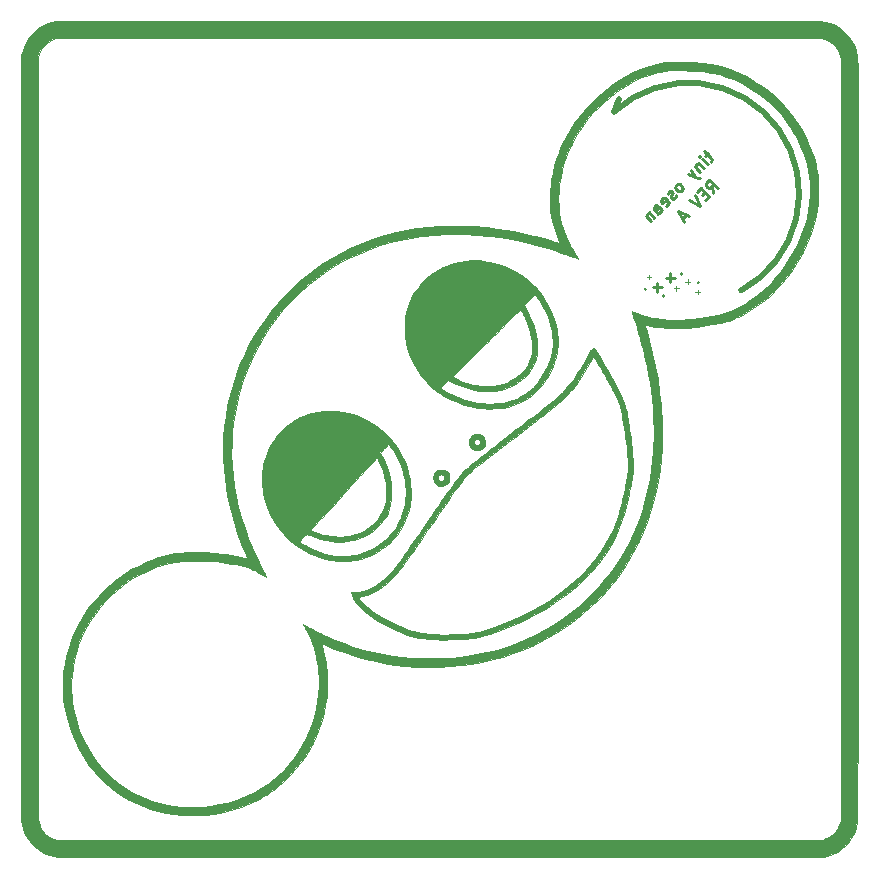
<source format=gbr>
%TF.GenerationSoftware,KiCad,Pcbnew,(6.0.0)*%
%TF.CreationDate,2022-10-29T10:39:51-07:00*%
%TF.ProjectId,tiny-osean,74696e79-2d6f-4736-9561-6e2e6b696361,rev?*%
%TF.SameCoordinates,Original*%
%TF.FileFunction,Legend,Bot*%
%TF.FilePolarity,Positive*%
%FSLAX46Y46*%
G04 Gerber Fmt 4.6, Leading zero omitted, Abs format (unit mm)*
G04 Created by KiCad (PCBNEW (6.0.0)) date 2022-10-29 10:39:51*
%MOMM*%
%LPD*%
G01*
G04 APERTURE LIST*
%ADD10C,0.500000*%
%ADD11C,0.125000*%
%ADD12C,0.250000*%
%ADD13C,0.150000*%
%ADD14C,0.010000*%
G04 APERTURE END LIST*
D10*
X163254953Y-70856879D02*
X163670385Y-69828600D01*
X174000000Y-86000000D02*
G75*
G03*
X163254953Y-70856879I-4441386J8232264D01*
G01*
D11*
X168525794Y-85620741D02*
X168525794Y-86001694D01*
X168335318Y-85811218D02*
X168716270Y-85811218D01*
X170311867Y-85934087D02*
X170311867Y-86315040D01*
X170121391Y-86124564D02*
X170502343Y-86124564D01*
D12*
X168380952Y-84928571D02*
X167619047Y-84928571D01*
X168000000Y-84547619D02*
X168000000Y-85309523D01*
D11*
X166215155Y-84649368D02*
X166215155Y-85030321D01*
X166024679Y-84839845D02*
X166405631Y-84839845D01*
D12*
X167294686Y-85715418D02*
X166532781Y-85715418D01*
X166913734Y-85334466D02*
X166913734Y-86096370D01*
D11*
X169481500Y-85056718D02*
X169481500Y-85437671D01*
X169291024Y-85247195D02*
X169671976Y-85247195D01*
D13*
X167508838Y-86448874D02*
G75*
G03*
X167508838Y-86448874I-74020J0D01*
G01*
X169033790Y-84589687D02*
G75*
G03*
X169033790Y-84589687I-74020J0D01*
G01*
X165952552Y-85884851D02*
G75*
G03*
X165952552Y-85884851I-74020J0D01*
G01*
X170443848Y-85341717D02*
G75*
G03*
X170443848Y-85341717I-74020J0D01*
G01*
D12*
X171616859Y-77741474D02*
X171515844Y-77169055D01*
X172020920Y-77337413D02*
X171313813Y-76630307D01*
X171044439Y-76899681D01*
X171010767Y-77000696D01*
X171010767Y-77068039D01*
X171044439Y-77169055D01*
X171145454Y-77270070D01*
X171246470Y-77303742D01*
X171313813Y-77303742D01*
X171414828Y-77270070D01*
X171684202Y-77000696D01*
X170943424Y-77674131D02*
X170707722Y-77909833D01*
X170977096Y-78381238D02*
X171313813Y-78044520D01*
X170606706Y-77337413D01*
X170269989Y-77674131D01*
X170067958Y-77876161D02*
X170539363Y-78818970D01*
X169596554Y-78347566D01*
X169360852Y-79593421D02*
X169024134Y-79930138D01*
X169630226Y-79728108D02*
X168687417Y-79256703D01*
X169158821Y-80199512D01*
X171214226Y-74351901D02*
X170944852Y-74621275D01*
X170877508Y-74217214D02*
X171483600Y-74823305D01*
X171517271Y-74924320D01*
X171483600Y-75025336D01*
X171416256Y-75092679D01*
X171180554Y-75328381D02*
X170709149Y-74856977D01*
X170473447Y-74621275D02*
X170540791Y-74621275D01*
X170540791Y-74688618D01*
X170473447Y-74688618D01*
X170473447Y-74621275D01*
X170540791Y-74688618D01*
X170372432Y-75193694D02*
X170843836Y-75665099D01*
X170439775Y-75261038D02*
X170372432Y-75261038D01*
X170271417Y-75294710D01*
X170170401Y-75395725D01*
X170136730Y-75496740D01*
X170170401Y-75597755D01*
X170540791Y-75968145D01*
X169800012Y-75766114D02*
X170103058Y-76405877D01*
X169463295Y-76102832D02*
X170103058Y-76405877D01*
X170338760Y-76506893D01*
X170406104Y-76506893D01*
X170507119Y-76473221D01*
X169025562Y-77483374D02*
X169059234Y-77382358D01*
X169059234Y-77315015D01*
X169025562Y-77214000D01*
X168823531Y-77011969D01*
X168722516Y-76978297D01*
X168655173Y-76978297D01*
X168554157Y-77011969D01*
X168453142Y-77112984D01*
X168419470Y-77214000D01*
X168419470Y-77281343D01*
X168453142Y-77382358D01*
X168655173Y-77584389D01*
X168756188Y-77618061D01*
X168823531Y-77618061D01*
X168924547Y-77584389D01*
X169025562Y-77483374D01*
X168486814Y-77954778D02*
X168453142Y-78055793D01*
X168318455Y-78190480D01*
X168217440Y-78224152D01*
X168116424Y-78190480D01*
X168082753Y-78156809D01*
X168049081Y-78055793D01*
X168082753Y-77954778D01*
X168183768Y-77853763D01*
X168217440Y-77752748D01*
X168183768Y-77651732D01*
X168150096Y-77618061D01*
X168049081Y-77584389D01*
X167948066Y-77618061D01*
X167847050Y-77719076D01*
X167813379Y-77820091D01*
X167611348Y-78830244D02*
X167712363Y-78796572D01*
X167847050Y-78661885D01*
X167880722Y-78560870D01*
X167847050Y-78459854D01*
X167577676Y-78190480D01*
X167476661Y-78156809D01*
X167375646Y-78190480D01*
X167240959Y-78325167D01*
X167207287Y-78426183D01*
X167240959Y-78527198D01*
X167308302Y-78594541D01*
X167712363Y-78325167D01*
X167005257Y-79503679D02*
X166634867Y-79133289D01*
X166601196Y-79032274D01*
X166634867Y-78931259D01*
X166769554Y-78796572D01*
X166870570Y-78762900D01*
X166971585Y-79470007D02*
X167072600Y-79436335D01*
X167240959Y-79267976D01*
X167274631Y-79166961D01*
X167240959Y-79065946D01*
X167173615Y-78998602D01*
X167072600Y-78964931D01*
X166971585Y-78998602D01*
X166803226Y-79166961D01*
X166702211Y-79200633D01*
X166197135Y-79368992D02*
X166668539Y-79840396D01*
X166264478Y-79436335D02*
X166197135Y-79436335D01*
X166096119Y-79470007D01*
X165995104Y-79571022D01*
X165961432Y-79672037D01*
X165995104Y-79773053D01*
X166365493Y-80143442D01*
D14*
%TO.C,Ref\u002A\u002A*%
X148717917Y-101160101D02*
X148791528Y-101170808D01*
X148791528Y-101170808D02*
X148858771Y-101192969D01*
X148858771Y-101192969D02*
X148908806Y-101215858D01*
X148908806Y-101215858D02*
X149035195Y-101297592D01*
X149035195Y-101297592D02*
X149148371Y-101408056D01*
X149148371Y-101408056D02*
X149235380Y-101534008D01*
X149235380Y-101534008D02*
X149251349Y-101565981D01*
X149251349Y-101565981D02*
X149276974Y-101634591D01*
X149276974Y-101634591D02*
X149291306Y-101710897D01*
X149291306Y-101710897D02*
X149296798Y-101809863D01*
X149296798Y-101809863D02*
X149297088Y-101844866D01*
X149297088Y-101844866D02*
X149295076Y-101942662D01*
X149295076Y-101942662D02*
X149286631Y-102014606D01*
X149286631Y-102014606D02*
X149268539Y-102077057D01*
X149268539Y-102077057D02*
X149238020Y-102145488D01*
X149238020Y-102145488D02*
X149147712Y-102284219D01*
X149147712Y-102284219D02*
X149028385Y-102397467D01*
X149028385Y-102397467D02*
X148887423Y-102478841D01*
X148887423Y-102478841D02*
X148827352Y-102500814D01*
X148827352Y-102500814D02*
X148700090Y-102532273D01*
X148700090Y-102532273D02*
X148589017Y-102539709D01*
X148589017Y-102539709D02*
X148475915Y-102523758D01*
X148475915Y-102523758D02*
X148438549Y-102514423D01*
X148438549Y-102514423D02*
X148277700Y-102450763D01*
X148277700Y-102450763D02*
X148143188Y-102355695D01*
X148143188Y-102355695D02*
X148038026Y-102233141D01*
X148038026Y-102233141D02*
X147965230Y-102087025D01*
X147965230Y-102087025D02*
X147927813Y-101921267D01*
X147927813Y-101921267D02*
X147924655Y-101866721D01*
X147924655Y-101866721D02*
X148344393Y-101866721D01*
X148344393Y-101866721D02*
X148371163Y-101956869D01*
X148371163Y-101956869D02*
X148429442Y-102035100D01*
X148429442Y-102035100D02*
X148514136Y-102091793D01*
X148514136Y-102091793D02*
X148524722Y-102096253D01*
X148524722Y-102096253D02*
X148599198Y-102116339D01*
X148599198Y-102116339D02*
X148668683Y-102109087D01*
X148668683Y-102109087D02*
X148730387Y-102084685D01*
X148730387Y-102084685D02*
X148810815Y-102026287D01*
X148810815Y-102026287D02*
X148861040Y-101947973D01*
X148861040Y-101947973D02*
X148881236Y-101858985D01*
X148881236Y-101858985D02*
X148871583Y-101768561D01*
X148871583Y-101768561D02*
X148832257Y-101685941D01*
X148832257Y-101685941D02*
X148763435Y-101620366D01*
X148763435Y-101620366D02*
X148721047Y-101598101D01*
X148721047Y-101598101D02*
X148620140Y-101576639D01*
X148620140Y-101576639D02*
X148523322Y-101593296D01*
X148523322Y-101593296D02*
X148438925Y-101644073D01*
X148438925Y-101644073D02*
X148375277Y-101724969D01*
X148375277Y-101724969D02*
X148354226Y-101774274D01*
X148354226Y-101774274D02*
X148344393Y-101866721D01*
X148344393Y-101866721D02*
X147924655Y-101866721D01*
X147924655Y-101866721D02*
X147923343Y-101844075D01*
X147923343Y-101844075D02*
X147925134Y-101751548D01*
X147925134Y-101751548D02*
X147935697Y-101680756D01*
X147935697Y-101680756D02*
X147959623Y-101611308D01*
X147959623Y-101611308D02*
X147990858Y-101544261D01*
X147990858Y-101544261D02*
X148084372Y-101396596D01*
X148084372Y-101396596D02*
X148201935Y-101283667D01*
X148201935Y-101283667D02*
X148342502Y-101206117D01*
X148342502Y-101206117D02*
X148505027Y-101164591D01*
X148505027Y-101164591D02*
X148620061Y-101157217D01*
X148620061Y-101157217D02*
X148717917Y-101160101D01*
X148717917Y-101160101D02*
X148717917Y-101160101D01*
G36*
X147925134Y-101751548D02*
G01*
X147935697Y-101680756D01*
X147959623Y-101611308D01*
X147990858Y-101544261D01*
X148084372Y-101396596D01*
X148201935Y-101283667D01*
X148342502Y-101206117D01*
X148505027Y-101164591D01*
X148620061Y-101157217D01*
X148717917Y-101160101D01*
X148791528Y-101170808D01*
X148858771Y-101192969D01*
X148908806Y-101215858D01*
X149035195Y-101297592D01*
X149148371Y-101408056D01*
X149235380Y-101534008D01*
X149251349Y-101565981D01*
X149276974Y-101634591D01*
X149291306Y-101710897D01*
X149296798Y-101809863D01*
X149297088Y-101844866D01*
X149295076Y-101942662D01*
X149286631Y-102014606D01*
X149268539Y-102077057D01*
X149238020Y-102145488D01*
X149147712Y-102284219D01*
X149028385Y-102397467D01*
X148887423Y-102478841D01*
X148827352Y-102500814D01*
X148700090Y-102532273D01*
X148589017Y-102539709D01*
X148475915Y-102523758D01*
X148438549Y-102514423D01*
X148277700Y-102450763D01*
X148143188Y-102355695D01*
X148038026Y-102233141D01*
X147965230Y-102087025D01*
X147927813Y-101921267D01*
X147924655Y-101866721D01*
X148344393Y-101866721D01*
X148371163Y-101956869D01*
X148429442Y-102035100D01*
X148514136Y-102091793D01*
X148524722Y-102096253D01*
X148599198Y-102116339D01*
X148668683Y-102109087D01*
X148730387Y-102084685D01*
X148810815Y-102026287D01*
X148861040Y-101947973D01*
X148881236Y-101858985D01*
X148871583Y-101768561D01*
X148832257Y-101685941D01*
X148763435Y-101620366D01*
X148721047Y-101598101D01*
X148620140Y-101576639D01*
X148523322Y-101593296D01*
X148438925Y-101644073D01*
X148375277Y-101724969D01*
X148354226Y-101774274D01*
X148344393Y-101866721D01*
X147924655Y-101866721D01*
X147923343Y-101844075D01*
X147925134Y-101751548D01*
G37*
X147925134Y-101751548D02*
X147935697Y-101680756D01*
X147959623Y-101611308D01*
X147990858Y-101544261D01*
X148084372Y-101396596D01*
X148201935Y-101283667D01*
X148342502Y-101206117D01*
X148505027Y-101164591D01*
X148620061Y-101157217D01*
X148717917Y-101160101D01*
X148791528Y-101170808D01*
X148858771Y-101192969D01*
X148908806Y-101215858D01*
X149035195Y-101297592D01*
X149148371Y-101408056D01*
X149235380Y-101534008D01*
X149251349Y-101565981D01*
X149276974Y-101634591D01*
X149291306Y-101710897D01*
X149296798Y-101809863D01*
X149297088Y-101844866D01*
X149295076Y-101942662D01*
X149286631Y-102014606D01*
X149268539Y-102077057D01*
X149238020Y-102145488D01*
X149147712Y-102284219D01*
X149028385Y-102397467D01*
X148887423Y-102478841D01*
X148827352Y-102500814D01*
X148700090Y-102532273D01*
X148589017Y-102539709D01*
X148475915Y-102523758D01*
X148438549Y-102514423D01*
X148277700Y-102450763D01*
X148143188Y-102355695D01*
X148038026Y-102233141D01*
X147965230Y-102087025D01*
X147927813Y-101921267D01*
X147924655Y-101866721D01*
X148344393Y-101866721D01*
X148371163Y-101956869D01*
X148429442Y-102035100D01*
X148514136Y-102091793D01*
X148524722Y-102096253D01*
X148599198Y-102116339D01*
X148668683Y-102109087D01*
X148730387Y-102084685D01*
X148810815Y-102026287D01*
X148861040Y-101947973D01*
X148881236Y-101858985D01*
X148871583Y-101768561D01*
X148832257Y-101685941D01*
X148763435Y-101620366D01*
X148721047Y-101598101D01*
X148620140Y-101576639D01*
X148523322Y-101593296D01*
X148438925Y-101644073D01*
X148375277Y-101724969D01*
X148354226Y-101774274D01*
X148344393Y-101866721D01*
X147924655Y-101866721D01*
X147923343Y-101844075D01*
X147925134Y-101751548D01*
X139678312Y-96195157D02*
X140180348Y-96252769D01*
X140180348Y-96252769D02*
X140680714Y-96350871D01*
X140680714Y-96350871D02*
X141177458Y-96489249D01*
X141177458Y-96489249D02*
X141668624Y-96667692D01*
X141668624Y-96667692D02*
X142079462Y-96850319D01*
X142079462Y-96850319D02*
X142551217Y-97101452D01*
X142551217Y-97101452D02*
X143000850Y-97387727D01*
X143000850Y-97387727D02*
X143426645Y-97707195D01*
X143426645Y-97707195D02*
X143826883Y-98057905D01*
X143826883Y-98057905D02*
X144199847Y-98437908D01*
X144199847Y-98437908D02*
X144543820Y-98845254D01*
X144543820Y-98845254D02*
X144857083Y-99277994D01*
X144857083Y-99277994D02*
X145137920Y-99734177D01*
X145137920Y-99734177D02*
X145384613Y-100211854D01*
X145384613Y-100211854D02*
X145595445Y-100709076D01*
X145595445Y-100709076D02*
X145676387Y-100933484D01*
X145676387Y-100933484D02*
X145823296Y-101426914D01*
X145823296Y-101426914D02*
X145931306Y-101931553D01*
X145931306Y-101931553D02*
X146000042Y-102443111D01*
X146000042Y-102443111D02*
X146029129Y-102957301D01*
X146029129Y-102957301D02*
X146018191Y-103469832D01*
X146018191Y-103469832D02*
X145966854Y-103976417D01*
X145966854Y-103976417D02*
X145951497Y-104077949D01*
X145951497Y-104077949D02*
X145855860Y-104547076D01*
X145855860Y-104547076D02*
X145720856Y-105009698D01*
X145720856Y-105009698D02*
X145548574Y-105461043D01*
X145548574Y-105461043D02*
X145341099Y-105896342D01*
X145341099Y-105896342D02*
X145100520Y-106310821D01*
X145100520Y-106310821D02*
X144828922Y-106699709D01*
X144828922Y-106699709D02*
X144773750Y-106770607D01*
X144773750Y-106770607D02*
X144668300Y-106896328D01*
X144668300Y-106896328D02*
X144538843Y-107039007D01*
X144538843Y-107039007D02*
X144394575Y-107189340D01*
X144394575Y-107189340D02*
X144244690Y-107338022D01*
X144244690Y-107338022D02*
X144098383Y-107475750D01*
X144098383Y-107475750D02*
X143964851Y-107593219D01*
X143964851Y-107593219D02*
X143942128Y-107612113D01*
X143942128Y-107612113D02*
X143552861Y-107905239D01*
X143552861Y-107905239D02*
X143142363Y-108161850D01*
X143142363Y-108161850D02*
X142711297Y-108381662D01*
X142711297Y-108381662D02*
X142260325Y-108564391D01*
X142260325Y-108564391D02*
X141790110Y-108709756D01*
X141790110Y-108709756D02*
X141301314Y-108817471D01*
X141301314Y-108817471D02*
X141021128Y-108861053D01*
X141021128Y-108861053D02*
X140910929Y-108872793D01*
X140910929Y-108872793D02*
X140770644Y-108883335D01*
X140770644Y-108883335D02*
X140610349Y-108892334D01*
X140610349Y-108892334D02*
X140440120Y-108899447D01*
X140440120Y-108899447D02*
X140270031Y-108904330D01*
X140270031Y-108904330D02*
X140110159Y-108906639D01*
X140110159Y-108906639D02*
X139970578Y-108906031D01*
X139970578Y-108906031D02*
X139861363Y-108902161D01*
X139861363Y-108902161D02*
X139846378Y-108901142D01*
X139846378Y-108901142D02*
X139320389Y-108841294D01*
X139320389Y-108841294D02*
X138804564Y-108740884D01*
X138804564Y-108740884D02*
X138297621Y-108599548D01*
X138297621Y-108599548D02*
X137798277Y-108416924D01*
X137798277Y-108416924D02*
X137305253Y-108192650D01*
X137305253Y-108192650D02*
X137259350Y-108169496D01*
X137259350Y-108169496D02*
X136799046Y-107911949D01*
X136799046Y-107911949D02*
X136359779Y-107619230D01*
X136359779Y-107619230D02*
X135943540Y-107293762D01*
X135943540Y-107293762D02*
X135917302Y-107269899D01*
X135917302Y-107269899D02*
X136607878Y-107269899D01*
X136607878Y-107269899D02*
X136625591Y-107291374D01*
X136625591Y-107291374D02*
X136675148Y-107329750D01*
X136675148Y-107329750D02*
X136751176Y-107381754D01*
X136751176Y-107381754D02*
X136848302Y-107444112D01*
X136848302Y-107444112D02*
X136961153Y-107513551D01*
X136961153Y-107513551D02*
X137084355Y-107586797D01*
X137084355Y-107586797D02*
X137212537Y-107660578D01*
X137212537Y-107660578D02*
X137340324Y-107731620D01*
X137340324Y-107731620D02*
X137462344Y-107796649D01*
X137462344Y-107796649D02*
X137525128Y-107828705D01*
X137525128Y-107828705D02*
X137919535Y-108010351D01*
X137919535Y-108010351D02*
X138318307Y-108161140D01*
X138318307Y-108161140D02*
X138728285Y-108282935D01*
X138728285Y-108282935D02*
X139156308Y-108377601D01*
X139156308Y-108377601D02*
X139609217Y-108447001D01*
X139609217Y-108447001D02*
X139909878Y-108478543D01*
X139909878Y-108478543D02*
X139996579Y-108482664D01*
X139996579Y-108482664D02*
X140115795Y-108483437D01*
X140115795Y-108483437D02*
X140257874Y-108481235D01*
X140257874Y-108481235D02*
X140413161Y-108476427D01*
X140413161Y-108476427D02*
X140572004Y-108469386D01*
X140572004Y-108469386D02*
X140724748Y-108460481D01*
X140724748Y-108460481D02*
X140861739Y-108450084D01*
X140861739Y-108450084D02*
X140973324Y-108438566D01*
X140973324Y-108438566D02*
X140983239Y-108437298D01*
X140983239Y-108437298D02*
X141452047Y-108355329D01*
X141452047Y-108355329D02*
X141904705Y-108235173D01*
X141904705Y-108235173D02*
X142339512Y-108078380D01*
X142339512Y-108078380D02*
X142754772Y-107886501D01*
X142754772Y-107886501D02*
X143148784Y-107661084D01*
X143148784Y-107661084D02*
X143519850Y-107403680D01*
X143519850Y-107403680D02*
X143866272Y-107115837D01*
X143866272Y-107115837D02*
X144186352Y-106799106D01*
X144186352Y-106799106D02*
X144478390Y-106455035D01*
X144478390Y-106455035D02*
X144740688Y-106085175D01*
X144740688Y-106085175D02*
X144971547Y-105691075D01*
X144971547Y-105691075D02*
X145169270Y-105274285D01*
X145169270Y-105274285D02*
X145332156Y-104836354D01*
X145332156Y-104836354D02*
X145458508Y-104378832D01*
X145458508Y-104378832D02*
X145465449Y-104348307D01*
X145465449Y-104348307D02*
X145503783Y-104170542D01*
X145503783Y-104170542D02*
X145533796Y-104012434D01*
X145533796Y-104012434D02*
X145556443Y-103864417D01*
X145556443Y-103864417D02*
X145572679Y-103716930D01*
X145572679Y-103716930D02*
X145583457Y-103560408D01*
X145583457Y-103560408D02*
X145589732Y-103385287D01*
X145589732Y-103385287D02*
X145592460Y-103182005D01*
X145592460Y-103182005D02*
X145592789Y-103072533D01*
X145592789Y-103072533D02*
X145592026Y-102863842D01*
X145592026Y-102863842D02*
X145588910Y-102688106D01*
X145588910Y-102688106D02*
X145582617Y-102535976D01*
X145582617Y-102535976D02*
X145572320Y-102398100D01*
X145572320Y-102398100D02*
X145557196Y-102265127D01*
X145557196Y-102265127D02*
X145536420Y-102127708D01*
X145536420Y-102127708D02*
X145509165Y-101976492D01*
X145509165Y-101976492D02*
X145485393Y-101855449D01*
X145485393Y-101855449D02*
X145365193Y-101362969D01*
X145365193Y-101362969D02*
X145204584Y-100877789D01*
X145204584Y-100877789D02*
X145005363Y-100403904D01*
X145005363Y-100403904D02*
X144769326Y-99945310D01*
X144769326Y-99945310D02*
X144498269Y-99506003D01*
X144498269Y-99506003D02*
X144309896Y-99240360D01*
X144309896Y-99240360D02*
X144245485Y-99156152D01*
X144245485Y-99156152D02*
X144189300Y-99086370D01*
X144189300Y-99086370D02*
X144146398Y-99037022D01*
X144146398Y-99037022D02*
X144121833Y-99014116D01*
X144121833Y-99014116D02*
X144118812Y-99013293D01*
X144118812Y-99013293D02*
X144100301Y-99030012D01*
X144100301Y-99030012D02*
X144057706Y-99073701D01*
X144057706Y-99073701D02*
X143995254Y-99139858D01*
X143995254Y-99139858D02*
X143917173Y-99223981D01*
X143917173Y-99223981D02*
X143827690Y-99321565D01*
X143827690Y-99321565D02*
X143775676Y-99378760D01*
X143775676Y-99378760D02*
X143449541Y-99738405D01*
X143449541Y-99738405D02*
X143594098Y-100026968D01*
X143594098Y-100026968D02*
X143816209Y-100504433D01*
X143816209Y-100504433D02*
X144003011Y-100978666D01*
X144003011Y-100978666D02*
X144154332Y-101447935D01*
X144154332Y-101447935D02*
X144270001Y-101910510D01*
X144270001Y-101910510D02*
X144349848Y-102364661D01*
X144349848Y-102364661D02*
X144393701Y-102808658D01*
X144393701Y-102808658D02*
X144401389Y-103240769D01*
X144401389Y-103240769D02*
X144372742Y-103659265D01*
X144372742Y-103659265D02*
X144307588Y-104062415D01*
X144307588Y-104062415D02*
X144205756Y-104448489D01*
X144205756Y-104448489D02*
X144067322Y-104815195D01*
X144067322Y-104815195D02*
X143898580Y-105147538D01*
X143898580Y-105147538D02*
X143692716Y-105464703D01*
X143692716Y-105464703D02*
X143453008Y-105764154D01*
X143453008Y-105764154D02*
X143182736Y-106043352D01*
X143182736Y-106043352D02*
X142885181Y-106299759D01*
X142885181Y-106299759D02*
X142563621Y-106530838D01*
X142563621Y-106530838D02*
X142221337Y-106734051D01*
X142221337Y-106734051D02*
X141861607Y-106906860D01*
X141861607Y-106906860D02*
X141487712Y-107046727D01*
X141487712Y-107046727D02*
X141102931Y-107151114D01*
X141102931Y-107151114D02*
X141028269Y-107166847D01*
X141028269Y-107166847D02*
X140612120Y-107230688D01*
X140612120Y-107230688D02*
X140177718Y-107259698D01*
X140177718Y-107259698D02*
X139729961Y-107254492D01*
X139729961Y-107254492D02*
X139273745Y-107215680D01*
X139273745Y-107215680D02*
X138813965Y-107143878D01*
X138813965Y-107143878D02*
X138355518Y-107039698D01*
X138355518Y-107039698D02*
X137903300Y-106903754D01*
X137903300Y-106903754D02*
X137462208Y-106736657D01*
X137462208Y-106736657D02*
X137407715Y-106713445D01*
X137407715Y-106713445D02*
X137323976Y-106677824D01*
X137323976Y-106677824D02*
X137255304Y-106649562D01*
X137255304Y-106649562D02*
X137210573Y-106632257D01*
X137210573Y-106632257D02*
X137198398Y-106628583D01*
X137198398Y-106628583D02*
X137181409Y-106643359D01*
X137181409Y-106643359D02*
X137141356Y-106683922D01*
X137141356Y-106683922D02*
X137083483Y-106744580D01*
X137083483Y-106744580D02*
X137013030Y-106819638D01*
X137013030Y-106819638D02*
X136935240Y-106903406D01*
X136935240Y-106903406D02*
X136855354Y-106990190D01*
X136855354Y-106990190D02*
X136778614Y-107074297D01*
X136778614Y-107074297D02*
X136710262Y-107150036D01*
X136710262Y-107150036D02*
X136655540Y-107211712D01*
X136655540Y-107211712D02*
X136619689Y-107253634D01*
X136619689Y-107253634D02*
X136607878Y-107269899D01*
X136607878Y-107269899D02*
X135917302Y-107269899D01*
X135917302Y-107269899D02*
X135552322Y-106937969D01*
X135552322Y-106937969D02*
X135188117Y-106554274D01*
X135188117Y-106554274D02*
X134969581Y-106287510D01*
X134969581Y-106287510D02*
X137522642Y-106287510D01*
X137522642Y-106287510D02*
X137538967Y-106301386D01*
X137538967Y-106301386D02*
X137588845Y-106326210D01*
X137588845Y-106326210D02*
X137665726Y-106359384D01*
X137665726Y-106359384D02*
X137763057Y-106398307D01*
X137763057Y-106398307D02*
X137874285Y-106440379D01*
X137874285Y-106440379D02*
X137992858Y-106483002D01*
X137992858Y-106483002D02*
X138112223Y-106523574D01*
X138112223Y-106523574D02*
X138142462Y-106533428D01*
X138142462Y-106533428D02*
X138381743Y-106604207D01*
X138381743Y-106604207D02*
X138643640Y-106670468D01*
X138643640Y-106670468D02*
X138913616Y-106729105D01*
X138913616Y-106729105D02*
X139177133Y-106777012D01*
X139177133Y-106777012D02*
X139419651Y-106811084D01*
X139419651Y-106811084D02*
X139465378Y-106816069D01*
X139465378Y-106816069D02*
X139609018Y-106826950D01*
X139609018Y-106826950D02*
X139780564Y-106833818D01*
X139780564Y-106833818D02*
X139966601Y-106836649D01*
X139966601Y-106836649D02*
X140153716Y-106835417D01*
X140153716Y-106835417D02*
X140328491Y-106830097D01*
X140328491Y-106830097D02*
X140477512Y-106820663D01*
X140477512Y-106820663D02*
X140505594Y-106818025D01*
X140505594Y-106818025D02*
X140922016Y-106755622D01*
X140922016Y-106755622D02*
X141321295Y-106654547D01*
X141321295Y-106654547D02*
X141702854Y-106515081D01*
X141702854Y-106515081D02*
X142066116Y-106337508D01*
X142066116Y-106337508D02*
X142410504Y-106122108D01*
X142410504Y-106122108D02*
X142735438Y-105869165D01*
X142735438Y-105869165D02*
X143039948Y-105579375D01*
X143039948Y-105579375D02*
X143271058Y-105313392D01*
X143271058Y-105313392D02*
X143467222Y-105034629D01*
X143467222Y-105034629D02*
X143631067Y-104738026D01*
X143631067Y-104738026D02*
X143765220Y-104418522D01*
X143765220Y-104418522D02*
X143872309Y-104071059D01*
X143872309Y-104071059D02*
X143914295Y-103895484D01*
X143914295Y-103895484D02*
X143929320Y-103823261D01*
X143929320Y-103823261D02*
X143940882Y-103756062D01*
X143940882Y-103756062D02*
X143949424Y-103686799D01*
X143949424Y-103686799D02*
X143955387Y-103608381D01*
X143955387Y-103608381D02*
X143959213Y-103513720D01*
X143959213Y-103513720D02*
X143961346Y-103395726D01*
X143961346Y-103395726D02*
X143962228Y-103247309D01*
X143962228Y-103247309D02*
X143962338Y-103125449D01*
X143962338Y-103125449D02*
X143961875Y-102947945D01*
X143961875Y-102947945D02*
X143960264Y-102804883D01*
X143960264Y-102804883D02*
X143957038Y-102688379D01*
X143957038Y-102688379D02*
X143951727Y-102590547D01*
X143951727Y-102590547D02*
X143943864Y-102503503D01*
X143943864Y-102503503D02*
X143932980Y-102419360D01*
X143932980Y-102419360D02*
X143918606Y-102330235D01*
X143918606Y-102330235D02*
X143913295Y-102299949D01*
X143913295Y-102299949D02*
X143797283Y-101765401D01*
X143797283Y-101765401D02*
X143640371Y-101234473D01*
X143640371Y-101234473D02*
X143443988Y-100711562D01*
X143443988Y-100711562D02*
X143274667Y-100333552D01*
X143274667Y-100333552D02*
X143227938Y-100237052D01*
X143227938Y-100237052D02*
X143195289Y-100173748D01*
X143195289Y-100173748D02*
X143172768Y-100138534D01*
X143172768Y-100138534D02*
X143156423Y-100126305D01*
X143156423Y-100126305D02*
X143142304Y-100131954D01*
X143142304Y-100131954D02*
X143129708Y-100146231D01*
X143129708Y-100146231D02*
X143112154Y-100166009D01*
X143112154Y-100166009D02*
X143067402Y-100215481D01*
X143067402Y-100215481D02*
X142996846Y-100293118D01*
X142996846Y-100293118D02*
X142901880Y-100397396D01*
X142901880Y-100397396D02*
X142783900Y-100526788D01*
X142783900Y-100526788D02*
X142644298Y-100679769D01*
X142644298Y-100679769D02*
X142484470Y-100854812D01*
X142484470Y-100854812D02*
X142305809Y-101050392D01*
X142305809Y-101050392D02*
X142109711Y-101264982D01*
X142109711Y-101264982D02*
X141897568Y-101497056D01*
X141897568Y-101497056D02*
X141670776Y-101745089D01*
X141670776Y-101745089D02*
X141430729Y-102007555D01*
X141430729Y-102007555D02*
X141178821Y-102282926D01*
X141178821Y-102282926D02*
X140916447Y-102569679D01*
X140916447Y-102569679D02*
X140645000Y-102866286D01*
X140645000Y-102866286D02*
X140365876Y-103171221D01*
X140365876Y-103171221D02*
X140312045Y-103230023D01*
X140312045Y-103230023D02*
X140032049Y-103535922D01*
X140032049Y-103535922D02*
X139759725Y-103833543D01*
X139759725Y-103833543D02*
X139496450Y-104121379D01*
X139496450Y-104121379D02*
X139243599Y-104397921D01*
X139243599Y-104397921D02*
X139002549Y-104661660D01*
X139002549Y-104661660D02*
X138774676Y-104911089D01*
X138774676Y-104911089D02*
X138561355Y-105144700D01*
X138561355Y-105144700D02*
X138363963Y-105360983D01*
X138363963Y-105360983D02*
X138183876Y-105558431D01*
X138183876Y-105558431D02*
X138022469Y-105735535D01*
X138022469Y-105735535D02*
X137881119Y-105890787D01*
X137881119Y-105890787D02*
X137761202Y-106022680D01*
X137761202Y-106022680D02*
X137664093Y-106129704D01*
X137664093Y-106129704D02*
X137591169Y-106210351D01*
X137591169Y-106210351D02*
X137543806Y-106263113D01*
X137543806Y-106263113D02*
X137523379Y-106286483D01*
X137523379Y-106286483D02*
X137522642Y-106287510D01*
X137522642Y-106287510D02*
X134969581Y-106287510D01*
X134969581Y-106287510D02*
X134852916Y-106145100D01*
X134852916Y-106145100D02*
X134548712Y-105712871D01*
X134548712Y-105712871D02*
X134277495Y-105260010D01*
X134277495Y-105260010D02*
X134041258Y-104788941D01*
X134041258Y-104788941D02*
X133841992Y-104302086D01*
X133841992Y-104302086D02*
X133687944Y-103824299D01*
X133687944Y-103824299D02*
X133601494Y-103488280D01*
X133601494Y-103488280D02*
X133535828Y-103165720D01*
X133535828Y-103165720D02*
X133489310Y-102844383D01*
X133489310Y-102844383D02*
X133460305Y-102512036D01*
X133460305Y-102512036D02*
X133447178Y-102156444D01*
X133447178Y-102156444D02*
X133446015Y-102014199D01*
X133446015Y-102014199D02*
X133451600Y-101678895D01*
X133451600Y-101678895D02*
X133470375Y-101372259D01*
X133470375Y-101372259D02*
X133504008Y-101082221D01*
X133504008Y-101082221D02*
X133554172Y-100796714D01*
X133554172Y-100796714D02*
X133622534Y-100503669D01*
X133622534Y-100503669D02*
X133687578Y-100268871D01*
X133687578Y-100268871D02*
X133844697Y-99806431D01*
X133844697Y-99806431D02*
X134038266Y-99363809D01*
X134038266Y-99363809D02*
X134266541Y-98942697D01*
X134266541Y-98942697D02*
X134527781Y-98544790D01*
X134527781Y-98544790D02*
X134820243Y-98171782D01*
X134820243Y-98171782D02*
X135142186Y-97825368D01*
X135142186Y-97825368D02*
X135491867Y-97507241D01*
X135491867Y-97507241D02*
X135867544Y-97219097D01*
X135867544Y-97219097D02*
X136267475Y-96962629D01*
X136267475Y-96962629D02*
X136689918Y-96739532D01*
X136689918Y-96739532D02*
X137133131Y-96551499D01*
X137133131Y-96551499D02*
X137595372Y-96400226D01*
X137595372Y-96400226D02*
X137692578Y-96373842D01*
X137692578Y-96373842D02*
X138181742Y-96267376D01*
X138181742Y-96267376D02*
X138677055Y-96202248D01*
X138677055Y-96202248D02*
X139176563Y-96178245D01*
X139176563Y-96178245D02*
X139678312Y-96195157D01*
X139678312Y-96195157D02*
X139678312Y-96195157D01*
G36*
X135188117Y-106554274D02*
G01*
X134969581Y-106287510D01*
X137522642Y-106287510D01*
X137538967Y-106301386D01*
X137588845Y-106326210D01*
X137665726Y-106359384D01*
X137763057Y-106398307D01*
X137874285Y-106440379D01*
X137992858Y-106483002D01*
X138112223Y-106523574D01*
X138142462Y-106533428D01*
X138381743Y-106604207D01*
X138643640Y-106670468D01*
X138913616Y-106729105D01*
X139177133Y-106777012D01*
X139419651Y-106811084D01*
X139465378Y-106816069D01*
X139609018Y-106826950D01*
X139780564Y-106833818D01*
X139966601Y-106836649D01*
X140153716Y-106835417D01*
X140328491Y-106830097D01*
X140477512Y-106820663D01*
X140505594Y-106818025D01*
X140922016Y-106755622D01*
X141321295Y-106654547D01*
X141702854Y-106515081D01*
X142066116Y-106337508D01*
X142410504Y-106122108D01*
X142735438Y-105869165D01*
X143039948Y-105579375D01*
X143271058Y-105313392D01*
X143467222Y-105034629D01*
X143631067Y-104738026D01*
X143765220Y-104418522D01*
X143872309Y-104071059D01*
X143914295Y-103895484D01*
X143929320Y-103823261D01*
X143940882Y-103756062D01*
X143949424Y-103686799D01*
X143955387Y-103608381D01*
X143959213Y-103513720D01*
X143961346Y-103395726D01*
X143962228Y-103247309D01*
X143962338Y-103125449D01*
X143961875Y-102947945D01*
X143960264Y-102804883D01*
X143957038Y-102688379D01*
X143951727Y-102590547D01*
X143943864Y-102503503D01*
X143932980Y-102419360D01*
X143918606Y-102330235D01*
X143913295Y-102299949D01*
X143797283Y-101765401D01*
X143640371Y-101234473D01*
X143443988Y-100711562D01*
X143274667Y-100333552D01*
X143227938Y-100237052D01*
X143195289Y-100173748D01*
X143172768Y-100138534D01*
X143156423Y-100126305D01*
X143142304Y-100131954D01*
X143129708Y-100146231D01*
X143112154Y-100166009D01*
X143067402Y-100215481D01*
X142996846Y-100293118D01*
X142901880Y-100397396D01*
X142783900Y-100526788D01*
X142644298Y-100679769D01*
X142484470Y-100854812D01*
X142305809Y-101050392D01*
X142109711Y-101264982D01*
X141897568Y-101497056D01*
X141670776Y-101745089D01*
X141430729Y-102007555D01*
X141178821Y-102282926D01*
X140916447Y-102569679D01*
X140645000Y-102866286D01*
X140365876Y-103171221D01*
X140312045Y-103230023D01*
X140032049Y-103535922D01*
X139759725Y-103833543D01*
X139496450Y-104121379D01*
X139243599Y-104397921D01*
X139002549Y-104661660D01*
X138774676Y-104911089D01*
X138561355Y-105144700D01*
X138363963Y-105360983D01*
X138183876Y-105558431D01*
X138022469Y-105735535D01*
X137881119Y-105890787D01*
X137761202Y-106022680D01*
X137664093Y-106129704D01*
X137591169Y-106210351D01*
X137543806Y-106263113D01*
X137523379Y-106286483D01*
X137522642Y-106287510D01*
X134969581Y-106287510D01*
X134852916Y-106145100D01*
X134548712Y-105712871D01*
X134277495Y-105260010D01*
X134041258Y-104788941D01*
X133841992Y-104302086D01*
X133687944Y-103824299D01*
X133601494Y-103488280D01*
X133535828Y-103165720D01*
X133489310Y-102844383D01*
X133460305Y-102512036D01*
X133447178Y-102156444D01*
X133446015Y-102014199D01*
X133451600Y-101678895D01*
X133470375Y-101372259D01*
X133504008Y-101082221D01*
X133554172Y-100796714D01*
X133622534Y-100503669D01*
X133687578Y-100268871D01*
X133844697Y-99806431D01*
X134038266Y-99363809D01*
X134266541Y-98942697D01*
X134527781Y-98544790D01*
X134820243Y-98171782D01*
X135142186Y-97825368D01*
X135491867Y-97507241D01*
X135867544Y-97219097D01*
X136267475Y-96962629D01*
X136689918Y-96739532D01*
X137133131Y-96551499D01*
X137595372Y-96400226D01*
X137692578Y-96373842D01*
X138181742Y-96267376D01*
X138677055Y-96202248D01*
X139176563Y-96178245D01*
X139678312Y-96195157D01*
X140180348Y-96252769D01*
X140680714Y-96350871D01*
X141177458Y-96489249D01*
X141668624Y-96667692D01*
X142079462Y-96850319D01*
X142551217Y-97101452D01*
X143000850Y-97387727D01*
X143426645Y-97707195D01*
X143826883Y-98057905D01*
X144199847Y-98437908D01*
X144543820Y-98845254D01*
X144857083Y-99277994D01*
X145137920Y-99734177D01*
X145384613Y-100211854D01*
X145595445Y-100709076D01*
X145676387Y-100933484D01*
X145823296Y-101426914D01*
X145931306Y-101931553D01*
X146000042Y-102443111D01*
X146029129Y-102957301D01*
X146018191Y-103469832D01*
X145966854Y-103976417D01*
X145951497Y-104077949D01*
X145855860Y-104547076D01*
X145720856Y-105009698D01*
X145548574Y-105461043D01*
X145341099Y-105896342D01*
X145100520Y-106310821D01*
X144828922Y-106699709D01*
X144773750Y-106770607D01*
X144668300Y-106896328D01*
X144538843Y-107039007D01*
X144394575Y-107189340D01*
X144244690Y-107338022D01*
X144098383Y-107475750D01*
X143964851Y-107593219D01*
X143942128Y-107612113D01*
X143552861Y-107905239D01*
X143142363Y-108161850D01*
X142711297Y-108381662D01*
X142260325Y-108564391D01*
X141790110Y-108709756D01*
X141301314Y-108817471D01*
X141021128Y-108861053D01*
X140910929Y-108872793D01*
X140770644Y-108883335D01*
X140610349Y-108892334D01*
X140440120Y-108899447D01*
X140270031Y-108904330D01*
X140110159Y-108906639D01*
X139970578Y-108906031D01*
X139861363Y-108902161D01*
X139846378Y-108901142D01*
X139320389Y-108841294D01*
X138804564Y-108740884D01*
X138297621Y-108599548D01*
X137798277Y-108416924D01*
X137305253Y-108192650D01*
X137259350Y-108169496D01*
X136799046Y-107911949D01*
X136359779Y-107619230D01*
X135943540Y-107293762D01*
X135917302Y-107269899D01*
X136607878Y-107269899D01*
X136625591Y-107291374D01*
X136675148Y-107329750D01*
X136751176Y-107381754D01*
X136848302Y-107444112D01*
X136961153Y-107513551D01*
X137084355Y-107586797D01*
X137212537Y-107660578D01*
X137340324Y-107731620D01*
X137462344Y-107796649D01*
X137525128Y-107828705D01*
X137919535Y-108010351D01*
X138318307Y-108161140D01*
X138728285Y-108282935D01*
X139156308Y-108377601D01*
X139609217Y-108447001D01*
X139909878Y-108478543D01*
X139996579Y-108482664D01*
X140115795Y-108483437D01*
X140257874Y-108481235D01*
X140413161Y-108476427D01*
X140572004Y-108469386D01*
X140724748Y-108460481D01*
X140861739Y-108450084D01*
X140973324Y-108438566D01*
X140983239Y-108437298D01*
X141452047Y-108355329D01*
X141904705Y-108235173D01*
X142339512Y-108078380D01*
X142754772Y-107886501D01*
X143148784Y-107661084D01*
X143519850Y-107403680D01*
X143866272Y-107115837D01*
X144186352Y-106799106D01*
X144478390Y-106455035D01*
X144740688Y-106085175D01*
X144971547Y-105691075D01*
X145169270Y-105274285D01*
X145332156Y-104836354D01*
X145458508Y-104378832D01*
X145465449Y-104348307D01*
X145503783Y-104170542D01*
X145533796Y-104012434D01*
X145556443Y-103864417D01*
X145572679Y-103716930D01*
X145583457Y-103560408D01*
X145589732Y-103385287D01*
X145592460Y-103182005D01*
X145592789Y-103072533D01*
X145592026Y-102863842D01*
X145588910Y-102688106D01*
X145582617Y-102535976D01*
X145572320Y-102398100D01*
X145557196Y-102265127D01*
X145536420Y-102127708D01*
X145509165Y-101976492D01*
X145485393Y-101855449D01*
X145365193Y-101362969D01*
X145204584Y-100877789D01*
X145005363Y-100403904D01*
X144769326Y-99945310D01*
X144498269Y-99506003D01*
X144309896Y-99240360D01*
X144245485Y-99156152D01*
X144189300Y-99086370D01*
X144146398Y-99037022D01*
X144121833Y-99014116D01*
X144118812Y-99013293D01*
X144100301Y-99030012D01*
X144057706Y-99073701D01*
X143995254Y-99139858D01*
X143917173Y-99223981D01*
X143827690Y-99321565D01*
X143775676Y-99378760D01*
X143449541Y-99738405D01*
X143594098Y-100026968D01*
X143816209Y-100504433D01*
X144003011Y-100978666D01*
X144154332Y-101447935D01*
X144270001Y-101910510D01*
X144349848Y-102364661D01*
X144393701Y-102808658D01*
X144401389Y-103240769D01*
X144372742Y-103659265D01*
X144307588Y-104062415D01*
X144205756Y-104448489D01*
X144067322Y-104815195D01*
X143898580Y-105147538D01*
X143692716Y-105464703D01*
X143453008Y-105764154D01*
X143182736Y-106043352D01*
X142885181Y-106299759D01*
X142563621Y-106530838D01*
X142221337Y-106734051D01*
X141861607Y-106906860D01*
X141487712Y-107046727D01*
X141102931Y-107151114D01*
X141028269Y-107166847D01*
X140612120Y-107230688D01*
X140177718Y-107259698D01*
X139729961Y-107254492D01*
X139273745Y-107215680D01*
X138813965Y-107143878D01*
X138355518Y-107039698D01*
X137903300Y-106903754D01*
X137462208Y-106736657D01*
X137407715Y-106713445D01*
X137323976Y-106677824D01*
X137255304Y-106649562D01*
X137210573Y-106632257D01*
X137198398Y-106628583D01*
X137181409Y-106643359D01*
X137141356Y-106683922D01*
X137083483Y-106744580D01*
X137013030Y-106819638D01*
X136935240Y-106903406D01*
X136855354Y-106990190D01*
X136778614Y-107074297D01*
X136710262Y-107150036D01*
X136655540Y-107211712D01*
X136619689Y-107253634D01*
X136607878Y-107269899D01*
X135917302Y-107269899D01*
X135552322Y-106937969D01*
X135188117Y-106554274D01*
G37*
X135188117Y-106554274D02*
X134969581Y-106287510D01*
X137522642Y-106287510D01*
X137538967Y-106301386D01*
X137588845Y-106326210D01*
X137665726Y-106359384D01*
X137763057Y-106398307D01*
X137874285Y-106440379D01*
X137992858Y-106483002D01*
X138112223Y-106523574D01*
X138142462Y-106533428D01*
X138381743Y-106604207D01*
X138643640Y-106670468D01*
X138913616Y-106729105D01*
X139177133Y-106777012D01*
X139419651Y-106811084D01*
X139465378Y-106816069D01*
X139609018Y-106826950D01*
X139780564Y-106833818D01*
X139966601Y-106836649D01*
X140153716Y-106835417D01*
X140328491Y-106830097D01*
X140477512Y-106820663D01*
X140505594Y-106818025D01*
X140922016Y-106755622D01*
X141321295Y-106654547D01*
X141702854Y-106515081D01*
X142066116Y-106337508D01*
X142410504Y-106122108D01*
X142735438Y-105869165D01*
X143039948Y-105579375D01*
X143271058Y-105313392D01*
X143467222Y-105034629D01*
X143631067Y-104738026D01*
X143765220Y-104418522D01*
X143872309Y-104071059D01*
X143914295Y-103895484D01*
X143929320Y-103823261D01*
X143940882Y-103756062D01*
X143949424Y-103686799D01*
X143955387Y-103608381D01*
X143959213Y-103513720D01*
X143961346Y-103395726D01*
X143962228Y-103247309D01*
X143962338Y-103125449D01*
X143961875Y-102947945D01*
X143960264Y-102804883D01*
X143957038Y-102688379D01*
X143951727Y-102590547D01*
X143943864Y-102503503D01*
X143932980Y-102419360D01*
X143918606Y-102330235D01*
X143913295Y-102299949D01*
X143797283Y-101765401D01*
X143640371Y-101234473D01*
X143443988Y-100711562D01*
X143274667Y-100333552D01*
X143227938Y-100237052D01*
X143195289Y-100173748D01*
X143172768Y-100138534D01*
X143156423Y-100126305D01*
X143142304Y-100131954D01*
X143129708Y-100146231D01*
X143112154Y-100166009D01*
X143067402Y-100215481D01*
X142996846Y-100293118D01*
X142901880Y-100397396D01*
X142783900Y-100526788D01*
X142644298Y-100679769D01*
X142484470Y-100854812D01*
X142305809Y-101050392D01*
X142109711Y-101264982D01*
X141897568Y-101497056D01*
X141670776Y-101745089D01*
X141430729Y-102007555D01*
X141178821Y-102282926D01*
X140916447Y-102569679D01*
X140645000Y-102866286D01*
X140365876Y-103171221D01*
X140312045Y-103230023D01*
X140032049Y-103535922D01*
X139759725Y-103833543D01*
X139496450Y-104121379D01*
X139243599Y-104397921D01*
X139002549Y-104661660D01*
X138774676Y-104911089D01*
X138561355Y-105144700D01*
X138363963Y-105360983D01*
X138183876Y-105558431D01*
X138022469Y-105735535D01*
X137881119Y-105890787D01*
X137761202Y-106022680D01*
X137664093Y-106129704D01*
X137591169Y-106210351D01*
X137543806Y-106263113D01*
X137523379Y-106286483D01*
X137522642Y-106287510D01*
X134969581Y-106287510D01*
X134852916Y-106145100D01*
X134548712Y-105712871D01*
X134277495Y-105260010D01*
X134041258Y-104788941D01*
X133841992Y-104302086D01*
X133687944Y-103824299D01*
X133601494Y-103488280D01*
X133535828Y-103165720D01*
X133489310Y-102844383D01*
X133460305Y-102512036D01*
X133447178Y-102156444D01*
X133446015Y-102014199D01*
X133451600Y-101678895D01*
X133470375Y-101372259D01*
X133504008Y-101082221D01*
X133554172Y-100796714D01*
X133622534Y-100503669D01*
X133687578Y-100268871D01*
X133844697Y-99806431D01*
X134038266Y-99363809D01*
X134266541Y-98942697D01*
X134527781Y-98544790D01*
X134820243Y-98171782D01*
X135142186Y-97825368D01*
X135491867Y-97507241D01*
X135867544Y-97219097D01*
X136267475Y-96962629D01*
X136689918Y-96739532D01*
X137133131Y-96551499D01*
X137595372Y-96400226D01*
X137692578Y-96373842D01*
X138181742Y-96267376D01*
X138677055Y-96202248D01*
X139176563Y-96178245D01*
X139678312Y-96195157D01*
X140180348Y-96252769D01*
X140680714Y-96350871D01*
X141177458Y-96489249D01*
X141668624Y-96667692D01*
X142079462Y-96850319D01*
X142551217Y-97101452D01*
X143000850Y-97387727D01*
X143426645Y-97707195D01*
X143826883Y-98057905D01*
X144199847Y-98437908D01*
X144543820Y-98845254D01*
X144857083Y-99277994D01*
X145137920Y-99734177D01*
X145384613Y-100211854D01*
X145595445Y-100709076D01*
X145676387Y-100933484D01*
X145823296Y-101426914D01*
X145931306Y-101931553D01*
X146000042Y-102443111D01*
X146029129Y-102957301D01*
X146018191Y-103469832D01*
X145966854Y-103976417D01*
X145951497Y-104077949D01*
X145855860Y-104547076D01*
X145720856Y-105009698D01*
X145548574Y-105461043D01*
X145341099Y-105896342D01*
X145100520Y-106310821D01*
X144828922Y-106699709D01*
X144773750Y-106770607D01*
X144668300Y-106896328D01*
X144538843Y-107039007D01*
X144394575Y-107189340D01*
X144244690Y-107338022D01*
X144098383Y-107475750D01*
X143964851Y-107593219D01*
X143942128Y-107612113D01*
X143552861Y-107905239D01*
X143142363Y-108161850D01*
X142711297Y-108381662D01*
X142260325Y-108564391D01*
X141790110Y-108709756D01*
X141301314Y-108817471D01*
X141021128Y-108861053D01*
X140910929Y-108872793D01*
X140770644Y-108883335D01*
X140610349Y-108892334D01*
X140440120Y-108899447D01*
X140270031Y-108904330D01*
X140110159Y-108906639D01*
X139970578Y-108906031D01*
X139861363Y-108902161D01*
X139846378Y-108901142D01*
X139320389Y-108841294D01*
X138804564Y-108740884D01*
X138297621Y-108599548D01*
X137798277Y-108416924D01*
X137305253Y-108192650D01*
X137259350Y-108169496D01*
X136799046Y-107911949D01*
X136359779Y-107619230D01*
X135943540Y-107293762D01*
X135917302Y-107269899D01*
X136607878Y-107269899D01*
X136625591Y-107291374D01*
X136675148Y-107329750D01*
X136751176Y-107381754D01*
X136848302Y-107444112D01*
X136961153Y-107513551D01*
X137084355Y-107586797D01*
X137212537Y-107660578D01*
X137340324Y-107731620D01*
X137462344Y-107796649D01*
X137525128Y-107828705D01*
X137919535Y-108010351D01*
X138318307Y-108161140D01*
X138728285Y-108282935D01*
X139156308Y-108377601D01*
X139609217Y-108447001D01*
X139909878Y-108478543D01*
X139996579Y-108482664D01*
X140115795Y-108483437D01*
X140257874Y-108481235D01*
X140413161Y-108476427D01*
X140572004Y-108469386D01*
X140724748Y-108460481D01*
X140861739Y-108450084D01*
X140973324Y-108438566D01*
X140983239Y-108437298D01*
X141452047Y-108355329D01*
X141904705Y-108235173D01*
X142339512Y-108078380D01*
X142754772Y-107886501D01*
X143148784Y-107661084D01*
X143519850Y-107403680D01*
X143866272Y-107115837D01*
X144186352Y-106799106D01*
X144478390Y-106455035D01*
X144740688Y-106085175D01*
X144971547Y-105691075D01*
X145169270Y-105274285D01*
X145332156Y-104836354D01*
X145458508Y-104378832D01*
X145465449Y-104348307D01*
X145503783Y-104170542D01*
X145533796Y-104012434D01*
X145556443Y-103864417D01*
X145572679Y-103716930D01*
X145583457Y-103560408D01*
X145589732Y-103385287D01*
X145592460Y-103182005D01*
X145592789Y-103072533D01*
X145592026Y-102863842D01*
X145588910Y-102688106D01*
X145582617Y-102535976D01*
X145572320Y-102398100D01*
X145557196Y-102265127D01*
X145536420Y-102127708D01*
X145509165Y-101976492D01*
X145485393Y-101855449D01*
X145365193Y-101362969D01*
X145204584Y-100877789D01*
X145005363Y-100403904D01*
X144769326Y-99945310D01*
X144498269Y-99506003D01*
X144309896Y-99240360D01*
X144245485Y-99156152D01*
X144189300Y-99086370D01*
X144146398Y-99037022D01*
X144121833Y-99014116D01*
X144118812Y-99013293D01*
X144100301Y-99030012D01*
X144057706Y-99073701D01*
X143995254Y-99139858D01*
X143917173Y-99223981D01*
X143827690Y-99321565D01*
X143775676Y-99378760D01*
X143449541Y-99738405D01*
X143594098Y-100026968D01*
X143816209Y-100504433D01*
X144003011Y-100978666D01*
X144154332Y-101447935D01*
X144270001Y-101910510D01*
X144349848Y-102364661D01*
X144393701Y-102808658D01*
X144401389Y-103240769D01*
X144372742Y-103659265D01*
X144307588Y-104062415D01*
X144205756Y-104448489D01*
X144067322Y-104815195D01*
X143898580Y-105147538D01*
X143692716Y-105464703D01*
X143453008Y-105764154D01*
X143182736Y-106043352D01*
X142885181Y-106299759D01*
X142563621Y-106530838D01*
X142221337Y-106734051D01*
X141861607Y-106906860D01*
X141487712Y-107046727D01*
X141102931Y-107151114D01*
X141028269Y-107166847D01*
X140612120Y-107230688D01*
X140177718Y-107259698D01*
X139729961Y-107254492D01*
X139273745Y-107215680D01*
X138813965Y-107143878D01*
X138355518Y-107039698D01*
X137903300Y-106903754D01*
X137462208Y-106736657D01*
X137407715Y-106713445D01*
X137323976Y-106677824D01*
X137255304Y-106649562D01*
X137210573Y-106632257D01*
X137198398Y-106628583D01*
X137181409Y-106643359D01*
X137141356Y-106683922D01*
X137083483Y-106744580D01*
X137013030Y-106819638D01*
X136935240Y-106903406D01*
X136855354Y-106990190D01*
X136778614Y-107074297D01*
X136710262Y-107150036D01*
X136655540Y-107211712D01*
X136619689Y-107253634D01*
X136607878Y-107269899D01*
X135917302Y-107269899D01*
X135552322Y-106937969D01*
X135188117Y-106554274D01*
X168559667Y-66652695D02*
X168780901Y-66655211D01*
X168780901Y-66655211D02*
X169013847Y-66658998D01*
X169013847Y-66658998D02*
X169253410Y-66663944D01*
X169253410Y-66663944D02*
X169494494Y-66669935D01*
X169494494Y-66669935D02*
X169732003Y-66676858D01*
X169732003Y-66676858D02*
X169960840Y-66684600D01*
X169960840Y-66684600D02*
X170175909Y-66693049D01*
X170175909Y-66693049D02*
X170372116Y-66702091D01*
X170372116Y-66702091D02*
X170544363Y-66711612D01*
X170544363Y-66711612D02*
X170687555Y-66721501D01*
X170687555Y-66721501D02*
X170770878Y-66728893D01*
X170770878Y-66728893D02*
X171347097Y-66806890D01*
X171347097Y-66806890D02*
X171929802Y-66924174D01*
X171929802Y-66924174D02*
X172514224Y-67079223D01*
X172514224Y-67079223D02*
X173095592Y-67270515D01*
X173095592Y-67270515D02*
X173669135Y-67496529D01*
X173669135Y-67496529D02*
X174230082Y-67755743D01*
X174230082Y-67755743D02*
X174605621Y-67952240D01*
X174605621Y-67952240D02*
X175207209Y-68306722D01*
X175207209Y-68306722D02*
X175784257Y-68695078D01*
X175784257Y-68695078D02*
X176335594Y-69115883D01*
X176335594Y-69115883D02*
X176860046Y-69567710D01*
X176860046Y-69567710D02*
X177356444Y-70049136D01*
X177356444Y-70049136D02*
X177823614Y-70558734D01*
X177823614Y-70558734D02*
X178260386Y-71095078D01*
X178260386Y-71095078D02*
X178665587Y-71656744D01*
X178665587Y-71656744D02*
X179038045Y-72242306D01*
X179038045Y-72242306D02*
X179376588Y-72850339D01*
X179376588Y-72850339D02*
X179680045Y-73479416D01*
X179680045Y-73479416D02*
X179947244Y-74128114D01*
X179947244Y-74128114D02*
X180143101Y-74688033D01*
X180143101Y-74688033D02*
X180237082Y-74996979D01*
X180237082Y-74996979D02*
X180315922Y-75296167D01*
X180315922Y-75296167D02*
X180382480Y-75598578D01*
X180382480Y-75598578D02*
X180439613Y-75917195D01*
X180439613Y-75917195D02*
X180490172Y-76264949D01*
X180490172Y-76264949D02*
X180502998Y-76366938D01*
X180502998Y-76366938D02*
X180513334Y-76461802D01*
X180513334Y-76461802D02*
X180521446Y-76555896D01*
X180521446Y-76555896D02*
X180527603Y-76655577D01*
X180527603Y-76655577D02*
X180532073Y-76767200D01*
X180532073Y-76767200D02*
X180535124Y-76897122D01*
X180535124Y-76897122D02*
X180537025Y-77051697D01*
X180537025Y-77051697D02*
X180538043Y-77237282D01*
X180538043Y-77237282D02*
X180538398Y-77407949D01*
X180538398Y-77407949D02*
X180538160Y-77649057D01*
X180538160Y-77649057D02*
X180536526Y-77855308D01*
X180536526Y-77855308D02*
X180533015Y-78034170D01*
X180533015Y-78034170D02*
X180527142Y-78193110D01*
X180527142Y-78193110D02*
X180518427Y-78339596D01*
X180518427Y-78339596D02*
X180506386Y-78481094D01*
X180506386Y-78481094D02*
X180490537Y-78625073D01*
X180490537Y-78625073D02*
X180470397Y-78778998D01*
X180470397Y-78778998D02*
X180445485Y-78950338D01*
X180445485Y-78950338D02*
X180433740Y-79027605D01*
X180433740Y-79027605D02*
X180317328Y-79662009D01*
X180317328Y-79662009D02*
X180164155Y-80292242D01*
X180164155Y-80292242D02*
X179975771Y-80916245D01*
X179975771Y-80916245D02*
X179753725Y-81531957D01*
X179753725Y-81531957D02*
X179499566Y-82137319D01*
X179499566Y-82137319D02*
X179214844Y-82730272D01*
X179214844Y-82730272D02*
X178901107Y-83308753D01*
X178901107Y-83308753D02*
X178559906Y-83870705D01*
X178559906Y-83870705D02*
X178192789Y-84414068D01*
X178192789Y-84414068D02*
X177801306Y-84936780D01*
X177801306Y-84936780D02*
X177387006Y-85436783D01*
X177387006Y-85436783D02*
X176951438Y-85912016D01*
X176951438Y-85912016D02*
X176496152Y-86360420D01*
X176496152Y-86360420D02*
X176022698Y-86779934D01*
X176022698Y-86779934D02*
X175532623Y-87168499D01*
X175532623Y-87168499D02*
X175027478Y-87524055D01*
X175027478Y-87524055D02*
X174508812Y-87844542D01*
X174508812Y-87844542D02*
X173978174Y-88127900D01*
X173978174Y-88127900D02*
X173437114Y-88372070D01*
X173437114Y-88372070D02*
X173391598Y-88390586D01*
X173391598Y-88390586D02*
X173167692Y-88478112D01*
X173167692Y-88478112D02*
X172956847Y-88554051D01*
X172956847Y-88554051D02*
X172750984Y-88620561D01*
X172750984Y-88620561D02*
X172542019Y-88679802D01*
X172542019Y-88679802D02*
X172321873Y-88733933D01*
X172321873Y-88733933D02*
X172082463Y-88785114D01*
X172082463Y-88785114D02*
X171815708Y-88835505D01*
X171815708Y-88835505D02*
X171564628Y-88878796D01*
X171564628Y-88878796D02*
X171107381Y-88952484D01*
X171107381Y-88952484D02*
X170685112Y-89014986D01*
X170685112Y-89014986D02*
X170292115Y-89066810D01*
X170292115Y-89066810D02*
X169922683Y-89108464D01*
X169922683Y-89108464D02*
X169571108Y-89140455D01*
X169571108Y-89140455D02*
X169231683Y-89163291D01*
X169231683Y-89163291D02*
X168898700Y-89177480D01*
X168898700Y-89177480D02*
X168566453Y-89183528D01*
X168566453Y-89183528D02*
X168229233Y-89181943D01*
X168229233Y-89181943D02*
X168167378Y-89180883D01*
X168167378Y-89180883D02*
X167662733Y-89162079D01*
X167662733Y-89162079D02*
X167191877Y-89125096D01*
X167191877Y-89125096D02*
X166750092Y-89069342D01*
X166750092Y-89069342D02*
X166332661Y-88994228D01*
X166332661Y-88994228D02*
X165950170Y-88903277D01*
X165950170Y-88903277D02*
X165889188Y-88889256D01*
X165889188Y-88889256D02*
X165848859Y-88884398D01*
X165848859Y-88884398D02*
X165839125Y-88887490D01*
X165839125Y-88887490D02*
X165845078Y-88911792D01*
X165845078Y-88911792D02*
X165861339Y-88968671D01*
X165861339Y-88968671D02*
X165885605Y-89050292D01*
X165885605Y-89050292D02*
X165915573Y-89148821D01*
X165915573Y-89148821D02*
X165924130Y-89176616D01*
X165924130Y-89176616D02*
X166226886Y-90224878D01*
X166226886Y-90224878D02*
X166494937Y-91294117D01*
X166494937Y-91294117D02*
X166727454Y-92379924D01*
X166727454Y-92379924D02*
X166923611Y-93477891D01*
X166923611Y-93477891D02*
X167082581Y-94583613D01*
X167082581Y-94583613D02*
X167203537Y-95692680D01*
X167203537Y-95692680D02*
X167248655Y-96235699D01*
X167248655Y-96235699D02*
X167258826Y-96399139D01*
X167258826Y-96399139D02*
X167267937Y-96598367D01*
X167267937Y-96598367D02*
X167275919Y-96826852D01*
X167275919Y-96826852D02*
X167282704Y-97078062D01*
X167282704Y-97078062D02*
X167288224Y-97345463D01*
X167288224Y-97345463D02*
X167292411Y-97622524D01*
X167292411Y-97622524D02*
X167295197Y-97902711D01*
X167295197Y-97902711D02*
X167296515Y-98179492D01*
X167296515Y-98179492D02*
X167296297Y-98446335D01*
X167296297Y-98446335D02*
X167294473Y-98696708D01*
X167294473Y-98696708D02*
X167290978Y-98924077D01*
X167290978Y-98924077D02*
X167285742Y-99121910D01*
X167285742Y-99121910D02*
X167280083Y-99257881D01*
X167280083Y-99257881D02*
X167211534Y-100228777D01*
X167211534Y-100228777D02*
X167106519Y-101178192D01*
X167106519Y-101178192D02*
X166965014Y-102106187D01*
X166965014Y-102106187D02*
X166786995Y-103012824D01*
X166786995Y-103012824D02*
X166572440Y-103898165D01*
X166572440Y-103898165D02*
X166321325Y-104762269D01*
X166321325Y-104762269D02*
X166033625Y-105605198D01*
X166033625Y-105605198D02*
X165709318Y-106427014D01*
X165709318Y-106427014D02*
X165348380Y-107227777D01*
X165348380Y-107227777D02*
X164950788Y-108007549D01*
X164950788Y-108007549D02*
X164516517Y-108766392D01*
X164516517Y-108766392D02*
X164045544Y-109504365D01*
X164045544Y-109504365D02*
X163537846Y-110221531D01*
X163537846Y-110221531D02*
X162993399Y-110917950D01*
X162993399Y-110917950D02*
X162617897Y-111361697D01*
X162617897Y-111361697D02*
X162015593Y-112020120D01*
X162015593Y-112020120D02*
X161386100Y-112646219D01*
X161386100Y-112646219D02*
X160730110Y-113239527D01*
X160730110Y-113239527D02*
X160048313Y-113799575D01*
X160048313Y-113799575D02*
X159341400Y-114325899D01*
X159341400Y-114325899D02*
X158610060Y-114818030D01*
X158610060Y-114818030D02*
X157854984Y-115275502D01*
X157854984Y-115275502D02*
X157076862Y-115697847D01*
X157076862Y-115697847D02*
X156276385Y-116084600D01*
X156276385Y-116084600D02*
X155454243Y-116435293D01*
X155454243Y-116435293D02*
X154694795Y-116720250D01*
X154694795Y-116720250D02*
X153834230Y-117000614D01*
X153834230Y-117000614D02*
X152957634Y-117242485D01*
X152957634Y-117242485D02*
X152066829Y-117445757D01*
X152066829Y-117445757D02*
X151163638Y-117610323D01*
X151163638Y-117610323D02*
X150249882Y-117736074D01*
X150249882Y-117736074D02*
X149327383Y-117822904D01*
X149327383Y-117822904D02*
X148397964Y-117870705D01*
X148397964Y-117870705D02*
X147463446Y-117879371D01*
X147463446Y-117879371D02*
X146525652Y-117848793D01*
X146525652Y-117848793D02*
X145586403Y-117778864D01*
X145586403Y-117778864D02*
X144647521Y-117669477D01*
X144647521Y-117669477D02*
X143710830Y-117520525D01*
X143710830Y-117520525D02*
X143106045Y-117402862D01*
X143106045Y-117402862D02*
X142179184Y-117188605D01*
X142179184Y-117188605D02*
X141271186Y-116936564D01*
X141271186Y-116936564D02*
X140381439Y-116646540D01*
X140381439Y-116646540D02*
X139509331Y-116318338D01*
X139509331Y-116318338D02*
X138793337Y-116014515D01*
X138793337Y-116014515D02*
X138683131Y-115966365D01*
X138683131Y-115966365D02*
X138587559Y-115926681D01*
X138587559Y-115926681D02*
X138512709Y-115897820D01*
X138512709Y-115897820D02*
X138464667Y-115882139D01*
X138464667Y-115882139D02*
X138449378Y-115881337D01*
X138449378Y-115881337D02*
X138454768Y-115909740D01*
X138454768Y-115909740D02*
X138469185Y-115968388D01*
X138469185Y-115968388D02*
X138490004Y-116046830D01*
X138490004Y-116046830D02*
X138500785Y-116085887D01*
X138500785Y-116085887D02*
X138606269Y-116479384D01*
X138606269Y-116479384D02*
X138694716Y-116845496D01*
X138694716Y-116845496D02*
X138768187Y-117194620D01*
X138768187Y-117194620D02*
X138828745Y-117537151D01*
X138828745Y-117537151D02*
X138878452Y-117883486D01*
X138878452Y-117883486D02*
X138908912Y-118143199D01*
X138908912Y-118143199D02*
X138923213Y-118311127D01*
X138923213Y-118311127D02*
X138934319Y-118512928D01*
X138934319Y-118512928D02*
X138942233Y-118740263D01*
X138942233Y-118740263D02*
X138946960Y-118984793D01*
X138946960Y-118984793D02*
X138948504Y-119238179D01*
X138948504Y-119238179D02*
X138946871Y-119492083D01*
X138946871Y-119492083D02*
X138942065Y-119738164D01*
X138942065Y-119738164D02*
X138934090Y-119968085D01*
X138934090Y-119968085D02*
X138922951Y-120173506D01*
X138922951Y-120173506D02*
X138908652Y-120346088D01*
X138908652Y-120346088D02*
X138907704Y-120355116D01*
X138907704Y-120355116D02*
X138812911Y-121051876D01*
X138812911Y-121051876D02*
X138678687Y-121734562D01*
X138678687Y-121734562D02*
X138505659Y-122402041D01*
X138505659Y-122402041D02*
X138294453Y-123053177D01*
X138294453Y-123053177D02*
X138045693Y-123686834D01*
X138045693Y-123686834D02*
X137760006Y-124301878D01*
X137760006Y-124301878D02*
X137438016Y-124897173D01*
X137438016Y-124897173D02*
X137080350Y-125471583D01*
X137080350Y-125471583D02*
X136687632Y-126023975D01*
X136687632Y-126023975D02*
X136260489Y-126553212D01*
X136260489Y-126553212D02*
X135799546Y-127058160D01*
X135799546Y-127058160D02*
X135305427Y-127537682D01*
X135305427Y-127537682D02*
X134778760Y-127990645D01*
X134778760Y-127990645D02*
X134639378Y-128101723D01*
X134639378Y-128101723D02*
X134496612Y-128209760D01*
X134496612Y-128209760D02*
X134326307Y-128332175D01*
X134326307Y-128332175D02*
X134137873Y-128462679D01*
X134137873Y-128462679D02*
X133940719Y-128594987D01*
X133940719Y-128594987D02*
X133744255Y-128722811D01*
X133744255Y-128722811D02*
X133557889Y-128839865D01*
X133557889Y-128839865D02*
X133391030Y-128939861D01*
X133391030Y-128939861D02*
X133348212Y-128964443D01*
X133348212Y-128964443D02*
X132806616Y-129252035D01*
X132806616Y-129252035D02*
X132251874Y-129507240D01*
X132251874Y-129507240D02*
X131681001Y-129730969D01*
X131681001Y-129730969D02*
X131091010Y-129924135D01*
X131091010Y-129924135D02*
X130478916Y-130087648D01*
X130478916Y-130087648D02*
X129841731Y-130222420D01*
X129841731Y-130222420D02*
X129176471Y-130329364D01*
X129176471Y-130329364D02*
X128680962Y-130389375D01*
X128680962Y-130389375D02*
X128561817Y-130399341D01*
X128561817Y-130399341D02*
X128407754Y-130408208D01*
X128407754Y-130408208D02*
X128226175Y-130415873D01*
X128226175Y-130415873D02*
X128024483Y-130422230D01*
X128024483Y-130422230D02*
X127810079Y-130427175D01*
X127810079Y-130427175D02*
X127590368Y-130430603D01*
X127590368Y-130430603D02*
X127372752Y-130432409D01*
X127372752Y-130432409D02*
X127164633Y-130432488D01*
X127164633Y-130432488D02*
X126973415Y-130430736D01*
X126973415Y-130430736D02*
X126806499Y-130427048D01*
X126806499Y-130427048D02*
X126671290Y-130421319D01*
X126671290Y-130421319D02*
X126627795Y-130418437D01*
X126627795Y-130418437D02*
X125940319Y-130346128D01*
X125940319Y-130346128D02*
X125267524Y-130235129D01*
X125267524Y-130235129D02*
X124610502Y-130086029D01*
X124610502Y-130086029D02*
X123970345Y-129899414D01*
X123970345Y-129899414D02*
X123348145Y-129675873D01*
X123348145Y-129675873D02*
X122744994Y-129415994D01*
X122744994Y-129415994D02*
X122161984Y-129120364D01*
X122161984Y-129120364D02*
X121600207Y-128789571D01*
X121600207Y-128789571D02*
X121060754Y-128424202D01*
X121060754Y-128424202D02*
X120544718Y-128024846D01*
X120544718Y-128024846D02*
X120053190Y-127592090D01*
X120053190Y-127592090D02*
X119587263Y-127126522D01*
X119587263Y-127126522D02*
X119148028Y-126628729D01*
X119148028Y-126628729D02*
X118824525Y-126218283D01*
X118824525Y-126218283D02*
X118548151Y-125828535D01*
X118548151Y-125828535D02*
X118278069Y-125406692D01*
X118278069Y-125406692D02*
X118020006Y-124962984D01*
X118020006Y-124962984D02*
X117779688Y-124507645D01*
X117779688Y-124507645D02*
X117562841Y-124050909D01*
X117562841Y-124050909D02*
X117409246Y-123689230D01*
X117409246Y-123689230D02*
X117185097Y-123080576D01*
X117185097Y-123080576D02*
X116990686Y-122449334D01*
X116990686Y-122449334D02*
X116828435Y-121805100D01*
X116828435Y-121805100D02*
X116700767Y-121157469D01*
X116700767Y-121157469D02*
X116611864Y-120531580D01*
X116611864Y-120531580D02*
X116596484Y-120360133D01*
X116596484Y-120360133D02*
X116584856Y-120154909D01*
X116584856Y-120154909D02*
X116576940Y-119924293D01*
X116576940Y-119924293D02*
X116572697Y-119676671D01*
X116572697Y-119676671D02*
X116572087Y-119420429D01*
X116572087Y-119420429D02*
X116574982Y-119171593D01*
X116574982Y-119171593D02*
X117273709Y-119171593D01*
X117273709Y-119171593D02*
X117274697Y-119805889D01*
X117274697Y-119805889D02*
X117317063Y-120438296D01*
X117317063Y-120438296D02*
X117346925Y-120699834D01*
X117346925Y-120699834D02*
X117447907Y-121328597D01*
X117447907Y-121328597D02*
X117588992Y-121958549D01*
X117588992Y-121958549D02*
X117768374Y-122584889D01*
X117768374Y-122584889D02*
X117984249Y-123202814D01*
X117984249Y-123202814D02*
X118234812Y-123807522D01*
X118234812Y-123807522D02*
X118518257Y-124394210D01*
X118518257Y-124394210D02*
X118832781Y-124958077D01*
X118832781Y-124958077D02*
X119114479Y-125402831D01*
X119114479Y-125402831D02*
X119481199Y-125912285D01*
X119481199Y-125912285D02*
X119881031Y-126397243D01*
X119881031Y-126397243D02*
X120311639Y-126855678D01*
X120311639Y-126855678D02*
X120770687Y-127285562D01*
X120770687Y-127285562D02*
X121255841Y-127684868D01*
X121255841Y-127684868D02*
X121764764Y-128051568D01*
X121764764Y-128051568D02*
X122295122Y-128383636D01*
X122295122Y-128383636D02*
X122844579Y-128679043D01*
X122844579Y-128679043D02*
X122944795Y-128727910D01*
X122944795Y-128727910D02*
X123530585Y-128987398D01*
X123530585Y-128987398D02*
X124126049Y-129207642D01*
X124126049Y-129207642D02*
X124733568Y-129389253D01*
X124733568Y-129389253D02*
X125355524Y-129532839D01*
X125355524Y-129532839D02*
X125994301Y-129639008D01*
X125994301Y-129639008D02*
X126652281Y-129708371D01*
X126652281Y-129708371D02*
X126828878Y-129720580D01*
X126828878Y-129720580D02*
X126974053Y-129726998D01*
X126974053Y-129726998D02*
X127151661Y-129730803D01*
X127151661Y-129730803D02*
X127351893Y-129732121D01*
X127351893Y-129732121D02*
X127564938Y-129731079D01*
X127564938Y-129731079D02*
X127780984Y-129727805D01*
X127780984Y-129727805D02*
X127990223Y-129722424D01*
X127990223Y-129722424D02*
X128182842Y-129715064D01*
X128182842Y-129715064D02*
X128349031Y-129705852D01*
X128349031Y-129705852D02*
X128426962Y-129699925D01*
X128426962Y-129699925D02*
X129128848Y-129621565D01*
X129128848Y-129621565D02*
X129805385Y-129509705D01*
X129805385Y-129509705D02*
X130457663Y-129363906D01*
X130457663Y-129363906D02*
X131086772Y-129183728D01*
X131086772Y-129183728D02*
X131693804Y-128968732D01*
X131693804Y-128968732D02*
X132279849Y-128718479D01*
X132279849Y-128718479D02*
X132845998Y-128432531D01*
X132845998Y-128432531D02*
X133393341Y-128110447D01*
X133393341Y-128110447D02*
X133922969Y-127751789D01*
X133922969Y-127751789D02*
X134435972Y-127356117D01*
X134435972Y-127356117D02*
X134610438Y-127209968D01*
X134610438Y-127209968D02*
X134735761Y-127098916D01*
X134735761Y-127098916D02*
X134880898Y-126963894D01*
X134880898Y-126963894D02*
X135038210Y-126812534D01*
X135038210Y-126812534D02*
X135200057Y-126652468D01*
X135200057Y-126652468D02*
X135358801Y-126491328D01*
X135358801Y-126491328D02*
X135506802Y-126336746D01*
X135506802Y-126336746D02*
X135636420Y-126196354D01*
X135636420Y-126196354D02*
X135719627Y-126101866D01*
X135719627Y-126101866D02*
X136133406Y-125585790D01*
X136133406Y-125585790D02*
X136512190Y-125046991D01*
X136512190Y-125046991D02*
X136855383Y-124487424D01*
X136855383Y-124487424D02*
X137162388Y-123909042D01*
X137162388Y-123909042D02*
X137432608Y-123313800D01*
X137432608Y-123313800D02*
X137665445Y-122703651D01*
X137665445Y-122703651D02*
X137860304Y-122080549D01*
X137860304Y-122080549D02*
X138016588Y-121446448D01*
X138016588Y-121446448D02*
X138133698Y-120803303D01*
X138133698Y-120803303D02*
X138211039Y-120153066D01*
X138211039Y-120153066D02*
X138248014Y-119497692D01*
X138248014Y-119497692D02*
X138244026Y-118839135D01*
X138244026Y-118839135D02*
X138198477Y-118179349D01*
X138198477Y-118179349D02*
X138183180Y-118037366D01*
X138183180Y-118037366D02*
X138146664Y-117753525D01*
X138146664Y-117753525D02*
X138102610Y-117478850D01*
X138102610Y-117478850D02*
X138048663Y-117201150D01*
X138048663Y-117201150D02*
X137982467Y-116908232D01*
X137982467Y-116908232D02*
X137907099Y-116608616D01*
X137907099Y-116608616D02*
X137851052Y-116396141D01*
X137851052Y-116396141D02*
X137800974Y-116211971D01*
X137800974Y-116211971D02*
X137754441Y-116050055D01*
X137754441Y-116050055D02*
X137709030Y-115904339D01*
X137709030Y-115904339D02*
X137662319Y-115768774D01*
X137662319Y-115768774D02*
X137611883Y-115637307D01*
X137611883Y-115637307D02*
X137555301Y-115503888D01*
X137555301Y-115503888D02*
X137490150Y-115362464D01*
X137490150Y-115362464D02*
X137414007Y-115206985D01*
X137414007Y-115206985D02*
X137324448Y-115031398D01*
X137324448Y-115031398D02*
X137219051Y-114829652D01*
X137219051Y-114829652D02*
X137119024Y-114640298D01*
X137119024Y-114640298D02*
X137060317Y-114528537D01*
X137060317Y-114528537D02*
X137009615Y-114430260D01*
X137009615Y-114430260D02*
X136969850Y-114351291D01*
X136969850Y-114351291D02*
X136943949Y-114297457D01*
X136943949Y-114297457D02*
X136934842Y-114274583D01*
X136934842Y-114274583D02*
X136934949Y-114274240D01*
X136934949Y-114274240D02*
X136954461Y-114282248D01*
X136954461Y-114282248D02*
X137006647Y-114307984D01*
X137006647Y-114307984D02*
X137086925Y-114349074D01*
X137086925Y-114349074D02*
X137190716Y-114403139D01*
X137190716Y-114403139D02*
X137313436Y-114467805D01*
X137313436Y-114467805D02*
X137450507Y-114540695D01*
X137450507Y-114540695D02*
X137510159Y-114572603D01*
X137510159Y-114572603D02*
X137735380Y-114693093D01*
X137735380Y-114693093D02*
X137928520Y-114795948D01*
X137928520Y-114795948D02*
X138094673Y-114883789D01*
X138094673Y-114883789D02*
X138238933Y-114959234D01*
X138238933Y-114959234D02*
X138366391Y-115024902D01*
X138366391Y-115024902D02*
X138482143Y-115083412D01*
X138482143Y-115083412D02*
X138591281Y-115137384D01*
X138591281Y-115137384D02*
X138698899Y-115189437D01*
X138698899Y-115189437D02*
X138810089Y-115242189D01*
X138810089Y-115242189D02*
X138835842Y-115254292D01*
X138835842Y-115254292D02*
X139585782Y-115585204D01*
X139585782Y-115585204D02*
X140364100Y-115887942D01*
X140364100Y-115887942D02*
X141166574Y-116161338D01*
X141166574Y-116161338D02*
X141988980Y-116404220D01*
X141988980Y-116404220D02*
X142827096Y-116615420D01*
X142827096Y-116615420D02*
X143676697Y-116793768D01*
X143676697Y-116793768D02*
X144533561Y-116938094D01*
X144533561Y-116938094D02*
X145254462Y-117032023D01*
X145254462Y-117032023D02*
X145515570Y-117060700D01*
X145515570Y-117060700D02*
X145752559Y-117084818D01*
X145752559Y-117084818D02*
X145972659Y-117104750D01*
X145972659Y-117104750D02*
X146183099Y-117120867D01*
X146183099Y-117120867D02*
X146391109Y-117133541D01*
X146391109Y-117133541D02*
X146603919Y-117143143D01*
X146603919Y-117143143D02*
X146828758Y-117150047D01*
X146828758Y-117150047D02*
X147072856Y-117154624D01*
X147072856Y-117154624D02*
X147343443Y-117157245D01*
X147343443Y-117157245D02*
X147647748Y-117158284D01*
X147647748Y-117158284D02*
X147709795Y-117158333D01*
X147709795Y-117158333D02*
X148105512Y-117156830D01*
X148105512Y-117156830D02*
X148466571Y-117151631D01*
X148466571Y-117151631D02*
X148800526Y-117142248D01*
X148800526Y-117142248D02*
X149114931Y-117128197D01*
X149114931Y-117128197D02*
X149417338Y-117108992D01*
X149417338Y-117108992D02*
X149715301Y-117084149D01*
X149715301Y-117084149D02*
X150016375Y-117053182D01*
X150016375Y-117053182D02*
X150328111Y-117015606D01*
X150328111Y-117015606D02*
X150658065Y-116970935D01*
X150658065Y-116970935D02*
X150683712Y-116967292D01*
X150683712Y-116967292D02*
X151582668Y-116819005D01*
X151582668Y-116819005D02*
X152464310Y-116632989D01*
X152464310Y-116632989D02*
X153327921Y-116409649D01*
X153327921Y-116409649D02*
X154172784Y-116149387D01*
X154172784Y-116149387D02*
X154998182Y-115852608D01*
X154998182Y-115852608D02*
X155803399Y-115519716D01*
X155803399Y-115519716D02*
X156587718Y-115151113D01*
X156587718Y-115151113D02*
X157350421Y-114747203D01*
X157350421Y-114747203D02*
X158090792Y-114308391D01*
X158090792Y-114308391D02*
X158808114Y-113835080D01*
X158808114Y-113835080D02*
X159501669Y-113327673D01*
X159501669Y-113327673D02*
X160170742Y-112786574D01*
X160170742Y-112786574D02*
X160814615Y-112212187D01*
X160814615Y-112212187D02*
X161432572Y-111604916D01*
X161432572Y-111604916D02*
X162023895Y-110965163D01*
X162023895Y-110965163D02*
X162587867Y-110293334D01*
X162587867Y-110293334D02*
X162629828Y-110240675D01*
X162629828Y-110240675D02*
X163146838Y-109556411D01*
X163146838Y-109556411D02*
X163627159Y-108852102D01*
X163627159Y-108852102D02*
X164071263Y-108126869D01*
X164071263Y-108126869D02*
X164479620Y-107379834D01*
X164479620Y-107379834D02*
X164852701Y-106610119D01*
X164852701Y-106610119D02*
X165190975Y-105816846D01*
X165190975Y-105816846D02*
X165494914Y-104999136D01*
X165494914Y-104999136D02*
X165591317Y-104712949D01*
X165591317Y-104712949D02*
X165800167Y-104034232D01*
X165800167Y-104034232D02*
X165983784Y-103346341D01*
X165983784Y-103346341D02*
X166143016Y-102644713D01*
X166143016Y-102644713D02*
X166278708Y-101924785D01*
X166278708Y-101924785D02*
X166391706Y-101181994D01*
X166391706Y-101181994D02*
X166482857Y-100411778D01*
X166482857Y-100411778D02*
X166553005Y-99609574D01*
X166553005Y-99609574D02*
X166562593Y-99474199D01*
X166562593Y-99474199D02*
X166569730Y-99341717D01*
X166569730Y-99341717D02*
X166575732Y-99173067D01*
X166575732Y-99173067D02*
X166580601Y-98974399D01*
X166580601Y-98974399D02*
X166584337Y-98751863D01*
X166584337Y-98751863D02*
X166586941Y-98511610D01*
X166586941Y-98511610D02*
X166588413Y-98259789D01*
X166588413Y-98259789D02*
X166588753Y-98002552D01*
X166588753Y-98002552D02*
X166587963Y-97746047D01*
X166587963Y-97746047D02*
X166586042Y-97496426D01*
X166586042Y-97496426D02*
X166582992Y-97259838D01*
X166582992Y-97259838D02*
X166578813Y-97042434D01*
X166578813Y-97042434D02*
X166573505Y-96850363D01*
X166573505Y-96850363D02*
X166567068Y-96689776D01*
X166567068Y-96689776D02*
X166562341Y-96606116D01*
X166562341Y-96606116D02*
X166506244Y-95862207D01*
X166506244Y-95862207D02*
X166437432Y-95148874D01*
X166437432Y-95148874D02*
X166354558Y-94455914D01*
X166354558Y-94455914D02*
X166256278Y-93773125D01*
X166256278Y-93773125D02*
X166141245Y-93090303D01*
X166141245Y-93090303D02*
X166008113Y-92397246D01*
X166008113Y-92397246D02*
X166005288Y-92383366D01*
X166005288Y-92383366D02*
X165901793Y-91891159D01*
X165901793Y-91891159D02*
X165795493Y-91418482D01*
X165795493Y-91418482D02*
X165684252Y-90957436D01*
X165684252Y-90957436D02*
X165565938Y-90500122D01*
X165565938Y-90500122D02*
X165438415Y-90038645D01*
X165438415Y-90038645D02*
X165299550Y-89565104D01*
X165299550Y-89565104D02*
X165147209Y-89071602D01*
X165147209Y-89071602D02*
X164979257Y-88550241D01*
X164979257Y-88550241D02*
X164925380Y-88386833D01*
X164925380Y-88386833D02*
X164873963Y-88230373D01*
X164873963Y-88230373D02*
X164827671Y-88087060D01*
X164827671Y-88087060D02*
X164788011Y-87961746D01*
X164788011Y-87961746D02*
X164756485Y-87859287D01*
X164756485Y-87859287D02*
X164734599Y-87784536D01*
X164734599Y-87784536D02*
X164723856Y-87742347D01*
X164723856Y-87742347D02*
X164723265Y-87734756D01*
X164723265Y-87734756D02*
X164745060Y-87739141D01*
X164745060Y-87739141D02*
X164800881Y-87756961D01*
X164800881Y-87756961D02*
X164885302Y-87786297D01*
X164885302Y-87786297D02*
X164992900Y-87825228D01*
X164992900Y-87825228D02*
X165118251Y-87871833D01*
X165118251Y-87871833D02*
X165228177Y-87913546D01*
X165228177Y-87913546D02*
X165570060Y-88039175D01*
X165570060Y-88039175D02*
X165888064Y-88144133D01*
X165888064Y-88144133D02*
X166193192Y-88231016D01*
X166193192Y-88231016D02*
X166496451Y-88302416D01*
X166496451Y-88302416D02*
X166808843Y-88360928D01*
X166808843Y-88360928D02*
X167141374Y-88409146D01*
X167141374Y-88409146D02*
X167500628Y-88449230D01*
X167500628Y-88449230D02*
X167640377Y-88459662D01*
X167640377Y-88459662D02*
X167814487Y-88467408D01*
X167814487Y-88467408D02*
X168015075Y-88472510D01*
X168015075Y-88472510D02*
X168234258Y-88475010D01*
X168234258Y-88475010D02*
X168464153Y-88474952D01*
X168464153Y-88474952D02*
X168696875Y-88472377D01*
X168696875Y-88472377D02*
X168924541Y-88467329D01*
X168924541Y-88467329D02*
X169139268Y-88459849D01*
X169139268Y-88459849D02*
X169333172Y-88449981D01*
X169333172Y-88449981D02*
X169490295Y-88438487D01*
X169490295Y-88438487D02*
X169743770Y-88414116D01*
X169743770Y-88414116D02*
X170013858Y-88384497D01*
X170013858Y-88384497D02*
X170294907Y-88350489D01*
X170294907Y-88350489D02*
X170581270Y-88312950D01*
X170581270Y-88312950D02*
X170867297Y-88272740D01*
X170867297Y-88272740D02*
X171147339Y-88230717D01*
X171147339Y-88230717D02*
X171415745Y-88187740D01*
X171415745Y-88187740D02*
X171666867Y-88144669D01*
X171666867Y-88144669D02*
X171895056Y-88102362D01*
X171895056Y-88102362D02*
X172094662Y-88061677D01*
X172094662Y-88061677D02*
X172260035Y-88023475D01*
X172260035Y-88023475D02*
X172316045Y-88008888D01*
X172316045Y-88008888D02*
X172822843Y-87849956D01*
X172822843Y-87849956D02*
X173325608Y-87650505D01*
X173325608Y-87650505D02*
X173822607Y-87412287D01*
X173822607Y-87412287D02*
X174312106Y-87137055D01*
X174312106Y-87137055D02*
X174792371Y-86826560D01*
X174792371Y-86826560D02*
X175261670Y-86482555D01*
X175261670Y-86482555D02*
X175718269Y-86106792D01*
X175718269Y-86106792D02*
X176160435Y-85701023D01*
X176160435Y-85701023D02*
X176586434Y-85267000D01*
X176586434Y-85267000D02*
X176994533Y-84806475D01*
X176994533Y-84806475D02*
X177382998Y-84321200D01*
X177382998Y-84321200D02*
X177750097Y-83812928D01*
X177750097Y-83812928D02*
X178094095Y-83283409D01*
X178094095Y-83283409D02*
X178413260Y-82734398D01*
X178413260Y-82734398D02*
X178705858Y-82167645D01*
X178705858Y-82167645D02*
X178970156Y-81584903D01*
X178970156Y-81584903D02*
X179170499Y-81080366D01*
X179170499Y-81080366D02*
X179376993Y-80471330D01*
X179376993Y-80471330D02*
X179546576Y-79856402D01*
X179546576Y-79856402D02*
X179678866Y-79238624D01*
X179678866Y-79238624D02*
X179773477Y-78621040D01*
X179773477Y-78621040D02*
X179830028Y-78006695D01*
X179830028Y-78006695D02*
X179848134Y-77398632D01*
X179848134Y-77398632D02*
X179827411Y-76799895D01*
X179827411Y-76799895D02*
X179775813Y-76275875D01*
X179775813Y-76275875D02*
X179694828Y-75788533D01*
X179694828Y-75788533D02*
X179577007Y-75286468D01*
X179577007Y-75286468D02*
X179423578Y-74773481D01*
X179423578Y-74773481D02*
X179235772Y-74253371D01*
X179235772Y-74253371D02*
X179014818Y-73729940D01*
X179014818Y-73729940D02*
X178820743Y-73322783D01*
X178820743Y-73322783D02*
X178713405Y-73111832D01*
X178713405Y-73111832D02*
X178613771Y-72924172D01*
X178613771Y-72924172D02*
X178515560Y-72749015D01*
X178515560Y-72749015D02*
X178412490Y-72575571D01*
X178412490Y-72575571D02*
X178298279Y-72393052D01*
X178298279Y-72393052D02*
X178166645Y-72190670D01*
X178166645Y-72190670D02*
X178124410Y-72126866D01*
X178124410Y-72126866D02*
X177749521Y-71597202D01*
X177749521Y-71597202D02*
X177345670Y-71092564D01*
X177345670Y-71092564D02*
X176914891Y-70614268D01*
X176914891Y-70614268D02*
X176459214Y-70163630D01*
X176459214Y-70163630D02*
X175980671Y-69741966D01*
X175980671Y-69741966D02*
X175481295Y-69350592D01*
X175481295Y-69350592D02*
X174963116Y-68990823D01*
X174963116Y-68990823D02*
X174428167Y-68663977D01*
X174428167Y-68663977D02*
X173878480Y-68371368D01*
X173878480Y-68371368D02*
X173316085Y-68114313D01*
X173316085Y-68114313D02*
X172743015Y-67894128D01*
X172743015Y-67894128D02*
X172161301Y-67712129D01*
X172161301Y-67712129D02*
X171572975Y-67569631D01*
X171572975Y-67569631D02*
X170980069Y-67467950D01*
X170980069Y-67467950D02*
X170919045Y-67459877D01*
X170919045Y-67459877D02*
X170819882Y-67449207D01*
X170819882Y-67449207D02*
X170688540Y-67438154D01*
X170688540Y-67438154D02*
X170535156Y-67427399D01*
X170535156Y-67427399D02*
X170369870Y-67417626D01*
X170369870Y-67417626D02*
X170202823Y-67409518D01*
X170202823Y-67409518D02*
X170125295Y-67406428D01*
X170125295Y-67406428D02*
X169942572Y-67399529D01*
X169942572Y-67399529D02*
X169732762Y-67391285D01*
X169732762Y-67391285D02*
X169511067Y-67382316D01*
X169511067Y-67382316D02*
X169292687Y-67373238D01*
X169292687Y-67373238D02*
X169092823Y-67364669D01*
X169092823Y-67364669D02*
X169035212Y-67362134D01*
X169035212Y-67362134D02*
X168750036Y-67351478D01*
X168750036Y-67351478D02*
X168499014Y-67346772D01*
X168499014Y-67346772D02*
X168274340Y-67348341D01*
X168274340Y-67348341D02*
X168068207Y-67356513D01*
X168068207Y-67356513D02*
X167872812Y-67371615D01*
X167872812Y-67371615D02*
X167680348Y-67393973D01*
X167680348Y-67393973D02*
X167483010Y-67423915D01*
X167483010Y-67423915D02*
X167457647Y-67428201D01*
X167457647Y-67428201D02*
X167174269Y-67479785D01*
X167174269Y-67479785D02*
X166918978Y-67533714D01*
X166918978Y-67533714D02*
X166677546Y-67593516D01*
X166677546Y-67593516D02*
X166435743Y-67662718D01*
X166435743Y-67662718D02*
X166179340Y-67744848D01*
X166179340Y-67744848D02*
X166176122Y-67745925D01*
X166176122Y-67745925D02*
X165604587Y-67958925D01*
X165604587Y-67958925D02*
X165040830Y-68211833D01*
X165040830Y-68211833D02*
X164486954Y-68502604D01*
X164486954Y-68502604D02*
X163945060Y-68829195D01*
X163945060Y-68829195D02*
X163417248Y-69189562D01*
X163417248Y-69189562D02*
X162905620Y-69581661D01*
X162905620Y-69581661D02*
X162412278Y-70003449D01*
X162412278Y-70003449D02*
X161939322Y-70452882D01*
X161939322Y-70452882D02*
X161488854Y-70927917D01*
X161488854Y-70927917D02*
X161062975Y-71426509D01*
X161062975Y-71426509D02*
X160663787Y-71946614D01*
X160663787Y-71946614D02*
X160293390Y-72486191D01*
X160293390Y-72486191D02*
X159953886Y-73043193D01*
X159953886Y-73043193D02*
X159647376Y-73615579D01*
X159647376Y-73615579D02*
X159375962Y-74201304D01*
X159375962Y-74201304D02*
X159266985Y-74465783D01*
X159266985Y-74465783D02*
X159043040Y-75085386D01*
X159043040Y-75085386D02*
X158858026Y-75714762D01*
X158858026Y-75714762D02*
X158712810Y-76350260D01*
X158712810Y-76350260D02*
X158608260Y-76988230D01*
X158608260Y-76988230D02*
X158558377Y-77450283D01*
X158558377Y-77450283D02*
X158550845Y-77569112D01*
X158550845Y-77569112D02*
X158545003Y-77721027D01*
X158545003Y-77721027D02*
X158540853Y-77897507D01*
X158540853Y-77897507D02*
X158538397Y-78090030D01*
X158538397Y-78090030D02*
X158537637Y-78290076D01*
X158537637Y-78290076D02*
X158538574Y-78489123D01*
X158538574Y-78489123D02*
X158541210Y-78678650D01*
X158541210Y-78678650D02*
X158545547Y-78850137D01*
X158545547Y-78850137D02*
X158551587Y-78995062D01*
X158551587Y-78995062D02*
X158558035Y-79090699D01*
X158558035Y-79090699D02*
X158604041Y-79470487D01*
X158604041Y-79470487D02*
X158676639Y-79870110D01*
X158676639Y-79870110D02*
X158773088Y-80278881D01*
X158773088Y-80278881D02*
X158890648Y-80686114D01*
X158890648Y-80686114D02*
X159026578Y-81081121D01*
X159026578Y-81081121D02*
X159143623Y-81373939D01*
X159143623Y-81373939D02*
X159260489Y-81632793D01*
X159260489Y-81632793D02*
X159396747Y-81906807D01*
X159396747Y-81906807D02*
X159554772Y-82200445D01*
X159554772Y-82200445D02*
X159736941Y-82518172D01*
X159736941Y-82518172D02*
X159877197Y-82752533D01*
X159877197Y-82752533D02*
X159959368Y-82888372D01*
X159959368Y-82888372D02*
X160033551Y-83012131D01*
X160033551Y-83012131D02*
X160097105Y-83119313D01*
X160097105Y-83119313D02*
X160147389Y-83205424D01*
X160147389Y-83205424D02*
X160181762Y-83265966D01*
X160181762Y-83265966D02*
X160197585Y-83296444D01*
X160197585Y-83296444D02*
X160198262Y-83299167D01*
X160198262Y-83299167D02*
X160177538Y-83293736D01*
X160177538Y-83293736D02*
X160121302Y-83275331D01*
X160121302Y-83275331D02*
X160033830Y-83245445D01*
X160033830Y-83245445D02*
X159919394Y-83205571D01*
X159919394Y-83205571D02*
X159782269Y-83157202D01*
X159782269Y-83157202D02*
X159626730Y-83101830D01*
X159626730Y-83101830D02*
X159457049Y-83040947D01*
X159457049Y-83040947D02*
X159401021Y-83020747D01*
X159401021Y-83020747D02*
X159052212Y-82895911D01*
X159052212Y-82895911D02*
X158734514Y-82784628D01*
X158734514Y-82784628D02*
X158439917Y-82684272D01*
X158439917Y-82684272D02*
X158160410Y-82592218D01*
X158160410Y-82592218D02*
X157887985Y-82505839D01*
X157887985Y-82505839D02*
X157614632Y-82422512D01*
X157614632Y-82422512D02*
X157332341Y-82339611D01*
X157332341Y-82339611D02*
X157255962Y-82317650D01*
X157255962Y-82317650D02*
X156324314Y-82066150D01*
X156324314Y-82066150D02*
X155405066Y-81849389D01*
X155405066Y-81849389D02*
X154489656Y-81665845D01*
X154489656Y-81665845D02*
X153569521Y-81513999D01*
X153569521Y-81513999D02*
X152636099Y-81392328D01*
X152636099Y-81392328D02*
X151680828Y-81299311D01*
X151680828Y-81299311D02*
X151403378Y-81277836D01*
X151403378Y-81277836D02*
X151242240Y-81268114D01*
X151242240Y-81268114D02*
X151047176Y-81259748D01*
X151047176Y-81259748D02*
X150824426Y-81252760D01*
X150824426Y-81252760D02*
X150580233Y-81247177D01*
X150580233Y-81247177D02*
X150320836Y-81243023D01*
X150320836Y-81243023D02*
X150052478Y-81240322D01*
X150052478Y-81240322D02*
X149781397Y-81239098D01*
X149781397Y-81239098D02*
X149513836Y-81239377D01*
X149513836Y-81239377D02*
X149256035Y-81241182D01*
X149256035Y-81241182D02*
X149014235Y-81244539D01*
X149014235Y-81244539D02*
X148794677Y-81249471D01*
X148794677Y-81249471D02*
X148603601Y-81256003D01*
X148603601Y-81256003D02*
X148447249Y-81264160D01*
X148447249Y-81264160D02*
X148418878Y-81266120D01*
X148418878Y-81266120D02*
X148016532Y-81297469D01*
X148016532Y-81297469D02*
X147646745Y-81330634D01*
X147646745Y-81330634D02*
X147299752Y-81366562D01*
X147299752Y-81366562D02*
X146965787Y-81406200D01*
X146965787Y-81406200D02*
X146937212Y-81409832D01*
X146937212Y-81409832D02*
X146033249Y-81545412D01*
X146033249Y-81545412D02*
X145147653Y-81718728D01*
X145147653Y-81718728D02*
X144280860Y-81929549D01*
X144280860Y-81929549D02*
X143433307Y-82177645D01*
X143433307Y-82177645D02*
X142605432Y-82462783D01*
X142605432Y-82462783D02*
X141797670Y-82784732D01*
X141797670Y-82784732D02*
X141010460Y-83143262D01*
X141010460Y-83143262D02*
X140244237Y-83538141D01*
X140244237Y-83538141D02*
X139499440Y-83969138D01*
X139499440Y-83969138D02*
X138776504Y-84436021D01*
X138776504Y-84436021D02*
X138075866Y-84938559D01*
X138075866Y-84938559D02*
X137397965Y-85476522D01*
X137397965Y-85476522D02*
X136743236Y-86049677D01*
X136743236Y-86049677D02*
X136112116Y-86657795D01*
X136112116Y-86657795D02*
X135505043Y-87300642D01*
X135505043Y-87300642D02*
X135241112Y-87599699D01*
X135241112Y-87599699D02*
X134694700Y-88264155D01*
X134694700Y-88264155D02*
X134180669Y-88955281D01*
X134180669Y-88955281D02*
X133699967Y-89671393D01*
X133699967Y-89671393D02*
X133253541Y-90410807D01*
X133253541Y-90410807D02*
X132842338Y-91171839D01*
X132842338Y-91171839D02*
X132467304Y-91952805D01*
X132467304Y-91952805D02*
X132129388Y-92752021D01*
X132129388Y-92752021D02*
X131829535Y-93567803D01*
X131829535Y-93567803D02*
X131748960Y-93809920D01*
X131748960Y-93809920D02*
X131497599Y-94651434D01*
X131497599Y-94651434D02*
X131287454Y-95501660D01*
X131287454Y-95501660D02*
X131118491Y-96359815D01*
X131118491Y-96359815D02*
X130990673Y-97225115D01*
X130990673Y-97225115D02*
X130903961Y-98096775D01*
X130903961Y-98096775D02*
X130858321Y-98974013D01*
X130858321Y-98974013D02*
X130853715Y-99856044D01*
X130853715Y-99856044D02*
X130890106Y-100742085D01*
X130890106Y-100742085D02*
X130967458Y-101631350D01*
X130967458Y-101631350D02*
X131085734Y-102523058D01*
X131085734Y-102523058D02*
X131244897Y-103416422D01*
X131244897Y-103416422D02*
X131444910Y-104310661D01*
X131444910Y-104310661D02*
X131685738Y-105204990D01*
X131685738Y-105204990D02*
X131967343Y-106098624D01*
X131967343Y-106098624D02*
X132289688Y-106990781D01*
X132289688Y-106990781D02*
X132376739Y-107213758D01*
X132376739Y-107213758D02*
X132476404Y-107461924D01*
X132476404Y-107461924D02*
X132574739Y-107699404D01*
X132574739Y-107699404D02*
X132674688Y-107932682D01*
X132674688Y-107932682D02*
X132779194Y-108168241D01*
X132779194Y-108168241D02*
X132891199Y-108412563D01*
X132891199Y-108412563D02*
X133013647Y-108672133D01*
X133013647Y-108672133D02*
X133149479Y-108953435D01*
X133149479Y-108953435D02*
X133301640Y-109262950D01*
X133301640Y-109262950D02*
X133363072Y-109386735D01*
X133363072Y-109386735D02*
X133450553Y-109563106D01*
X133450553Y-109563106D02*
X133531374Y-109726992D01*
X133531374Y-109726992D02*
X133603745Y-109874692D01*
X133603745Y-109874692D02*
X133665875Y-110002507D01*
X133665875Y-110002507D02*
X133715972Y-110106735D01*
X133715972Y-110106735D02*
X133752246Y-110183677D01*
X133752246Y-110183677D02*
X133772906Y-110229634D01*
X133772906Y-110229634D02*
X133776828Y-110241557D01*
X133776828Y-110241557D02*
X133484240Y-110077143D01*
X133484240Y-110077143D02*
X133224671Y-109933112D01*
X133224671Y-109933112D02*
X132998644Y-109809742D01*
X132998644Y-109809742D02*
X132806680Y-109707311D01*
X132806680Y-109707311D02*
X132649303Y-109626100D01*
X132649303Y-109626100D02*
X132527033Y-109566386D01*
X132527033Y-109566386D02*
X132442176Y-109529150D01*
X132442176Y-109529150D02*
X132187686Y-109438146D01*
X132187686Y-109438146D02*
X131894810Y-109350753D01*
X131894810Y-109350753D02*
X131567398Y-109267678D01*
X131567398Y-109267678D02*
X131209296Y-109189631D01*
X131209296Y-109189631D02*
X130824355Y-109117318D01*
X130824355Y-109117318D02*
X130416422Y-109051449D01*
X130416422Y-109051449D02*
X129989345Y-108992731D01*
X129989345Y-108992731D02*
X129546974Y-108941874D01*
X129546974Y-108941874D02*
X129093156Y-108899585D01*
X129093156Y-108899585D02*
X128966712Y-108889540D01*
X128966712Y-108889540D02*
X128835926Y-108881615D01*
X128835926Y-108881615D02*
X128673459Y-108875087D01*
X128673459Y-108875087D02*
X128485843Y-108869954D01*
X128485843Y-108869954D02*
X128279608Y-108866219D01*
X128279608Y-108866219D02*
X128061289Y-108863880D01*
X128061289Y-108863880D02*
X127837415Y-108862939D01*
X127837415Y-108862939D02*
X127614521Y-108863396D01*
X127614521Y-108863396D02*
X127399137Y-108865251D01*
X127399137Y-108865251D02*
X127197796Y-108868504D01*
X127197796Y-108868504D02*
X127017030Y-108873157D01*
X127017030Y-108873157D02*
X126863371Y-108879209D01*
X126863371Y-108879209D02*
X126743351Y-108886661D01*
X126743351Y-108886661D02*
X126712462Y-108889406D01*
X126712462Y-108889406D02*
X126138039Y-108965482D01*
X126138039Y-108965482D02*
X125565370Y-109080752D01*
X125565370Y-109080752D02*
X124992641Y-109235753D01*
X124992641Y-109235753D02*
X124418039Y-109431025D01*
X124418039Y-109431025D02*
X123839749Y-109667108D01*
X123839749Y-109667108D02*
X123389295Y-109877790D01*
X123389295Y-109877790D02*
X122785913Y-110198776D01*
X122785913Y-110198776D02*
X122206135Y-110554691D01*
X122206135Y-110554691D02*
X121650891Y-110944713D01*
X121650891Y-110944713D02*
X121121113Y-111368021D01*
X121121113Y-111368021D02*
X120617733Y-111823791D01*
X120617733Y-111823791D02*
X120141683Y-112311203D01*
X120141683Y-112311203D02*
X119693895Y-112829434D01*
X119693895Y-112829434D02*
X119275301Y-113377662D01*
X119275301Y-113377662D02*
X119046442Y-113708783D01*
X119046442Y-113708783D02*
X118696955Y-114269846D01*
X118696955Y-114269846D02*
X118384459Y-114847067D01*
X118384459Y-114847067D02*
X118109443Y-115438440D01*
X118109443Y-115438440D02*
X117872394Y-116041961D01*
X117872394Y-116041961D02*
X117673799Y-116655623D01*
X117673799Y-116655623D02*
X117514146Y-117277423D01*
X117514146Y-117277423D02*
X117393921Y-117905355D01*
X117393921Y-117905355D02*
X117313613Y-118537413D01*
X117313613Y-118537413D02*
X117273709Y-119171593D01*
X117273709Y-119171593D02*
X116574982Y-119171593D01*
X116574982Y-119171593D02*
X116575071Y-119163951D01*
X116575071Y-119163951D02*
X116581609Y-118915624D01*
X116581609Y-118915624D02*
X116591662Y-118683834D01*
X116591662Y-118683834D02*
X116605190Y-118476966D01*
X116605190Y-118476966D02*
X116622155Y-118303405D01*
X116622155Y-118303405D02*
X116622359Y-118301719D01*
X116622359Y-118301719D02*
X116728182Y-117603245D01*
X116728182Y-117603245D02*
X116873723Y-116919327D01*
X116873723Y-116919327D02*
X117058800Y-116250377D01*
X117058800Y-116250377D02*
X117283231Y-115596807D01*
X117283231Y-115596807D02*
X117546832Y-114959028D01*
X117546832Y-114959028D02*
X117849423Y-114337451D01*
X117849423Y-114337451D02*
X118190821Y-113732487D01*
X118190821Y-113732487D02*
X118570844Y-113144549D01*
X118570844Y-113144549D02*
X118989309Y-112574047D01*
X118989309Y-112574047D02*
X119359511Y-112121283D01*
X119359511Y-112121283D02*
X119469937Y-111996724D01*
X119469937Y-111996724D02*
X119604246Y-111852081D01*
X119604246Y-111852081D02*
X119755760Y-111694011D01*
X119755760Y-111694011D02*
X119917804Y-111529167D01*
X119917804Y-111529167D02*
X120083701Y-111364206D01*
X120083701Y-111364206D02*
X120246774Y-111205782D01*
X120246774Y-111205782D02*
X120400347Y-111060552D01*
X120400347Y-111060552D02*
X120537743Y-110935170D01*
X120537743Y-110935170D02*
X120629401Y-110855420D01*
X120629401Y-110855420D02*
X121195530Y-110403470D01*
X121195530Y-110403470D02*
X121776579Y-109991114D01*
X121776579Y-109991114D02*
X122372663Y-109618287D01*
X122372663Y-109618287D02*
X122983894Y-109284923D01*
X122983894Y-109284923D02*
X123610387Y-108990956D01*
X123610387Y-108990956D02*
X124252255Y-108736321D01*
X124252255Y-108736321D02*
X124405295Y-108682198D01*
X124405295Y-108682198D02*
X124731718Y-108575880D01*
X124731718Y-108575880D02*
X125069242Y-108478037D01*
X125069242Y-108478037D02*
X125407755Y-108391135D01*
X125407755Y-108391135D02*
X125737148Y-108317640D01*
X125737148Y-108317640D02*
X126047310Y-108260019D01*
X126047310Y-108260019D02*
X126267962Y-108227857D01*
X126267962Y-108227857D02*
X126617069Y-108191936D01*
X126617069Y-108191936D02*
X127000014Y-108166595D01*
X127000014Y-108166595D02*
X127409642Y-108151832D01*
X127409642Y-108151832D02*
X127838802Y-108147648D01*
X127838802Y-108147648D02*
X128280339Y-108154044D01*
X128280339Y-108154044D02*
X128727102Y-108171019D01*
X128727102Y-108171019D02*
X129171936Y-108198573D01*
X129171936Y-108198573D02*
X129517045Y-108227799D01*
X129517045Y-108227799D02*
X129961803Y-108275325D01*
X129961803Y-108275325D02*
X130399297Y-108332077D01*
X130399297Y-108332077D02*
X130822876Y-108396933D01*
X130822876Y-108396933D02*
X131225888Y-108468773D01*
X131225888Y-108468773D02*
X131601682Y-108546474D01*
X131601682Y-108546474D02*
X131943609Y-108628917D01*
X131943609Y-108628917D02*
X132023935Y-108650388D01*
X132023935Y-108650388D02*
X132107322Y-108672015D01*
X132107322Y-108672015D02*
X132174014Y-108687144D01*
X132174014Y-108687144D02*
X132214503Y-108693724D01*
X132214503Y-108693724D02*
X132222061Y-108693072D01*
X132222061Y-108693072D02*
X132216807Y-108671804D01*
X132216807Y-108671804D02*
X132196680Y-108618334D01*
X132196680Y-108618334D02*
X132164270Y-108539022D01*
X132164270Y-108539022D02*
X132122167Y-108440230D01*
X132122167Y-108440230D02*
X132079756Y-108343580D01*
X132079756Y-108343580D02*
X131697891Y-107433793D01*
X131697891Y-107433793D02*
X131357684Y-106516872D01*
X131357684Y-106516872D02*
X131058945Y-105592089D01*
X131058945Y-105592089D02*
X130801486Y-104658718D01*
X130801486Y-104658718D02*
X130585119Y-103716030D01*
X130585119Y-103716030D02*
X130409655Y-102763299D01*
X130409655Y-102763299D02*
X130274906Y-101799796D01*
X130274906Y-101799796D02*
X130203431Y-101104033D01*
X130203431Y-101104033D02*
X130192611Y-100953830D01*
X130192611Y-100953830D02*
X130182989Y-100768157D01*
X130182989Y-100768157D02*
X130174645Y-100553862D01*
X130174645Y-100553862D02*
X130167661Y-100317793D01*
X130167661Y-100317793D02*
X130162118Y-100066797D01*
X130162118Y-100066797D02*
X130158098Y-99807723D01*
X130158098Y-99807723D02*
X130155682Y-99547420D01*
X130155682Y-99547420D02*
X130154952Y-99292734D01*
X130154952Y-99292734D02*
X130155988Y-99050515D01*
X130155988Y-99050515D02*
X130158872Y-98827610D01*
X130158872Y-98827610D02*
X130163686Y-98630868D01*
X130163686Y-98630868D02*
X130170510Y-98467137D01*
X130170510Y-98467137D02*
X130171826Y-98443917D01*
X130171826Y-98443917D02*
X130246491Y-97529031D01*
X130246491Y-97529031D02*
X130361077Y-96627811D01*
X130361077Y-96627811D02*
X130515389Y-95740733D01*
X130515389Y-95740733D02*
X130709234Y-94868268D01*
X130709234Y-94868268D02*
X130942416Y-94010889D01*
X130942416Y-94010889D02*
X131214743Y-93169070D01*
X131214743Y-93169070D02*
X131526019Y-92343283D01*
X131526019Y-92343283D02*
X131876051Y-91534002D01*
X131876051Y-91534002D02*
X132264644Y-90741700D01*
X132264644Y-90741700D02*
X132691604Y-89966849D01*
X132691604Y-89966849D02*
X133156738Y-89209922D01*
X133156738Y-89209922D02*
X133659850Y-88471393D01*
X133659850Y-88471393D02*
X134200747Y-87751735D01*
X134200747Y-87751735D02*
X134779234Y-87051420D01*
X134779234Y-87051420D02*
X134910463Y-86901199D01*
X134910463Y-86901199D02*
X135048982Y-86747999D01*
X135048982Y-86747999D02*
X135212579Y-86573389D01*
X135212579Y-86573389D02*
X135394621Y-86384002D01*
X135394621Y-86384002D02*
X135588473Y-86186472D01*
X135588473Y-86186472D02*
X135787503Y-85987435D01*
X135787503Y-85987435D02*
X135985077Y-85793522D01*
X135985077Y-85793522D02*
X136174562Y-85611369D01*
X136174562Y-85611369D02*
X136349323Y-85447610D01*
X136349323Y-85447610D02*
X136502218Y-85309328D01*
X136502218Y-85309328D02*
X137186832Y-84732435D01*
X137186832Y-84732435D02*
X137891334Y-84192888D01*
X137891334Y-84192888D02*
X138616105Y-83690468D01*
X138616105Y-83690468D02*
X139361524Y-83224959D01*
X139361524Y-83224959D02*
X140127971Y-82796140D01*
X140127971Y-82796140D02*
X140915825Y-82403794D01*
X140915825Y-82403794D02*
X141725467Y-82047702D01*
X141725467Y-82047702D02*
X142557276Y-81727647D01*
X142557276Y-81727647D02*
X142996763Y-81576031D01*
X142996763Y-81576031D02*
X143861124Y-81311321D01*
X143861124Y-81311321D02*
X144743450Y-81084704D01*
X144743450Y-81084704D02*
X145643114Y-80896242D01*
X145643114Y-80896242D02*
X146559492Y-80745995D01*
X146559492Y-80745995D02*
X147491957Y-80634023D01*
X147491957Y-80634023D02*
X148439883Y-80560388D01*
X148439883Y-80560388D02*
X149402644Y-80525151D01*
X149402644Y-80525151D02*
X150379615Y-80528372D01*
X150379615Y-80528372D02*
X151370169Y-80570112D01*
X151370169Y-80570112D02*
X152373680Y-80650431D01*
X152373680Y-80650431D02*
X152451128Y-80658182D01*
X152451128Y-80658182D02*
X153328142Y-80762918D01*
X153328142Y-80762918D02*
X154222518Y-80900299D01*
X154222518Y-80900299D02*
X155126716Y-81068739D01*
X155126716Y-81068739D02*
X156033196Y-81266649D01*
X156033196Y-81266649D02*
X156934415Y-81492443D01*
X156934415Y-81492443D02*
X157822833Y-81744533D01*
X157822833Y-81744533D02*
X158269801Y-81883106D01*
X158269801Y-81883106D02*
X158382592Y-81918826D01*
X158382592Y-81918826D02*
X158481223Y-81949519D01*
X158481223Y-81949519D02*
X158558677Y-81973044D01*
X158558677Y-81973044D02*
X158607938Y-81987261D01*
X158607938Y-81987261D02*
X158622034Y-81990532D01*
X158622034Y-81990532D02*
X158619545Y-81972209D01*
X158619545Y-81972209D02*
X158602560Y-81921557D01*
X158602560Y-81921557D02*
X158573505Y-81845051D01*
X158573505Y-81845051D02*
X158534805Y-81749167D01*
X158534805Y-81749167D02*
X158505118Y-81678324D01*
X158505118Y-81678324D02*
X158308124Y-81171861D01*
X158308124Y-81171861D02*
X158141560Y-80653458D01*
X158141560Y-80653458D02*
X158007531Y-80131076D01*
X158007531Y-80131076D02*
X157908141Y-79612675D01*
X157908141Y-79612675D02*
X157857280Y-79228283D01*
X157857280Y-79228283D02*
X157846793Y-79097210D01*
X157846793Y-79097210D02*
X157838771Y-78931692D01*
X157838771Y-78931692D02*
X157833177Y-78739544D01*
X157833177Y-78739544D02*
X157829972Y-78528580D01*
X157829972Y-78528580D02*
X157829120Y-78306614D01*
X157829120Y-78306614D02*
X157830582Y-78081461D01*
X157830582Y-78081461D02*
X157834321Y-77860934D01*
X157834321Y-77860934D02*
X157840299Y-77652849D01*
X157840299Y-77652849D02*
X157848478Y-77465019D01*
X157848478Y-77465019D02*
X157858820Y-77305260D01*
X157858820Y-77305260D02*
X157866982Y-77217449D01*
X157866982Y-77217449D02*
X157947973Y-76608036D01*
X157947973Y-76608036D02*
X158055580Y-76023808D01*
X158055580Y-76023808D02*
X158192145Y-75455268D01*
X158192145Y-75455268D02*
X158360009Y-74892917D01*
X158360009Y-74892917D02*
X158561516Y-74327257D01*
X158561516Y-74327257D02*
X158610951Y-74200524D01*
X158610951Y-74200524D02*
X158873523Y-73590543D01*
X158873523Y-73590543D02*
X159172310Y-72993099D01*
X159172310Y-72993099D02*
X159505278Y-72410164D01*
X159505278Y-72410164D02*
X159870396Y-71843711D01*
X159870396Y-71843711D02*
X160265632Y-71295711D01*
X160265632Y-71295711D02*
X160688953Y-70768137D01*
X160688953Y-70768137D02*
X161138328Y-70262962D01*
X161138328Y-70262962D02*
X161611725Y-69782157D01*
X161611725Y-69782157D02*
X162107111Y-69327695D01*
X162107111Y-69327695D02*
X162622455Y-68901549D01*
X162622455Y-68901549D02*
X163155724Y-68505690D01*
X163155724Y-68505690D02*
X163704886Y-68142091D01*
X163704886Y-68142091D02*
X164267910Y-67812724D01*
X164267910Y-67812724D02*
X164842763Y-67519561D01*
X164842763Y-67519561D02*
X165427413Y-67264575D01*
X165427413Y-67264575D02*
X165957101Y-67070424D01*
X165957101Y-67070424D02*
X166256674Y-66977479D01*
X166256674Y-66977479D02*
X166576022Y-66891080D01*
X166576022Y-66891080D02*
X166903545Y-66813781D01*
X166903545Y-66813781D02*
X167227641Y-66748136D01*
X167227641Y-66748136D02*
X167536707Y-66696697D01*
X167536707Y-66696697D02*
X167807545Y-66663146D01*
X167807545Y-66663146D02*
X167893776Y-66657609D01*
X167893776Y-66657609D02*
X168017200Y-66653908D01*
X168017200Y-66653908D02*
X168172721Y-66651931D01*
X168172721Y-66651931D02*
X168355242Y-66651564D01*
X168355242Y-66651564D02*
X168559667Y-66652695D01*
X168559667Y-66652695D02*
X168559667Y-66652695D01*
G36*
X116581609Y-118915624D02*
G01*
X116591662Y-118683834D01*
X116605190Y-118476966D01*
X116622155Y-118303405D01*
X116622359Y-118301719D01*
X116728182Y-117603245D01*
X116873723Y-116919327D01*
X117058800Y-116250377D01*
X117283231Y-115596807D01*
X117546832Y-114959028D01*
X117849423Y-114337451D01*
X118190821Y-113732487D01*
X118570844Y-113144549D01*
X118989309Y-112574047D01*
X119359511Y-112121283D01*
X119469937Y-111996724D01*
X119604246Y-111852081D01*
X119755760Y-111694011D01*
X119917804Y-111529167D01*
X120083701Y-111364206D01*
X120246774Y-111205782D01*
X120400347Y-111060552D01*
X120537743Y-110935170D01*
X120629401Y-110855420D01*
X121195530Y-110403470D01*
X121776579Y-109991114D01*
X122372663Y-109618287D01*
X122983894Y-109284923D01*
X123610387Y-108990956D01*
X124252255Y-108736321D01*
X124405295Y-108682198D01*
X124731718Y-108575880D01*
X125069242Y-108478037D01*
X125407755Y-108391135D01*
X125737148Y-108317640D01*
X126047310Y-108260019D01*
X126267962Y-108227857D01*
X126617069Y-108191936D01*
X127000014Y-108166595D01*
X127409642Y-108151832D01*
X127838802Y-108147648D01*
X128280339Y-108154044D01*
X128727102Y-108171019D01*
X129171936Y-108198573D01*
X129517045Y-108227799D01*
X129961803Y-108275325D01*
X130399297Y-108332077D01*
X130822876Y-108396933D01*
X131225888Y-108468773D01*
X131601682Y-108546474D01*
X131943609Y-108628917D01*
X132023935Y-108650388D01*
X132107322Y-108672015D01*
X132174014Y-108687144D01*
X132214503Y-108693724D01*
X132222061Y-108693072D01*
X132216807Y-108671804D01*
X132196680Y-108618334D01*
X132164270Y-108539022D01*
X132122167Y-108440230D01*
X132079756Y-108343580D01*
X131697891Y-107433793D01*
X131357684Y-106516872D01*
X131058945Y-105592089D01*
X130801486Y-104658718D01*
X130585119Y-103716030D01*
X130409655Y-102763299D01*
X130274906Y-101799796D01*
X130203431Y-101104033D01*
X130192611Y-100953830D01*
X130182989Y-100768157D01*
X130174645Y-100553862D01*
X130167661Y-100317793D01*
X130162118Y-100066797D01*
X130158098Y-99807723D01*
X130155682Y-99547420D01*
X130154952Y-99292734D01*
X130155988Y-99050515D01*
X130158872Y-98827610D01*
X130163686Y-98630868D01*
X130170510Y-98467137D01*
X130171826Y-98443917D01*
X130246491Y-97529031D01*
X130361077Y-96627811D01*
X130515389Y-95740733D01*
X130709234Y-94868268D01*
X130942416Y-94010889D01*
X131214743Y-93169070D01*
X131526019Y-92343283D01*
X131876051Y-91534002D01*
X132264644Y-90741700D01*
X132691604Y-89966849D01*
X133156738Y-89209922D01*
X133659850Y-88471393D01*
X134200747Y-87751735D01*
X134779234Y-87051420D01*
X134910463Y-86901199D01*
X135048982Y-86747999D01*
X135212579Y-86573389D01*
X135394621Y-86384002D01*
X135588473Y-86186472D01*
X135787503Y-85987435D01*
X135985077Y-85793522D01*
X136174562Y-85611369D01*
X136349323Y-85447610D01*
X136502218Y-85309328D01*
X137186832Y-84732435D01*
X137891334Y-84192888D01*
X138616105Y-83690468D01*
X139361524Y-83224959D01*
X140127971Y-82796140D01*
X140915825Y-82403794D01*
X141725467Y-82047702D01*
X142557276Y-81727647D01*
X142996763Y-81576031D01*
X143861124Y-81311321D01*
X144743450Y-81084704D01*
X145643114Y-80896242D01*
X146559492Y-80745995D01*
X147491957Y-80634023D01*
X148439883Y-80560388D01*
X149402644Y-80525151D01*
X150379615Y-80528372D01*
X151370169Y-80570112D01*
X152373680Y-80650431D01*
X152451128Y-80658182D01*
X153328142Y-80762918D01*
X154222518Y-80900299D01*
X155126716Y-81068739D01*
X156033196Y-81266649D01*
X156934415Y-81492443D01*
X157822833Y-81744533D01*
X158269801Y-81883106D01*
X158382592Y-81918826D01*
X158481223Y-81949519D01*
X158558677Y-81973044D01*
X158607938Y-81987261D01*
X158622034Y-81990532D01*
X158619545Y-81972209D01*
X158602560Y-81921557D01*
X158573505Y-81845051D01*
X158534805Y-81749167D01*
X158505118Y-81678324D01*
X158308124Y-81171861D01*
X158141560Y-80653458D01*
X158007531Y-80131076D01*
X157908141Y-79612675D01*
X157857280Y-79228283D01*
X157846793Y-79097210D01*
X157838771Y-78931692D01*
X157833177Y-78739544D01*
X157829972Y-78528580D01*
X157829120Y-78306614D01*
X157830582Y-78081461D01*
X157834321Y-77860934D01*
X157840299Y-77652849D01*
X157848478Y-77465019D01*
X157858820Y-77305260D01*
X157866982Y-77217449D01*
X157947973Y-76608036D01*
X158055580Y-76023808D01*
X158192145Y-75455268D01*
X158360009Y-74892917D01*
X158561516Y-74327257D01*
X158610951Y-74200524D01*
X158873523Y-73590543D01*
X159172310Y-72993099D01*
X159505278Y-72410164D01*
X159870396Y-71843711D01*
X160265632Y-71295711D01*
X160688953Y-70768137D01*
X161138328Y-70262962D01*
X161611725Y-69782157D01*
X162107111Y-69327695D01*
X162622455Y-68901549D01*
X163155724Y-68505690D01*
X163704886Y-68142091D01*
X164267910Y-67812724D01*
X164842763Y-67519561D01*
X165427413Y-67264575D01*
X165957101Y-67070424D01*
X166256674Y-66977479D01*
X166576022Y-66891080D01*
X166903545Y-66813781D01*
X167227641Y-66748136D01*
X167536707Y-66696697D01*
X167807545Y-66663146D01*
X167893776Y-66657609D01*
X168017200Y-66653908D01*
X168172721Y-66651931D01*
X168355242Y-66651564D01*
X168559667Y-66652695D01*
X168780901Y-66655211D01*
X169013847Y-66658998D01*
X169253410Y-66663944D01*
X169494494Y-66669935D01*
X169732003Y-66676858D01*
X169960840Y-66684600D01*
X170175909Y-66693049D01*
X170372116Y-66702091D01*
X170544363Y-66711612D01*
X170687555Y-66721501D01*
X170770878Y-66728893D01*
X171347097Y-66806890D01*
X171929802Y-66924174D01*
X172514224Y-67079223D01*
X173095592Y-67270515D01*
X173669135Y-67496529D01*
X174230082Y-67755743D01*
X174605621Y-67952240D01*
X175207209Y-68306722D01*
X175784257Y-68695078D01*
X176335594Y-69115883D01*
X176860046Y-69567710D01*
X177356444Y-70049136D01*
X177823614Y-70558734D01*
X178260386Y-71095078D01*
X178665587Y-71656744D01*
X179038045Y-72242306D01*
X179376588Y-72850339D01*
X179680045Y-73479416D01*
X179947244Y-74128114D01*
X180143101Y-74688033D01*
X180237082Y-74996979D01*
X180315922Y-75296167D01*
X180382480Y-75598578D01*
X180439613Y-75917195D01*
X180490172Y-76264949D01*
X180502998Y-76366938D01*
X180513334Y-76461802D01*
X180521446Y-76555896D01*
X180527603Y-76655577D01*
X180532073Y-76767200D01*
X180535124Y-76897122D01*
X180537025Y-77051697D01*
X180538043Y-77237282D01*
X180538398Y-77407949D01*
X180538160Y-77649057D01*
X180536526Y-77855308D01*
X180533015Y-78034170D01*
X180527142Y-78193110D01*
X180518427Y-78339596D01*
X180506386Y-78481094D01*
X180490537Y-78625073D01*
X180470397Y-78778998D01*
X180445485Y-78950338D01*
X180433740Y-79027605D01*
X180317328Y-79662009D01*
X180164155Y-80292242D01*
X179975771Y-80916245D01*
X179753725Y-81531957D01*
X179499566Y-82137319D01*
X179214844Y-82730272D01*
X178901107Y-83308753D01*
X178559906Y-83870705D01*
X178192789Y-84414068D01*
X177801306Y-84936780D01*
X177387006Y-85436783D01*
X176951438Y-85912016D01*
X176496152Y-86360420D01*
X176022698Y-86779934D01*
X175532623Y-87168499D01*
X175027478Y-87524055D01*
X174508812Y-87844542D01*
X173978174Y-88127900D01*
X173437114Y-88372070D01*
X173391598Y-88390586D01*
X173167692Y-88478112D01*
X172956847Y-88554051D01*
X172750984Y-88620561D01*
X172542019Y-88679802D01*
X172321873Y-88733933D01*
X172082463Y-88785114D01*
X171815708Y-88835505D01*
X171564628Y-88878796D01*
X171107381Y-88952484D01*
X170685112Y-89014986D01*
X170292115Y-89066810D01*
X169922683Y-89108464D01*
X169571108Y-89140455D01*
X169231683Y-89163291D01*
X168898700Y-89177480D01*
X168566453Y-89183528D01*
X168229233Y-89181943D01*
X168167378Y-89180883D01*
X167662733Y-89162079D01*
X167191877Y-89125096D01*
X166750092Y-89069342D01*
X166332661Y-88994228D01*
X165950170Y-88903277D01*
X165889188Y-88889256D01*
X165848859Y-88884398D01*
X165839125Y-88887490D01*
X165845078Y-88911792D01*
X165861339Y-88968671D01*
X165885605Y-89050292D01*
X165915573Y-89148821D01*
X165924130Y-89176616D01*
X166226886Y-90224878D01*
X166494937Y-91294117D01*
X166727454Y-92379924D01*
X166923611Y-93477891D01*
X167082581Y-94583613D01*
X167203537Y-95692680D01*
X167248655Y-96235699D01*
X167258826Y-96399139D01*
X167267937Y-96598367D01*
X167275919Y-96826852D01*
X167282704Y-97078062D01*
X167288224Y-97345463D01*
X167292411Y-97622524D01*
X167295197Y-97902711D01*
X167296515Y-98179492D01*
X167296297Y-98446335D01*
X167294473Y-98696708D01*
X167290978Y-98924077D01*
X167285742Y-99121910D01*
X167280083Y-99257881D01*
X167211534Y-100228777D01*
X167106519Y-101178192D01*
X166965014Y-102106187D01*
X166786995Y-103012824D01*
X166572440Y-103898165D01*
X166321325Y-104762269D01*
X166033625Y-105605198D01*
X165709318Y-106427014D01*
X165348380Y-107227777D01*
X164950788Y-108007549D01*
X164516517Y-108766392D01*
X164045544Y-109504365D01*
X163537846Y-110221531D01*
X162993399Y-110917950D01*
X162617897Y-111361697D01*
X162015593Y-112020120D01*
X161386100Y-112646219D01*
X160730110Y-113239527D01*
X160048313Y-113799575D01*
X159341400Y-114325899D01*
X158610060Y-114818030D01*
X157854984Y-115275502D01*
X157076862Y-115697847D01*
X156276385Y-116084600D01*
X155454243Y-116435293D01*
X154694795Y-116720250D01*
X153834230Y-117000614D01*
X152957634Y-117242485D01*
X152066829Y-117445757D01*
X151163638Y-117610323D01*
X150249882Y-117736074D01*
X149327383Y-117822904D01*
X148397964Y-117870705D01*
X147463446Y-117879371D01*
X146525652Y-117848793D01*
X145586403Y-117778864D01*
X144647521Y-117669477D01*
X143710830Y-117520525D01*
X143106045Y-117402862D01*
X142179184Y-117188605D01*
X141271186Y-116936564D01*
X140381439Y-116646540D01*
X139509331Y-116318338D01*
X138793337Y-116014515D01*
X138683131Y-115966365D01*
X138587559Y-115926681D01*
X138512709Y-115897820D01*
X138464667Y-115882139D01*
X138449378Y-115881337D01*
X138454768Y-115909740D01*
X138469185Y-115968388D01*
X138490004Y-116046830D01*
X138500785Y-116085887D01*
X138606269Y-116479384D01*
X138694716Y-116845496D01*
X138768187Y-117194620D01*
X138828745Y-117537151D01*
X138878452Y-117883486D01*
X138908912Y-118143199D01*
X138923213Y-118311127D01*
X138934319Y-118512928D01*
X138942233Y-118740263D01*
X138946960Y-118984793D01*
X138948504Y-119238179D01*
X138946871Y-119492083D01*
X138942065Y-119738164D01*
X138934090Y-119968085D01*
X138922951Y-120173506D01*
X138908652Y-120346088D01*
X138907704Y-120355116D01*
X138812911Y-121051876D01*
X138678687Y-121734562D01*
X138505659Y-122402041D01*
X138294453Y-123053177D01*
X138045693Y-123686834D01*
X137760006Y-124301878D01*
X137438016Y-124897173D01*
X137080350Y-125471583D01*
X136687632Y-126023975D01*
X136260489Y-126553212D01*
X135799546Y-127058160D01*
X135305427Y-127537682D01*
X134778760Y-127990645D01*
X134639378Y-128101723D01*
X134496612Y-128209760D01*
X134326307Y-128332175D01*
X134137873Y-128462679D01*
X133940719Y-128594987D01*
X133744255Y-128722811D01*
X133557889Y-128839865D01*
X133391030Y-128939861D01*
X133348212Y-128964443D01*
X132806616Y-129252035D01*
X132251874Y-129507240D01*
X131681001Y-129730969D01*
X131091010Y-129924135D01*
X130478916Y-130087648D01*
X129841731Y-130222420D01*
X129176471Y-130329364D01*
X128680962Y-130389375D01*
X128561817Y-130399341D01*
X128407754Y-130408208D01*
X128226175Y-130415873D01*
X128024483Y-130422230D01*
X127810079Y-130427175D01*
X127590368Y-130430603D01*
X127372752Y-130432409D01*
X127164633Y-130432488D01*
X126973415Y-130430736D01*
X126806499Y-130427048D01*
X126671290Y-130421319D01*
X126627795Y-130418437D01*
X125940319Y-130346128D01*
X125267524Y-130235129D01*
X124610502Y-130086029D01*
X123970345Y-129899414D01*
X123348145Y-129675873D01*
X122744994Y-129415994D01*
X122161984Y-129120364D01*
X121600207Y-128789571D01*
X121060754Y-128424202D01*
X120544718Y-128024846D01*
X120053190Y-127592090D01*
X119587263Y-127126522D01*
X119148028Y-126628729D01*
X118824525Y-126218283D01*
X118548151Y-125828535D01*
X118278069Y-125406692D01*
X118020006Y-124962984D01*
X117779688Y-124507645D01*
X117562841Y-124050909D01*
X117409246Y-123689230D01*
X117185097Y-123080576D01*
X116990686Y-122449334D01*
X116828435Y-121805100D01*
X116700767Y-121157469D01*
X116611864Y-120531580D01*
X116596484Y-120360133D01*
X116584856Y-120154909D01*
X116576940Y-119924293D01*
X116572697Y-119676671D01*
X116572087Y-119420429D01*
X116574982Y-119171593D01*
X117273709Y-119171593D01*
X117274697Y-119805889D01*
X117317063Y-120438296D01*
X117346925Y-120699834D01*
X117447907Y-121328597D01*
X117588992Y-121958549D01*
X117768374Y-122584889D01*
X117984249Y-123202814D01*
X118234812Y-123807522D01*
X118518257Y-124394210D01*
X118832781Y-124958077D01*
X119114479Y-125402831D01*
X119481199Y-125912285D01*
X119881031Y-126397243D01*
X120311639Y-126855678D01*
X120770687Y-127285562D01*
X121255841Y-127684868D01*
X121764764Y-128051568D01*
X122295122Y-128383636D01*
X122844579Y-128679043D01*
X122944795Y-128727910D01*
X123530585Y-128987398D01*
X124126049Y-129207642D01*
X124733568Y-129389253D01*
X125355524Y-129532839D01*
X125994301Y-129639008D01*
X126652281Y-129708371D01*
X126828878Y-129720580D01*
X126974053Y-129726998D01*
X127151661Y-129730803D01*
X127351893Y-129732121D01*
X127564938Y-129731079D01*
X127780984Y-129727805D01*
X127990223Y-129722424D01*
X128182842Y-129715064D01*
X128349031Y-129705852D01*
X128426962Y-129699925D01*
X129128848Y-129621565D01*
X129805385Y-129509705D01*
X130457663Y-129363906D01*
X131086772Y-129183728D01*
X131693804Y-128968732D01*
X132279849Y-128718479D01*
X132845998Y-128432531D01*
X133393341Y-128110447D01*
X133922969Y-127751789D01*
X134435972Y-127356117D01*
X134610438Y-127209968D01*
X134735761Y-127098916D01*
X134880898Y-126963894D01*
X135038210Y-126812534D01*
X135200057Y-126652468D01*
X135358801Y-126491328D01*
X135506802Y-126336746D01*
X135636420Y-126196354D01*
X135719627Y-126101866D01*
X136133406Y-125585790D01*
X136512190Y-125046991D01*
X136855383Y-124487424D01*
X137162388Y-123909042D01*
X137432608Y-123313800D01*
X137665445Y-122703651D01*
X137860304Y-122080549D01*
X138016588Y-121446448D01*
X138133698Y-120803303D01*
X138211039Y-120153066D01*
X138248014Y-119497692D01*
X138244026Y-118839135D01*
X138198477Y-118179349D01*
X138183180Y-118037366D01*
X138146664Y-117753525D01*
X138102610Y-117478850D01*
X138048663Y-117201150D01*
X137982467Y-116908232D01*
X137907099Y-116608616D01*
X137851052Y-116396141D01*
X137800974Y-116211971D01*
X137754441Y-116050055D01*
X137709030Y-115904339D01*
X137662319Y-115768774D01*
X137611883Y-115637307D01*
X137555301Y-115503888D01*
X137490150Y-115362464D01*
X137414007Y-115206985D01*
X137324448Y-115031398D01*
X137219051Y-114829652D01*
X137119024Y-114640298D01*
X137060317Y-114528537D01*
X137009615Y-114430260D01*
X136969850Y-114351291D01*
X136943949Y-114297457D01*
X136934842Y-114274583D01*
X136934949Y-114274240D01*
X136954461Y-114282248D01*
X137006647Y-114307984D01*
X137086925Y-114349074D01*
X137190716Y-114403139D01*
X137313436Y-114467805D01*
X137450507Y-114540695D01*
X137510159Y-114572603D01*
X137735380Y-114693093D01*
X137928520Y-114795948D01*
X138094673Y-114883789D01*
X138238933Y-114959234D01*
X138366391Y-115024902D01*
X138482143Y-115083412D01*
X138591281Y-115137384D01*
X138698899Y-115189437D01*
X138810089Y-115242189D01*
X138835842Y-115254292D01*
X139585782Y-115585204D01*
X140364100Y-115887942D01*
X141166574Y-116161338D01*
X141988980Y-116404220D01*
X142827096Y-116615420D01*
X143676697Y-116793768D01*
X144533561Y-116938094D01*
X145254462Y-117032023D01*
X145515570Y-117060700D01*
X145752559Y-117084818D01*
X145972659Y-117104750D01*
X146183099Y-117120867D01*
X146391109Y-117133541D01*
X146603919Y-117143143D01*
X146828758Y-117150047D01*
X147072856Y-117154624D01*
X147343443Y-117157245D01*
X147647748Y-117158284D01*
X147709795Y-117158333D01*
X148105512Y-117156830D01*
X148466571Y-117151631D01*
X148800526Y-117142248D01*
X149114931Y-117128197D01*
X149417338Y-117108992D01*
X149715301Y-117084149D01*
X150016375Y-117053182D01*
X150328111Y-117015606D01*
X150658065Y-116970935D01*
X150683712Y-116967292D01*
X151582668Y-116819005D01*
X152464310Y-116632989D01*
X153327921Y-116409649D01*
X154172784Y-116149387D01*
X154998182Y-115852608D01*
X155803399Y-115519716D01*
X156587718Y-115151113D01*
X157350421Y-114747203D01*
X158090792Y-114308391D01*
X158808114Y-113835080D01*
X159501669Y-113327673D01*
X160170742Y-112786574D01*
X160814615Y-112212187D01*
X161432572Y-111604916D01*
X162023895Y-110965163D01*
X162587867Y-110293334D01*
X162629828Y-110240675D01*
X163146838Y-109556411D01*
X163627159Y-108852102D01*
X164071263Y-108126869D01*
X164479620Y-107379834D01*
X164852701Y-106610119D01*
X165190975Y-105816846D01*
X165494914Y-104999136D01*
X165591317Y-104712949D01*
X165800167Y-104034232D01*
X165983784Y-103346341D01*
X166143016Y-102644713D01*
X166278708Y-101924785D01*
X166391706Y-101181994D01*
X166482857Y-100411778D01*
X166553005Y-99609574D01*
X166562593Y-99474199D01*
X166569730Y-99341717D01*
X166575732Y-99173067D01*
X166580601Y-98974399D01*
X166584337Y-98751863D01*
X166586941Y-98511610D01*
X166588413Y-98259789D01*
X166588753Y-98002552D01*
X166587963Y-97746047D01*
X166586042Y-97496426D01*
X166582992Y-97259838D01*
X166578813Y-97042434D01*
X166573505Y-96850363D01*
X166567068Y-96689776D01*
X166562341Y-96606116D01*
X166506244Y-95862207D01*
X166437432Y-95148874D01*
X166354558Y-94455914D01*
X166256278Y-93773125D01*
X166141245Y-93090303D01*
X166008113Y-92397246D01*
X166005288Y-92383366D01*
X165901793Y-91891159D01*
X165795493Y-91418482D01*
X165684252Y-90957436D01*
X165565938Y-90500122D01*
X165438415Y-90038645D01*
X165299550Y-89565104D01*
X165147209Y-89071602D01*
X164979257Y-88550241D01*
X164925380Y-88386833D01*
X164873963Y-88230373D01*
X164827671Y-88087060D01*
X164788011Y-87961746D01*
X164756485Y-87859287D01*
X164734599Y-87784536D01*
X164723856Y-87742347D01*
X164723265Y-87734756D01*
X164745060Y-87739141D01*
X164800881Y-87756961D01*
X164885302Y-87786297D01*
X164992900Y-87825228D01*
X165118251Y-87871833D01*
X165228177Y-87913546D01*
X165570060Y-88039175D01*
X165888064Y-88144133D01*
X166193192Y-88231016D01*
X166496451Y-88302416D01*
X166808843Y-88360928D01*
X167141374Y-88409146D01*
X167500628Y-88449230D01*
X167640377Y-88459662D01*
X167814487Y-88467408D01*
X168015075Y-88472510D01*
X168234258Y-88475010D01*
X168464153Y-88474952D01*
X168696875Y-88472377D01*
X168924541Y-88467329D01*
X169139268Y-88459849D01*
X169333172Y-88449981D01*
X169490295Y-88438487D01*
X169743770Y-88414116D01*
X170013858Y-88384497D01*
X170294907Y-88350489D01*
X170581270Y-88312950D01*
X170867297Y-88272740D01*
X171147339Y-88230717D01*
X171415745Y-88187740D01*
X171666867Y-88144669D01*
X171895056Y-88102362D01*
X172094662Y-88061677D01*
X172260035Y-88023475D01*
X172316045Y-88008888D01*
X172822843Y-87849956D01*
X173325608Y-87650505D01*
X173822607Y-87412287D01*
X174312106Y-87137055D01*
X174792371Y-86826560D01*
X175261670Y-86482555D01*
X175718269Y-86106792D01*
X176160435Y-85701023D01*
X176586434Y-85267000D01*
X176994533Y-84806475D01*
X177382998Y-84321200D01*
X177750097Y-83812928D01*
X178094095Y-83283409D01*
X178413260Y-82734398D01*
X178705858Y-82167645D01*
X178970156Y-81584903D01*
X179170499Y-81080366D01*
X179376993Y-80471330D01*
X179546576Y-79856402D01*
X179678866Y-79238624D01*
X179773477Y-78621040D01*
X179830028Y-78006695D01*
X179848134Y-77398632D01*
X179827411Y-76799895D01*
X179775813Y-76275875D01*
X179694828Y-75788533D01*
X179577007Y-75286468D01*
X179423578Y-74773481D01*
X179235772Y-74253371D01*
X179014818Y-73729940D01*
X178820743Y-73322783D01*
X178713405Y-73111832D01*
X178613771Y-72924172D01*
X178515560Y-72749015D01*
X178412490Y-72575571D01*
X178298279Y-72393052D01*
X178166645Y-72190670D01*
X178124410Y-72126866D01*
X177749521Y-71597202D01*
X177345670Y-71092564D01*
X176914891Y-70614268D01*
X176459214Y-70163630D01*
X175980671Y-69741966D01*
X175481295Y-69350592D01*
X174963116Y-68990823D01*
X174428167Y-68663977D01*
X173878480Y-68371368D01*
X173316085Y-68114313D01*
X172743015Y-67894128D01*
X172161301Y-67712129D01*
X171572975Y-67569631D01*
X170980069Y-67467950D01*
X170919045Y-67459877D01*
X170819882Y-67449207D01*
X170688540Y-67438154D01*
X170535156Y-67427399D01*
X170369870Y-67417626D01*
X170202823Y-67409518D01*
X170125295Y-67406428D01*
X169942572Y-67399529D01*
X169732762Y-67391285D01*
X169511067Y-67382316D01*
X169292687Y-67373238D01*
X169092823Y-67364669D01*
X169035212Y-67362134D01*
X168750036Y-67351478D01*
X168499014Y-67346772D01*
X168274340Y-67348341D01*
X168068207Y-67356513D01*
X167872812Y-67371615D01*
X167680348Y-67393973D01*
X167483010Y-67423915D01*
X167457647Y-67428201D01*
X167174269Y-67479785D01*
X166918978Y-67533714D01*
X166677546Y-67593516D01*
X166435743Y-67662718D01*
X166179340Y-67744848D01*
X166176122Y-67745925D01*
X165604587Y-67958925D01*
X165040830Y-68211833D01*
X164486954Y-68502604D01*
X163945060Y-68829195D01*
X163417248Y-69189562D01*
X162905620Y-69581661D01*
X162412278Y-70003449D01*
X161939322Y-70452882D01*
X161488854Y-70927917D01*
X161062975Y-71426509D01*
X160663787Y-71946614D01*
X160293390Y-72486191D01*
X159953886Y-73043193D01*
X159647376Y-73615579D01*
X159375962Y-74201304D01*
X159266985Y-74465783D01*
X159043040Y-75085386D01*
X158858026Y-75714762D01*
X158712810Y-76350260D01*
X158608260Y-76988230D01*
X158558377Y-77450283D01*
X158550845Y-77569112D01*
X158545003Y-77721027D01*
X158540853Y-77897507D01*
X158538397Y-78090030D01*
X158537637Y-78290076D01*
X158538574Y-78489123D01*
X158541210Y-78678650D01*
X158545547Y-78850137D01*
X158551587Y-78995062D01*
X158558035Y-79090699D01*
X158604041Y-79470487D01*
X158676639Y-79870110D01*
X158773088Y-80278881D01*
X158890648Y-80686114D01*
X159026578Y-81081121D01*
X159143623Y-81373939D01*
X159260489Y-81632793D01*
X159396747Y-81906807D01*
X159554772Y-82200445D01*
X159736941Y-82518172D01*
X159877197Y-82752533D01*
X159959368Y-82888372D01*
X160033551Y-83012131D01*
X160097105Y-83119313D01*
X160147389Y-83205424D01*
X160181762Y-83265966D01*
X160197585Y-83296444D01*
X160198262Y-83299167D01*
X160177538Y-83293736D01*
X160121302Y-83275331D01*
X160033830Y-83245445D01*
X159919394Y-83205571D01*
X159782269Y-83157202D01*
X159626730Y-83101830D01*
X159457049Y-83040947D01*
X159401021Y-83020747D01*
X159052212Y-82895911D01*
X158734514Y-82784628D01*
X158439917Y-82684272D01*
X158160410Y-82592218D01*
X157887985Y-82505839D01*
X157614632Y-82422512D01*
X157332341Y-82339611D01*
X157255962Y-82317650D01*
X156324314Y-82066150D01*
X155405066Y-81849389D01*
X154489656Y-81665845D01*
X153569521Y-81513999D01*
X152636099Y-81392328D01*
X151680828Y-81299311D01*
X151403378Y-81277836D01*
X151242240Y-81268114D01*
X151047176Y-81259748D01*
X150824426Y-81252760D01*
X150580233Y-81247177D01*
X150320836Y-81243023D01*
X150052478Y-81240322D01*
X149781397Y-81239098D01*
X149513836Y-81239377D01*
X149256035Y-81241182D01*
X149014235Y-81244539D01*
X148794677Y-81249471D01*
X148603601Y-81256003D01*
X148447249Y-81264160D01*
X148418878Y-81266120D01*
X148016532Y-81297469D01*
X147646745Y-81330634D01*
X147299752Y-81366562D01*
X146965787Y-81406200D01*
X146937212Y-81409832D01*
X146033249Y-81545412D01*
X145147653Y-81718728D01*
X144280860Y-81929549D01*
X143433307Y-82177645D01*
X142605432Y-82462783D01*
X141797670Y-82784732D01*
X141010460Y-83143262D01*
X140244237Y-83538141D01*
X139499440Y-83969138D01*
X138776504Y-84436021D01*
X138075866Y-84938559D01*
X137397965Y-85476522D01*
X136743236Y-86049677D01*
X136112116Y-86657795D01*
X135505043Y-87300642D01*
X135241112Y-87599699D01*
X134694700Y-88264155D01*
X134180669Y-88955281D01*
X133699967Y-89671393D01*
X133253541Y-90410807D01*
X132842338Y-91171839D01*
X132467304Y-91952805D01*
X132129388Y-92752021D01*
X131829535Y-93567803D01*
X131748960Y-93809920D01*
X131497599Y-94651434D01*
X131287454Y-95501660D01*
X131118491Y-96359815D01*
X130990673Y-97225115D01*
X130903961Y-98096775D01*
X130858321Y-98974013D01*
X130853715Y-99856044D01*
X130890106Y-100742085D01*
X130967458Y-101631350D01*
X131085734Y-102523058D01*
X131244897Y-103416422D01*
X131444910Y-104310661D01*
X131685738Y-105204990D01*
X131967343Y-106098624D01*
X132289688Y-106990781D01*
X132376739Y-107213758D01*
X132476404Y-107461924D01*
X132574739Y-107699404D01*
X132674688Y-107932682D01*
X132779194Y-108168241D01*
X132891199Y-108412563D01*
X133013647Y-108672133D01*
X133149479Y-108953435D01*
X133301640Y-109262950D01*
X133363072Y-109386735D01*
X133450553Y-109563106D01*
X133531374Y-109726992D01*
X133603745Y-109874692D01*
X133665875Y-110002507D01*
X133715972Y-110106735D01*
X133752246Y-110183677D01*
X133772906Y-110229634D01*
X133776828Y-110241557D01*
X133484240Y-110077143D01*
X133224671Y-109933112D01*
X132998644Y-109809742D01*
X132806680Y-109707311D01*
X132649303Y-109626100D01*
X132527033Y-109566386D01*
X132442176Y-109529150D01*
X132187686Y-109438146D01*
X131894810Y-109350753D01*
X131567398Y-109267678D01*
X131209296Y-109189631D01*
X130824355Y-109117318D01*
X130416422Y-109051449D01*
X129989345Y-108992731D01*
X129546974Y-108941874D01*
X129093156Y-108899585D01*
X128966712Y-108889540D01*
X128835926Y-108881615D01*
X128673459Y-108875087D01*
X128485843Y-108869954D01*
X128279608Y-108866219D01*
X128061289Y-108863880D01*
X127837415Y-108862939D01*
X127614521Y-108863396D01*
X127399137Y-108865251D01*
X127197796Y-108868504D01*
X127017030Y-108873157D01*
X126863371Y-108879209D01*
X126743351Y-108886661D01*
X126712462Y-108889406D01*
X126138039Y-108965482D01*
X125565370Y-109080752D01*
X124992641Y-109235753D01*
X124418039Y-109431025D01*
X123839749Y-109667108D01*
X123389295Y-109877790D01*
X122785913Y-110198776D01*
X122206135Y-110554691D01*
X121650891Y-110944713D01*
X121121113Y-111368021D01*
X120617733Y-111823791D01*
X120141683Y-112311203D01*
X119693895Y-112829434D01*
X119275301Y-113377662D01*
X119046442Y-113708783D01*
X118696955Y-114269846D01*
X118384459Y-114847067D01*
X118109443Y-115438440D01*
X117872394Y-116041961D01*
X117673799Y-116655623D01*
X117514146Y-117277423D01*
X117393921Y-117905355D01*
X117313613Y-118537413D01*
X117273709Y-119171593D01*
X116574982Y-119171593D01*
X116575071Y-119163951D01*
X116581609Y-118915624D01*
G37*
X116581609Y-118915624D02*
X116591662Y-118683834D01*
X116605190Y-118476966D01*
X116622155Y-118303405D01*
X116622359Y-118301719D01*
X116728182Y-117603245D01*
X116873723Y-116919327D01*
X117058800Y-116250377D01*
X117283231Y-115596807D01*
X117546832Y-114959028D01*
X117849423Y-114337451D01*
X118190821Y-113732487D01*
X118570844Y-113144549D01*
X118989309Y-112574047D01*
X119359511Y-112121283D01*
X119469937Y-111996724D01*
X119604246Y-111852081D01*
X119755760Y-111694011D01*
X119917804Y-111529167D01*
X120083701Y-111364206D01*
X120246774Y-111205782D01*
X120400347Y-111060552D01*
X120537743Y-110935170D01*
X120629401Y-110855420D01*
X121195530Y-110403470D01*
X121776579Y-109991114D01*
X122372663Y-109618287D01*
X122983894Y-109284923D01*
X123610387Y-108990956D01*
X124252255Y-108736321D01*
X124405295Y-108682198D01*
X124731718Y-108575880D01*
X125069242Y-108478037D01*
X125407755Y-108391135D01*
X125737148Y-108317640D01*
X126047310Y-108260019D01*
X126267962Y-108227857D01*
X126617069Y-108191936D01*
X127000014Y-108166595D01*
X127409642Y-108151832D01*
X127838802Y-108147648D01*
X128280339Y-108154044D01*
X128727102Y-108171019D01*
X129171936Y-108198573D01*
X129517045Y-108227799D01*
X129961803Y-108275325D01*
X130399297Y-108332077D01*
X130822876Y-108396933D01*
X131225888Y-108468773D01*
X131601682Y-108546474D01*
X131943609Y-108628917D01*
X132023935Y-108650388D01*
X132107322Y-108672015D01*
X132174014Y-108687144D01*
X132214503Y-108693724D01*
X132222061Y-108693072D01*
X132216807Y-108671804D01*
X132196680Y-108618334D01*
X132164270Y-108539022D01*
X132122167Y-108440230D01*
X132079756Y-108343580D01*
X131697891Y-107433793D01*
X131357684Y-106516872D01*
X131058945Y-105592089D01*
X130801486Y-104658718D01*
X130585119Y-103716030D01*
X130409655Y-102763299D01*
X130274906Y-101799796D01*
X130203431Y-101104033D01*
X130192611Y-100953830D01*
X130182989Y-100768157D01*
X130174645Y-100553862D01*
X130167661Y-100317793D01*
X130162118Y-100066797D01*
X130158098Y-99807723D01*
X130155682Y-99547420D01*
X130154952Y-99292734D01*
X130155988Y-99050515D01*
X130158872Y-98827610D01*
X130163686Y-98630868D01*
X130170510Y-98467137D01*
X130171826Y-98443917D01*
X130246491Y-97529031D01*
X130361077Y-96627811D01*
X130515389Y-95740733D01*
X130709234Y-94868268D01*
X130942416Y-94010889D01*
X131214743Y-93169070D01*
X131526019Y-92343283D01*
X131876051Y-91534002D01*
X132264644Y-90741700D01*
X132691604Y-89966849D01*
X133156738Y-89209922D01*
X133659850Y-88471393D01*
X134200747Y-87751735D01*
X134779234Y-87051420D01*
X134910463Y-86901199D01*
X135048982Y-86747999D01*
X135212579Y-86573389D01*
X135394621Y-86384002D01*
X135588473Y-86186472D01*
X135787503Y-85987435D01*
X135985077Y-85793522D01*
X136174562Y-85611369D01*
X136349323Y-85447610D01*
X136502218Y-85309328D01*
X137186832Y-84732435D01*
X137891334Y-84192888D01*
X138616105Y-83690468D01*
X139361524Y-83224959D01*
X140127971Y-82796140D01*
X140915825Y-82403794D01*
X141725467Y-82047702D01*
X142557276Y-81727647D01*
X142996763Y-81576031D01*
X143861124Y-81311321D01*
X144743450Y-81084704D01*
X145643114Y-80896242D01*
X146559492Y-80745995D01*
X147491957Y-80634023D01*
X148439883Y-80560388D01*
X149402644Y-80525151D01*
X150379615Y-80528372D01*
X151370169Y-80570112D01*
X152373680Y-80650431D01*
X152451128Y-80658182D01*
X153328142Y-80762918D01*
X154222518Y-80900299D01*
X155126716Y-81068739D01*
X156033196Y-81266649D01*
X156934415Y-81492443D01*
X157822833Y-81744533D01*
X158269801Y-81883106D01*
X158382592Y-81918826D01*
X158481223Y-81949519D01*
X158558677Y-81973044D01*
X158607938Y-81987261D01*
X158622034Y-81990532D01*
X158619545Y-81972209D01*
X158602560Y-81921557D01*
X158573505Y-81845051D01*
X158534805Y-81749167D01*
X158505118Y-81678324D01*
X158308124Y-81171861D01*
X158141560Y-80653458D01*
X158007531Y-80131076D01*
X157908141Y-79612675D01*
X157857280Y-79228283D01*
X157846793Y-79097210D01*
X157838771Y-78931692D01*
X157833177Y-78739544D01*
X157829972Y-78528580D01*
X157829120Y-78306614D01*
X157830582Y-78081461D01*
X157834321Y-77860934D01*
X157840299Y-77652849D01*
X157848478Y-77465019D01*
X157858820Y-77305260D01*
X157866982Y-77217449D01*
X157947973Y-76608036D01*
X158055580Y-76023808D01*
X158192145Y-75455268D01*
X158360009Y-74892917D01*
X158561516Y-74327257D01*
X158610951Y-74200524D01*
X158873523Y-73590543D01*
X159172310Y-72993099D01*
X159505278Y-72410164D01*
X159870396Y-71843711D01*
X160265632Y-71295711D01*
X160688953Y-70768137D01*
X161138328Y-70262962D01*
X161611725Y-69782157D01*
X162107111Y-69327695D01*
X162622455Y-68901549D01*
X163155724Y-68505690D01*
X163704886Y-68142091D01*
X164267910Y-67812724D01*
X164842763Y-67519561D01*
X165427413Y-67264575D01*
X165957101Y-67070424D01*
X166256674Y-66977479D01*
X166576022Y-66891080D01*
X166903545Y-66813781D01*
X167227641Y-66748136D01*
X167536707Y-66696697D01*
X167807545Y-66663146D01*
X167893776Y-66657609D01*
X168017200Y-66653908D01*
X168172721Y-66651931D01*
X168355242Y-66651564D01*
X168559667Y-66652695D01*
X168780901Y-66655211D01*
X169013847Y-66658998D01*
X169253410Y-66663944D01*
X169494494Y-66669935D01*
X169732003Y-66676858D01*
X169960840Y-66684600D01*
X170175909Y-66693049D01*
X170372116Y-66702091D01*
X170544363Y-66711612D01*
X170687555Y-66721501D01*
X170770878Y-66728893D01*
X171347097Y-66806890D01*
X171929802Y-66924174D01*
X172514224Y-67079223D01*
X173095592Y-67270515D01*
X173669135Y-67496529D01*
X174230082Y-67755743D01*
X174605621Y-67952240D01*
X175207209Y-68306722D01*
X175784257Y-68695078D01*
X176335594Y-69115883D01*
X176860046Y-69567710D01*
X177356444Y-70049136D01*
X177823614Y-70558734D01*
X178260386Y-71095078D01*
X178665587Y-71656744D01*
X179038045Y-72242306D01*
X179376588Y-72850339D01*
X179680045Y-73479416D01*
X179947244Y-74128114D01*
X180143101Y-74688033D01*
X180237082Y-74996979D01*
X180315922Y-75296167D01*
X180382480Y-75598578D01*
X180439613Y-75917195D01*
X180490172Y-76264949D01*
X180502998Y-76366938D01*
X180513334Y-76461802D01*
X180521446Y-76555896D01*
X180527603Y-76655577D01*
X180532073Y-76767200D01*
X180535124Y-76897122D01*
X180537025Y-77051697D01*
X180538043Y-77237282D01*
X180538398Y-77407949D01*
X180538160Y-77649057D01*
X180536526Y-77855308D01*
X180533015Y-78034170D01*
X180527142Y-78193110D01*
X180518427Y-78339596D01*
X180506386Y-78481094D01*
X180490537Y-78625073D01*
X180470397Y-78778998D01*
X180445485Y-78950338D01*
X180433740Y-79027605D01*
X180317328Y-79662009D01*
X180164155Y-80292242D01*
X179975771Y-80916245D01*
X179753725Y-81531957D01*
X179499566Y-82137319D01*
X179214844Y-82730272D01*
X178901107Y-83308753D01*
X178559906Y-83870705D01*
X178192789Y-84414068D01*
X177801306Y-84936780D01*
X177387006Y-85436783D01*
X176951438Y-85912016D01*
X176496152Y-86360420D01*
X176022698Y-86779934D01*
X175532623Y-87168499D01*
X175027478Y-87524055D01*
X174508812Y-87844542D01*
X173978174Y-88127900D01*
X173437114Y-88372070D01*
X173391598Y-88390586D01*
X173167692Y-88478112D01*
X172956847Y-88554051D01*
X172750984Y-88620561D01*
X172542019Y-88679802D01*
X172321873Y-88733933D01*
X172082463Y-88785114D01*
X171815708Y-88835505D01*
X171564628Y-88878796D01*
X171107381Y-88952484D01*
X170685112Y-89014986D01*
X170292115Y-89066810D01*
X169922683Y-89108464D01*
X169571108Y-89140455D01*
X169231683Y-89163291D01*
X168898700Y-89177480D01*
X168566453Y-89183528D01*
X168229233Y-89181943D01*
X168167378Y-89180883D01*
X167662733Y-89162079D01*
X167191877Y-89125096D01*
X166750092Y-89069342D01*
X166332661Y-88994228D01*
X165950170Y-88903277D01*
X165889188Y-88889256D01*
X165848859Y-88884398D01*
X165839125Y-88887490D01*
X165845078Y-88911792D01*
X165861339Y-88968671D01*
X165885605Y-89050292D01*
X165915573Y-89148821D01*
X165924130Y-89176616D01*
X166226886Y-90224878D01*
X166494937Y-91294117D01*
X166727454Y-92379924D01*
X166923611Y-93477891D01*
X167082581Y-94583613D01*
X167203537Y-95692680D01*
X167248655Y-96235699D01*
X167258826Y-96399139D01*
X167267937Y-96598367D01*
X167275919Y-96826852D01*
X167282704Y-97078062D01*
X167288224Y-97345463D01*
X167292411Y-97622524D01*
X167295197Y-97902711D01*
X167296515Y-98179492D01*
X167296297Y-98446335D01*
X167294473Y-98696708D01*
X167290978Y-98924077D01*
X167285742Y-99121910D01*
X167280083Y-99257881D01*
X167211534Y-100228777D01*
X167106519Y-101178192D01*
X166965014Y-102106187D01*
X166786995Y-103012824D01*
X166572440Y-103898165D01*
X166321325Y-104762269D01*
X166033625Y-105605198D01*
X165709318Y-106427014D01*
X165348380Y-107227777D01*
X164950788Y-108007549D01*
X164516517Y-108766392D01*
X164045544Y-109504365D01*
X163537846Y-110221531D01*
X162993399Y-110917950D01*
X162617897Y-111361697D01*
X162015593Y-112020120D01*
X161386100Y-112646219D01*
X160730110Y-113239527D01*
X160048313Y-113799575D01*
X159341400Y-114325899D01*
X158610060Y-114818030D01*
X157854984Y-115275502D01*
X157076862Y-115697847D01*
X156276385Y-116084600D01*
X155454243Y-116435293D01*
X154694795Y-116720250D01*
X153834230Y-117000614D01*
X152957634Y-117242485D01*
X152066829Y-117445757D01*
X151163638Y-117610323D01*
X150249882Y-117736074D01*
X149327383Y-117822904D01*
X148397964Y-117870705D01*
X147463446Y-117879371D01*
X146525652Y-117848793D01*
X145586403Y-117778864D01*
X144647521Y-117669477D01*
X143710830Y-117520525D01*
X143106045Y-117402862D01*
X142179184Y-117188605D01*
X141271186Y-116936564D01*
X140381439Y-116646540D01*
X139509331Y-116318338D01*
X138793337Y-116014515D01*
X138683131Y-115966365D01*
X138587559Y-115926681D01*
X138512709Y-115897820D01*
X138464667Y-115882139D01*
X138449378Y-115881337D01*
X138454768Y-115909740D01*
X138469185Y-115968388D01*
X138490004Y-116046830D01*
X138500785Y-116085887D01*
X138606269Y-116479384D01*
X138694716Y-116845496D01*
X138768187Y-117194620D01*
X138828745Y-117537151D01*
X138878452Y-117883486D01*
X138908912Y-118143199D01*
X138923213Y-118311127D01*
X138934319Y-118512928D01*
X138942233Y-118740263D01*
X138946960Y-118984793D01*
X138948504Y-119238179D01*
X138946871Y-119492083D01*
X138942065Y-119738164D01*
X138934090Y-119968085D01*
X138922951Y-120173506D01*
X138908652Y-120346088D01*
X138907704Y-120355116D01*
X138812911Y-121051876D01*
X138678687Y-121734562D01*
X138505659Y-122402041D01*
X138294453Y-123053177D01*
X138045693Y-123686834D01*
X137760006Y-124301878D01*
X137438016Y-124897173D01*
X137080350Y-125471583D01*
X136687632Y-126023975D01*
X136260489Y-126553212D01*
X135799546Y-127058160D01*
X135305427Y-127537682D01*
X134778760Y-127990645D01*
X134639378Y-128101723D01*
X134496612Y-128209760D01*
X134326307Y-128332175D01*
X134137873Y-128462679D01*
X133940719Y-128594987D01*
X133744255Y-128722811D01*
X133557889Y-128839865D01*
X133391030Y-128939861D01*
X133348212Y-128964443D01*
X132806616Y-129252035D01*
X132251874Y-129507240D01*
X131681001Y-129730969D01*
X131091010Y-129924135D01*
X130478916Y-130087648D01*
X129841731Y-130222420D01*
X129176471Y-130329364D01*
X128680962Y-130389375D01*
X128561817Y-130399341D01*
X128407754Y-130408208D01*
X128226175Y-130415873D01*
X128024483Y-130422230D01*
X127810079Y-130427175D01*
X127590368Y-130430603D01*
X127372752Y-130432409D01*
X127164633Y-130432488D01*
X126973415Y-130430736D01*
X126806499Y-130427048D01*
X126671290Y-130421319D01*
X126627795Y-130418437D01*
X125940319Y-130346128D01*
X125267524Y-130235129D01*
X124610502Y-130086029D01*
X123970345Y-129899414D01*
X123348145Y-129675873D01*
X122744994Y-129415994D01*
X122161984Y-129120364D01*
X121600207Y-128789571D01*
X121060754Y-128424202D01*
X120544718Y-128024846D01*
X120053190Y-127592090D01*
X119587263Y-127126522D01*
X119148028Y-126628729D01*
X118824525Y-126218283D01*
X118548151Y-125828535D01*
X118278069Y-125406692D01*
X118020006Y-124962984D01*
X117779688Y-124507645D01*
X117562841Y-124050909D01*
X117409246Y-123689230D01*
X117185097Y-123080576D01*
X116990686Y-122449334D01*
X116828435Y-121805100D01*
X116700767Y-121157469D01*
X116611864Y-120531580D01*
X116596484Y-120360133D01*
X116584856Y-120154909D01*
X116576940Y-119924293D01*
X116572697Y-119676671D01*
X116572087Y-119420429D01*
X116574982Y-119171593D01*
X117273709Y-119171593D01*
X117274697Y-119805889D01*
X117317063Y-120438296D01*
X117346925Y-120699834D01*
X117447907Y-121328597D01*
X117588992Y-121958549D01*
X117768374Y-122584889D01*
X117984249Y-123202814D01*
X118234812Y-123807522D01*
X118518257Y-124394210D01*
X118832781Y-124958077D01*
X119114479Y-125402831D01*
X119481199Y-125912285D01*
X119881031Y-126397243D01*
X120311639Y-126855678D01*
X120770687Y-127285562D01*
X121255841Y-127684868D01*
X121764764Y-128051568D01*
X122295122Y-128383636D01*
X122844579Y-128679043D01*
X122944795Y-128727910D01*
X123530585Y-128987398D01*
X124126049Y-129207642D01*
X124733568Y-129389253D01*
X125355524Y-129532839D01*
X125994301Y-129639008D01*
X126652281Y-129708371D01*
X126828878Y-129720580D01*
X126974053Y-129726998D01*
X127151661Y-129730803D01*
X127351893Y-129732121D01*
X127564938Y-129731079D01*
X127780984Y-129727805D01*
X127990223Y-129722424D01*
X128182842Y-129715064D01*
X128349031Y-129705852D01*
X128426962Y-129699925D01*
X129128848Y-129621565D01*
X129805385Y-129509705D01*
X130457663Y-129363906D01*
X131086772Y-129183728D01*
X131693804Y-128968732D01*
X132279849Y-128718479D01*
X132845998Y-128432531D01*
X133393341Y-128110447D01*
X133922969Y-127751789D01*
X134435972Y-127356117D01*
X134610438Y-127209968D01*
X134735761Y-127098916D01*
X134880898Y-126963894D01*
X135038210Y-126812534D01*
X135200057Y-126652468D01*
X135358801Y-126491328D01*
X135506802Y-126336746D01*
X135636420Y-126196354D01*
X135719627Y-126101866D01*
X136133406Y-125585790D01*
X136512190Y-125046991D01*
X136855383Y-124487424D01*
X137162388Y-123909042D01*
X137432608Y-123313800D01*
X137665445Y-122703651D01*
X137860304Y-122080549D01*
X138016588Y-121446448D01*
X138133698Y-120803303D01*
X138211039Y-120153066D01*
X138248014Y-119497692D01*
X138244026Y-118839135D01*
X138198477Y-118179349D01*
X138183180Y-118037366D01*
X138146664Y-117753525D01*
X138102610Y-117478850D01*
X138048663Y-117201150D01*
X137982467Y-116908232D01*
X137907099Y-116608616D01*
X137851052Y-116396141D01*
X137800974Y-116211971D01*
X137754441Y-116050055D01*
X137709030Y-115904339D01*
X137662319Y-115768774D01*
X137611883Y-115637307D01*
X137555301Y-115503888D01*
X137490150Y-115362464D01*
X137414007Y-115206985D01*
X137324448Y-115031398D01*
X137219051Y-114829652D01*
X137119024Y-114640298D01*
X137060317Y-114528537D01*
X137009615Y-114430260D01*
X136969850Y-114351291D01*
X136943949Y-114297457D01*
X136934842Y-114274583D01*
X136934949Y-114274240D01*
X136954461Y-114282248D01*
X137006647Y-114307984D01*
X137086925Y-114349074D01*
X137190716Y-114403139D01*
X137313436Y-114467805D01*
X137450507Y-114540695D01*
X137510159Y-114572603D01*
X137735380Y-114693093D01*
X137928520Y-114795948D01*
X138094673Y-114883789D01*
X138238933Y-114959234D01*
X138366391Y-115024902D01*
X138482143Y-115083412D01*
X138591281Y-115137384D01*
X138698899Y-115189437D01*
X138810089Y-115242189D01*
X138835842Y-115254292D01*
X139585782Y-115585204D01*
X140364100Y-115887942D01*
X141166574Y-116161338D01*
X141988980Y-116404220D01*
X142827096Y-116615420D01*
X143676697Y-116793768D01*
X144533561Y-116938094D01*
X145254462Y-117032023D01*
X145515570Y-117060700D01*
X145752559Y-117084818D01*
X145972659Y-117104750D01*
X146183099Y-117120867D01*
X146391109Y-117133541D01*
X146603919Y-117143143D01*
X146828758Y-117150047D01*
X147072856Y-117154624D01*
X147343443Y-117157245D01*
X147647748Y-117158284D01*
X147709795Y-117158333D01*
X148105512Y-117156830D01*
X148466571Y-117151631D01*
X148800526Y-117142248D01*
X149114931Y-117128197D01*
X149417338Y-117108992D01*
X149715301Y-117084149D01*
X150016375Y-117053182D01*
X150328111Y-117015606D01*
X150658065Y-116970935D01*
X150683712Y-116967292D01*
X151582668Y-116819005D01*
X152464310Y-116632989D01*
X153327921Y-116409649D01*
X154172784Y-116149387D01*
X154998182Y-115852608D01*
X155803399Y-115519716D01*
X156587718Y-115151113D01*
X157350421Y-114747203D01*
X158090792Y-114308391D01*
X158808114Y-113835080D01*
X159501669Y-113327673D01*
X160170742Y-112786574D01*
X160814615Y-112212187D01*
X161432572Y-111604916D01*
X162023895Y-110965163D01*
X162587867Y-110293334D01*
X162629828Y-110240675D01*
X163146838Y-109556411D01*
X163627159Y-108852102D01*
X164071263Y-108126869D01*
X164479620Y-107379834D01*
X164852701Y-106610119D01*
X165190975Y-105816846D01*
X165494914Y-104999136D01*
X165591317Y-104712949D01*
X165800167Y-104034232D01*
X165983784Y-103346341D01*
X166143016Y-102644713D01*
X166278708Y-101924785D01*
X166391706Y-101181994D01*
X166482857Y-100411778D01*
X166553005Y-99609574D01*
X166562593Y-99474199D01*
X166569730Y-99341717D01*
X166575732Y-99173067D01*
X166580601Y-98974399D01*
X166584337Y-98751863D01*
X166586941Y-98511610D01*
X166588413Y-98259789D01*
X166588753Y-98002552D01*
X166587963Y-97746047D01*
X166586042Y-97496426D01*
X166582992Y-97259838D01*
X166578813Y-97042434D01*
X166573505Y-96850363D01*
X166567068Y-96689776D01*
X166562341Y-96606116D01*
X166506244Y-95862207D01*
X166437432Y-95148874D01*
X166354558Y-94455914D01*
X166256278Y-93773125D01*
X166141245Y-93090303D01*
X166008113Y-92397246D01*
X166005288Y-92383366D01*
X165901793Y-91891159D01*
X165795493Y-91418482D01*
X165684252Y-90957436D01*
X165565938Y-90500122D01*
X165438415Y-90038645D01*
X165299550Y-89565104D01*
X165147209Y-89071602D01*
X164979257Y-88550241D01*
X164925380Y-88386833D01*
X164873963Y-88230373D01*
X164827671Y-88087060D01*
X164788011Y-87961746D01*
X164756485Y-87859287D01*
X164734599Y-87784536D01*
X164723856Y-87742347D01*
X164723265Y-87734756D01*
X164745060Y-87739141D01*
X164800881Y-87756961D01*
X164885302Y-87786297D01*
X164992900Y-87825228D01*
X165118251Y-87871833D01*
X165228177Y-87913546D01*
X165570060Y-88039175D01*
X165888064Y-88144133D01*
X166193192Y-88231016D01*
X166496451Y-88302416D01*
X166808843Y-88360928D01*
X167141374Y-88409146D01*
X167500628Y-88449230D01*
X167640377Y-88459662D01*
X167814487Y-88467408D01*
X168015075Y-88472510D01*
X168234258Y-88475010D01*
X168464153Y-88474952D01*
X168696875Y-88472377D01*
X168924541Y-88467329D01*
X169139268Y-88459849D01*
X169333172Y-88449981D01*
X169490295Y-88438487D01*
X169743770Y-88414116D01*
X170013858Y-88384497D01*
X170294907Y-88350489D01*
X170581270Y-88312950D01*
X170867297Y-88272740D01*
X171147339Y-88230717D01*
X171415745Y-88187740D01*
X171666867Y-88144669D01*
X171895056Y-88102362D01*
X172094662Y-88061677D01*
X172260035Y-88023475D01*
X172316045Y-88008888D01*
X172822843Y-87849956D01*
X173325608Y-87650505D01*
X173822607Y-87412287D01*
X174312106Y-87137055D01*
X174792371Y-86826560D01*
X175261670Y-86482555D01*
X175718269Y-86106792D01*
X176160435Y-85701023D01*
X176586434Y-85267000D01*
X176994533Y-84806475D01*
X177382998Y-84321200D01*
X177750097Y-83812928D01*
X178094095Y-83283409D01*
X178413260Y-82734398D01*
X178705858Y-82167645D01*
X178970156Y-81584903D01*
X179170499Y-81080366D01*
X179376993Y-80471330D01*
X179546576Y-79856402D01*
X179678866Y-79238624D01*
X179773477Y-78621040D01*
X179830028Y-78006695D01*
X179848134Y-77398632D01*
X179827411Y-76799895D01*
X179775813Y-76275875D01*
X179694828Y-75788533D01*
X179577007Y-75286468D01*
X179423578Y-74773481D01*
X179235772Y-74253371D01*
X179014818Y-73729940D01*
X178820743Y-73322783D01*
X178713405Y-73111832D01*
X178613771Y-72924172D01*
X178515560Y-72749015D01*
X178412490Y-72575571D01*
X178298279Y-72393052D01*
X178166645Y-72190670D01*
X178124410Y-72126866D01*
X177749521Y-71597202D01*
X177345670Y-71092564D01*
X176914891Y-70614268D01*
X176459214Y-70163630D01*
X175980671Y-69741966D01*
X175481295Y-69350592D01*
X174963116Y-68990823D01*
X174428167Y-68663977D01*
X173878480Y-68371368D01*
X173316085Y-68114313D01*
X172743015Y-67894128D01*
X172161301Y-67712129D01*
X171572975Y-67569631D01*
X170980069Y-67467950D01*
X170919045Y-67459877D01*
X170819882Y-67449207D01*
X170688540Y-67438154D01*
X170535156Y-67427399D01*
X170369870Y-67417626D01*
X170202823Y-67409518D01*
X170125295Y-67406428D01*
X169942572Y-67399529D01*
X169732762Y-67391285D01*
X169511067Y-67382316D01*
X169292687Y-67373238D01*
X169092823Y-67364669D01*
X169035212Y-67362134D01*
X168750036Y-67351478D01*
X168499014Y-67346772D01*
X168274340Y-67348341D01*
X168068207Y-67356513D01*
X167872812Y-67371615D01*
X167680348Y-67393973D01*
X167483010Y-67423915D01*
X167457647Y-67428201D01*
X167174269Y-67479785D01*
X166918978Y-67533714D01*
X166677546Y-67593516D01*
X166435743Y-67662718D01*
X166179340Y-67744848D01*
X166176122Y-67745925D01*
X165604587Y-67958925D01*
X165040830Y-68211833D01*
X164486954Y-68502604D01*
X163945060Y-68829195D01*
X163417248Y-69189562D01*
X162905620Y-69581661D01*
X162412278Y-70003449D01*
X161939322Y-70452882D01*
X161488854Y-70927917D01*
X161062975Y-71426509D01*
X160663787Y-71946614D01*
X160293390Y-72486191D01*
X159953886Y-73043193D01*
X159647376Y-73615579D01*
X159375962Y-74201304D01*
X159266985Y-74465783D01*
X159043040Y-75085386D01*
X158858026Y-75714762D01*
X158712810Y-76350260D01*
X158608260Y-76988230D01*
X158558377Y-77450283D01*
X158550845Y-77569112D01*
X158545003Y-77721027D01*
X158540853Y-77897507D01*
X158538397Y-78090030D01*
X158537637Y-78290076D01*
X158538574Y-78489123D01*
X158541210Y-78678650D01*
X158545547Y-78850137D01*
X158551587Y-78995062D01*
X158558035Y-79090699D01*
X158604041Y-79470487D01*
X158676639Y-79870110D01*
X158773088Y-80278881D01*
X158890648Y-80686114D01*
X159026578Y-81081121D01*
X159143623Y-81373939D01*
X159260489Y-81632793D01*
X159396747Y-81906807D01*
X159554772Y-82200445D01*
X159736941Y-82518172D01*
X159877197Y-82752533D01*
X159959368Y-82888372D01*
X160033551Y-83012131D01*
X160097105Y-83119313D01*
X160147389Y-83205424D01*
X160181762Y-83265966D01*
X160197585Y-83296444D01*
X160198262Y-83299167D01*
X160177538Y-83293736D01*
X160121302Y-83275331D01*
X160033830Y-83245445D01*
X159919394Y-83205571D01*
X159782269Y-83157202D01*
X159626730Y-83101830D01*
X159457049Y-83040947D01*
X159401021Y-83020747D01*
X159052212Y-82895911D01*
X158734514Y-82784628D01*
X158439917Y-82684272D01*
X158160410Y-82592218D01*
X157887985Y-82505839D01*
X157614632Y-82422512D01*
X157332341Y-82339611D01*
X157255962Y-82317650D01*
X156324314Y-82066150D01*
X155405066Y-81849389D01*
X154489656Y-81665845D01*
X153569521Y-81513999D01*
X152636099Y-81392328D01*
X151680828Y-81299311D01*
X151403378Y-81277836D01*
X151242240Y-81268114D01*
X151047176Y-81259748D01*
X150824426Y-81252760D01*
X150580233Y-81247177D01*
X150320836Y-81243023D01*
X150052478Y-81240322D01*
X149781397Y-81239098D01*
X149513836Y-81239377D01*
X149256035Y-81241182D01*
X149014235Y-81244539D01*
X148794677Y-81249471D01*
X148603601Y-81256003D01*
X148447249Y-81264160D01*
X148418878Y-81266120D01*
X148016532Y-81297469D01*
X147646745Y-81330634D01*
X147299752Y-81366562D01*
X146965787Y-81406200D01*
X146937212Y-81409832D01*
X146033249Y-81545412D01*
X145147653Y-81718728D01*
X144280860Y-81929549D01*
X143433307Y-82177645D01*
X142605432Y-82462783D01*
X141797670Y-82784732D01*
X141010460Y-83143262D01*
X140244237Y-83538141D01*
X139499440Y-83969138D01*
X138776504Y-84436021D01*
X138075866Y-84938559D01*
X137397965Y-85476522D01*
X136743236Y-86049677D01*
X136112116Y-86657795D01*
X135505043Y-87300642D01*
X135241112Y-87599699D01*
X134694700Y-88264155D01*
X134180669Y-88955281D01*
X133699967Y-89671393D01*
X133253541Y-90410807D01*
X132842338Y-91171839D01*
X132467304Y-91952805D01*
X132129388Y-92752021D01*
X131829535Y-93567803D01*
X131748960Y-93809920D01*
X131497599Y-94651434D01*
X131287454Y-95501660D01*
X131118491Y-96359815D01*
X130990673Y-97225115D01*
X130903961Y-98096775D01*
X130858321Y-98974013D01*
X130853715Y-99856044D01*
X130890106Y-100742085D01*
X130967458Y-101631350D01*
X131085734Y-102523058D01*
X131244897Y-103416422D01*
X131444910Y-104310661D01*
X131685738Y-105204990D01*
X131967343Y-106098624D01*
X132289688Y-106990781D01*
X132376739Y-107213758D01*
X132476404Y-107461924D01*
X132574739Y-107699404D01*
X132674688Y-107932682D01*
X132779194Y-108168241D01*
X132891199Y-108412563D01*
X133013647Y-108672133D01*
X133149479Y-108953435D01*
X133301640Y-109262950D01*
X133363072Y-109386735D01*
X133450553Y-109563106D01*
X133531374Y-109726992D01*
X133603745Y-109874692D01*
X133665875Y-110002507D01*
X133715972Y-110106735D01*
X133752246Y-110183677D01*
X133772906Y-110229634D01*
X133776828Y-110241557D01*
X133484240Y-110077143D01*
X133224671Y-109933112D01*
X132998644Y-109809742D01*
X132806680Y-109707311D01*
X132649303Y-109626100D01*
X132527033Y-109566386D01*
X132442176Y-109529150D01*
X132187686Y-109438146D01*
X131894810Y-109350753D01*
X131567398Y-109267678D01*
X131209296Y-109189631D01*
X130824355Y-109117318D01*
X130416422Y-109051449D01*
X129989345Y-108992731D01*
X129546974Y-108941874D01*
X129093156Y-108899585D01*
X128966712Y-108889540D01*
X128835926Y-108881615D01*
X128673459Y-108875087D01*
X128485843Y-108869954D01*
X128279608Y-108866219D01*
X128061289Y-108863880D01*
X127837415Y-108862939D01*
X127614521Y-108863396D01*
X127399137Y-108865251D01*
X127197796Y-108868504D01*
X127017030Y-108873157D01*
X126863371Y-108879209D01*
X126743351Y-108886661D01*
X126712462Y-108889406D01*
X126138039Y-108965482D01*
X125565370Y-109080752D01*
X124992641Y-109235753D01*
X124418039Y-109431025D01*
X123839749Y-109667108D01*
X123389295Y-109877790D01*
X122785913Y-110198776D01*
X122206135Y-110554691D01*
X121650891Y-110944713D01*
X121121113Y-111368021D01*
X120617733Y-111823791D01*
X120141683Y-112311203D01*
X119693895Y-112829434D01*
X119275301Y-113377662D01*
X119046442Y-113708783D01*
X118696955Y-114269846D01*
X118384459Y-114847067D01*
X118109443Y-115438440D01*
X117872394Y-116041961D01*
X117673799Y-116655623D01*
X117514146Y-117277423D01*
X117393921Y-117905355D01*
X117313613Y-118537413D01*
X117273709Y-119171593D01*
X116574982Y-119171593D01*
X116575071Y-119163951D01*
X116581609Y-118915624D01*
X164992877Y-63155387D02*
X166004246Y-63155437D01*
X166004246Y-63155437D02*
X166978394Y-63155517D01*
X166978394Y-63155517D02*
X167915688Y-63155629D01*
X167915688Y-63155629D02*
X168816492Y-63155772D01*
X168816492Y-63155772D02*
X169681171Y-63155947D01*
X169681171Y-63155947D02*
X170510092Y-63156154D01*
X170510092Y-63156154D02*
X171303619Y-63156393D01*
X171303619Y-63156393D02*
X172062117Y-63156664D01*
X172062117Y-63156664D02*
X172785951Y-63156967D01*
X172785951Y-63156967D02*
X173475487Y-63157303D01*
X173475487Y-63157303D02*
X174131091Y-63157672D01*
X174131091Y-63157672D02*
X174753126Y-63158074D01*
X174753126Y-63158074D02*
X175341959Y-63158509D01*
X175341959Y-63158509D02*
X175897955Y-63158977D01*
X175897955Y-63158977D02*
X176421479Y-63159479D01*
X176421479Y-63159479D02*
X176912895Y-63160015D01*
X176912895Y-63160015D02*
X177372571Y-63160584D01*
X177372571Y-63160584D02*
X177800870Y-63161187D01*
X177800870Y-63161187D02*
X178198157Y-63161825D01*
X178198157Y-63161825D02*
X178564799Y-63162497D01*
X178564799Y-63162497D02*
X178901161Y-63163203D01*
X178901161Y-63163203D02*
X179207606Y-63163944D01*
X179207606Y-63163944D02*
X179484502Y-63164720D01*
X179484502Y-63164720D02*
X179732213Y-63165532D01*
X179732213Y-63165532D02*
X179951103Y-63166378D01*
X179951103Y-63166378D02*
X180141540Y-63167260D01*
X180141540Y-63167260D02*
X180303887Y-63168178D01*
X180303887Y-63168178D02*
X180438510Y-63169131D01*
X180438510Y-63169131D02*
X180545774Y-63170121D01*
X180545774Y-63170121D02*
X180626045Y-63171146D01*
X180626045Y-63171146D02*
X180679687Y-63172208D01*
X180679687Y-63172208D02*
X180707067Y-63173307D01*
X180707067Y-63173307D02*
X180708628Y-63173444D01*
X180708628Y-63173444D02*
X181093415Y-63231278D01*
X181093415Y-63231278D02*
X181457670Y-63326023D01*
X181457670Y-63326023D02*
X181802501Y-63458201D01*
X181802501Y-63458201D02*
X182129014Y-63628338D01*
X182129014Y-63628338D02*
X182438315Y-63836958D01*
X182438315Y-63836958D02*
X182731512Y-64084584D01*
X182731512Y-64084584D02*
X182826951Y-64176980D01*
X182826951Y-64176980D02*
X183085009Y-64460354D01*
X183085009Y-64460354D02*
X183304102Y-64756058D01*
X183304102Y-64756058D02*
X183485404Y-65066700D01*
X183485404Y-65066700D02*
X183630089Y-65394887D01*
X183630089Y-65394887D02*
X183739329Y-65743226D01*
X183739329Y-65743226D02*
X183814299Y-66114325D01*
X183814299Y-66114325D02*
X183852358Y-66454997D01*
X183852358Y-66454997D02*
X183853453Y-66484988D01*
X183853453Y-66484988D02*
X183854511Y-66545089D01*
X183854511Y-66545089D02*
X183855533Y-66635589D01*
X183855533Y-66635589D02*
X183856517Y-66756779D01*
X183856517Y-66756779D02*
X183857465Y-66908948D01*
X183857465Y-66908948D02*
X183858377Y-67092386D01*
X183858377Y-67092386D02*
X183859252Y-67307383D01*
X183859252Y-67307383D02*
X183860092Y-67554228D01*
X183860092Y-67554228D02*
X183860895Y-67833213D01*
X183860895Y-67833213D02*
X183861662Y-68144625D01*
X183861662Y-68144625D02*
X183862394Y-68488756D01*
X183862394Y-68488756D02*
X183863090Y-68865894D01*
X183863090Y-68865894D02*
X183863750Y-69276331D01*
X183863750Y-69276331D02*
X183864375Y-69720355D01*
X183864375Y-69720355D02*
X183864966Y-70198257D01*
X183864966Y-70198257D02*
X183865521Y-70710326D01*
X183865521Y-70710326D02*
X183866041Y-71256852D01*
X183866041Y-71256852D02*
X183866526Y-71838125D01*
X183866526Y-71838125D02*
X183866977Y-72454435D01*
X183866977Y-72454435D02*
X183867393Y-73106071D01*
X183867393Y-73106071D02*
X183867775Y-73793324D01*
X183867775Y-73793324D02*
X183868123Y-74516483D01*
X183868123Y-74516483D02*
X183868436Y-75275838D01*
X183868436Y-75275838D02*
X183868716Y-76071679D01*
X183868716Y-76071679D02*
X183868962Y-76904296D01*
X183868962Y-76904296D02*
X183869174Y-77773978D01*
X183869174Y-77773978D02*
X183869353Y-78681016D01*
X183869353Y-78681016D02*
X183869498Y-79625698D01*
X183869498Y-79625698D02*
X183869610Y-80608316D01*
X183869610Y-80608316D02*
X183869689Y-81629159D01*
X183869689Y-81629159D02*
X183869735Y-82688516D01*
X183869735Y-82688516D02*
X183869748Y-83786678D01*
X183869748Y-83786678D02*
X183869728Y-84923934D01*
X183869728Y-84923934D02*
X183869676Y-86100574D01*
X183869676Y-86100574D02*
X183869592Y-87316889D01*
X183869592Y-87316889D02*
X183869475Y-88573167D01*
X183869475Y-88573167D02*
X183869326Y-89869698D01*
X183869326Y-89869698D02*
X183869145Y-91206773D01*
X183869145Y-91206773D02*
X183868932Y-92584681D01*
X183868932Y-92584681D02*
X183868687Y-94003713D01*
X183868687Y-94003713D02*
X183868411Y-95464157D01*
X183868411Y-95464157D02*
X183868103Y-96966304D01*
X183868103Y-96966304D02*
X183867764Y-98510443D01*
X183867764Y-98510443D02*
X183867701Y-98786283D01*
X183867701Y-98786283D02*
X183867377Y-100194742D01*
X183867377Y-100194742D02*
X183867058Y-101561496D01*
X183867058Y-101561496D02*
X183866744Y-102887172D01*
X183866744Y-102887172D02*
X183866433Y-104172400D01*
X183866433Y-104172400D02*
X183866126Y-105417807D01*
X183866126Y-105417807D02*
X183865820Y-106624022D01*
X183865820Y-106624022D02*
X183865516Y-107791671D01*
X183865516Y-107791671D02*
X183865212Y-108921385D01*
X183865212Y-108921385D02*
X183864908Y-110013790D01*
X183864908Y-110013790D02*
X183864602Y-111069514D01*
X183864602Y-111069514D02*
X183864295Y-112089187D01*
X183864295Y-112089187D02*
X183863984Y-113073436D01*
X183863984Y-113073436D02*
X183863670Y-114022888D01*
X183863670Y-114022888D02*
X183863350Y-114938173D01*
X183863350Y-114938173D02*
X183863026Y-115819919D01*
X183863026Y-115819919D02*
X183862695Y-116668753D01*
X183862695Y-116668753D02*
X183862357Y-117485303D01*
X183862357Y-117485303D02*
X183862010Y-118270199D01*
X183862010Y-118270199D02*
X183861655Y-119024067D01*
X183861655Y-119024067D02*
X183861290Y-119747536D01*
X183861290Y-119747536D02*
X183860915Y-120441235D01*
X183860915Y-120441235D02*
X183860528Y-121105790D01*
X183860528Y-121105790D02*
X183860129Y-121741832D01*
X183860129Y-121741832D02*
X183859717Y-122349986D01*
X183859717Y-122349986D02*
X183859291Y-122930882D01*
X183859291Y-122930882D02*
X183858850Y-123485148D01*
X183858850Y-123485148D02*
X183858393Y-124013412D01*
X183858393Y-124013412D02*
X183857920Y-124516302D01*
X183857920Y-124516302D02*
X183857430Y-124994446D01*
X183857430Y-124994446D02*
X183856921Y-125448472D01*
X183856921Y-125448472D02*
X183856393Y-125879009D01*
X183856393Y-125879009D02*
X183855846Y-126286684D01*
X183855846Y-126286684D02*
X183855278Y-126672126D01*
X183855278Y-126672126D02*
X183854688Y-127035962D01*
X183854688Y-127035962D02*
X183854076Y-127378821D01*
X183854076Y-127378821D02*
X183853440Y-127701332D01*
X183853440Y-127701332D02*
X183852781Y-128004121D01*
X183852781Y-128004121D02*
X183852097Y-128287818D01*
X183852097Y-128287818D02*
X183851386Y-128553050D01*
X183851386Y-128553050D02*
X183850650Y-128800445D01*
X183850650Y-128800445D02*
X183849885Y-129030632D01*
X183849885Y-129030632D02*
X183849093Y-129244239D01*
X183849093Y-129244239D02*
X183848271Y-129441894D01*
X183848271Y-129441894D02*
X183847420Y-129624225D01*
X183847420Y-129624225D02*
X183846537Y-129791859D01*
X183846537Y-129791859D02*
X183845623Y-129945426D01*
X183845623Y-129945426D02*
X183844676Y-130085554D01*
X183844676Y-130085554D02*
X183843696Y-130212870D01*
X183843696Y-130212870D02*
X183842682Y-130328002D01*
X183842682Y-130328002D02*
X183841632Y-130431579D01*
X183841632Y-130431579D02*
X183840547Y-130524229D01*
X183840547Y-130524229D02*
X183839425Y-130606580D01*
X183839425Y-130606580D02*
X183838265Y-130679260D01*
X183838265Y-130679260D02*
X183837067Y-130742898D01*
X183837067Y-130742898D02*
X183835830Y-130798120D01*
X183835830Y-130798120D02*
X183834552Y-130845556D01*
X183834552Y-130845556D02*
X183833234Y-130885834D01*
X183833234Y-130885834D02*
X183831874Y-130919581D01*
X183831874Y-130919581D02*
X183830471Y-130947426D01*
X183830471Y-130947426D02*
X183829024Y-130969998D01*
X183829024Y-130969998D02*
X183827534Y-130987923D01*
X183827534Y-130987923D02*
X183825998Y-131001830D01*
X183825998Y-131001830D02*
X183824416Y-131012348D01*
X183824416Y-131012348D02*
X183824383Y-131012533D01*
X183824383Y-131012533D02*
X183734337Y-131407986D01*
X183734337Y-131407986D02*
X183610029Y-131778750D01*
X183610029Y-131778750D02*
X183451175Y-132125389D01*
X183451175Y-132125389D02*
X183257490Y-132448467D01*
X183257490Y-132448467D02*
X183028688Y-132748548D01*
X183028688Y-132748548D02*
X182847195Y-132945510D01*
X182847195Y-132945510D02*
X182561648Y-133203495D01*
X182561648Y-133203495D02*
X182252402Y-133426454D01*
X182252402Y-133426454D02*
X181919795Y-133614208D01*
X181919795Y-133614208D02*
X181564168Y-133766576D01*
X181564168Y-133766576D02*
X181185861Y-133883378D01*
X181185861Y-133883378D02*
X180994378Y-133927153D01*
X180994378Y-133927153D02*
X180985112Y-133928759D01*
X180985112Y-133928759D02*
X180972882Y-133930317D01*
X180972882Y-133930317D02*
X180957063Y-133931829D01*
X180957063Y-133931829D02*
X180937028Y-133933296D01*
X180937028Y-133933296D02*
X180912150Y-133934717D01*
X180912150Y-133934717D02*
X180881804Y-133936095D01*
X180881804Y-133936095D02*
X180845363Y-133937429D01*
X180845363Y-133937429D02*
X180802201Y-133938721D01*
X180802201Y-133938721D02*
X180751692Y-133939971D01*
X180751692Y-133939971D02*
X180693210Y-133941179D01*
X180693210Y-133941179D02*
X180626128Y-133942348D01*
X180626128Y-133942348D02*
X180549821Y-133943477D01*
X180549821Y-133943477D02*
X180463661Y-133944567D01*
X180463661Y-133944567D02*
X180367024Y-133945619D01*
X180367024Y-133945619D02*
X180259281Y-133946634D01*
X180259281Y-133946634D02*
X180139808Y-133947612D01*
X180139808Y-133947612D02*
X180007979Y-133948554D01*
X180007979Y-133948554D02*
X179863166Y-133949462D01*
X179863166Y-133949462D02*
X179704743Y-133950335D01*
X179704743Y-133950335D02*
X179532085Y-133951175D01*
X179532085Y-133951175D02*
X179344566Y-133951982D01*
X179344566Y-133951982D02*
X179141558Y-133952758D01*
X179141558Y-133952758D02*
X178922436Y-133953502D01*
X178922436Y-133953502D02*
X178686574Y-133954215D01*
X178686574Y-133954215D02*
X178433344Y-133954899D01*
X178433344Y-133954899D02*
X178162122Y-133955554D01*
X178162122Y-133955554D02*
X177872281Y-133956181D01*
X177872281Y-133956181D02*
X177563195Y-133956780D01*
X177563195Y-133956780D02*
X177234236Y-133957353D01*
X177234236Y-133957353D02*
X176884781Y-133957900D01*
X176884781Y-133957900D02*
X176514201Y-133958421D01*
X176514201Y-133958421D02*
X176121870Y-133958919D01*
X176121870Y-133958919D02*
X175707164Y-133959392D01*
X175707164Y-133959392D02*
X175269454Y-133959843D01*
X175269454Y-133959843D02*
X174808116Y-133960272D01*
X174808116Y-133960272D02*
X174322522Y-133960680D01*
X174322522Y-133960680D02*
X173812048Y-133961066D01*
X173812048Y-133961066D02*
X173276065Y-133961434D01*
X173276065Y-133961434D02*
X172713949Y-133961782D01*
X172713949Y-133961782D02*
X172125073Y-133962111D01*
X172125073Y-133962111D02*
X171508810Y-133962423D01*
X171508810Y-133962423D02*
X170864535Y-133962719D01*
X170864535Y-133962719D02*
X170191621Y-133962998D01*
X170191621Y-133962998D02*
X169489442Y-133963262D01*
X169489442Y-133963262D02*
X168757373Y-133963512D01*
X168757373Y-133963512D02*
X167994785Y-133963748D01*
X167994785Y-133963748D02*
X167201055Y-133963971D01*
X167201055Y-133963971D02*
X166375554Y-133964181D01*
X166375554Y-133964181D02*
X165517657Y-133964380D01*
X165517657Y-133964380D02*
X164626738Y-133964569D01*
X164626738Y-133964569D02*
X163702171Y-133964747D01*
X163702171Y-133964747D02*
X162743328Y-133964917D01*
X162743328Y-133964917D02*
X161749585Y-133965077D01*
X161749585Y-133965077D02*
X160720315Y-133965231D01*
X160720315Y-133965231D02*
X159654891Y-133965377D01*
X159654891Y-133965377D02*
X158552688Y-133965517D01*
X158552688Y-133965517D02*
X157413079Y-133965652D01*
X157413079Y-133965652D02*
X156235438Y-133965782D01*
X156235438Y-133965782D02*
X155019138Y-133965908D01*
X155019138Y-133965908D02*
X153763554Y-133966031D01*
X153763554Y-133966031D02*
X152468060Y-133966152D01*
X152468060Y-133966152D02*
X151132028Y-133966271D01*
X151132028Y-133966271D02*
X149754833Y-133966389D01*
X149754833Y-133966389D02*
X148524712Y-133966491D01*
X148524712Y-133966491D02*
X147355171Y-133966583D01*
X147355171Y-133966583D02*
X146195672Y-133966663D01*
X146195672Y-133966663D02*
X145046945Y-133966733D01*
X145046945Y-133966733D02*
X143909715Y-133966791D01*
X143909715Y-133966791D02*
X142784712Y-133966840D01*
X142784712Y-133966840D02*
X141672663Y-133966878D01*
X141672663Y-133966878D02*
X140574295Y-133966905D01*
X140574295Y-133966905D02*
X139490337Y-133966922D01*
X139490337Y-133966922D02*
X138421516Y-133966929D01*
X138421516Y-133966929D02*
X137368560Y-133966926D01*
X137368560Y-133966926D02*
X136332196Y-133966914D01*
X136332196Y-133966914D02*
X135313153Y-133966891D01*
X135313153Y-133966891D02*
X134312159Y-133966859D01*
X134312159Y-133966859D02*
X133329940Y-133966817D01*
X133329940Y-133966817D02*
X132367225Y-133966766D01*
X132367225Y-133966766D02*
X131424741Y-133966705D01*
X131424741Y-133966705D02*
X130503217Y-133966636D01*
X130503217Y-133966636D02*
X129603380Y-133966557D01*
X129603380Y-133966557D02*
X128725958Y-133966469D01*
X128725958Y-133966469D02*
X127871678Y-133966373D01*
X127871678Y-133966373D02*
X127041269Y-133966267D01*
X127041269Y-133966267D02*
X126235458Y-133966153D01*
X126235458Y-133966153D02*
X125454973Y-133966031D01*
X125454973Y-133966031D02*
X124700541Y-133965900D01*
X124700541Y-133965900D02*
X123972891Y-133965761D01*
X123972891Y-133965761D02*
X123272750Y-133965614D01*
X123272750Y-133965614D02*
X122600846Y-133965459D01*
X122600846Y-133965459D02*
X121957907Y-133965296D01*
X121957907Y-133965296D02*
X121344661Y-133965125D01*
X121344661Y-133965125D02*
X120761834Y-133964947D01*
X120761834Y-133964947D02*
X120210156Y-133964760D01*
X120210156Y-133964760D02*
X119690353Y-133964567D01*
X119690353Y-133964567D02*
X119203154Y-133964366D01*
X119203154Y-133964366D02*
X118749287Y-133964158D01*
X118749287Y-133964158D02*
X118329478Y-133963943D01*
X118329478Y-133963943D02*
X117944457Y-133963720D01*
X117944457Y-133963720D02*
X117594950Y-133963491D01*
X117594950Y-133963491D02*
X117281685Y-133963256D01*
X117281685Y-133963256D02*
X117005391Y-133963013D01*
X117005391Y-133963013D02*
X116766795Y-133962764D01*
X116766795Y-133962764D02*
X116566624Y-133962509D01*
X116566624Y-133962509D02*
X116405607Y-133962247D01*
X116405607Y-133962247D02*
X116284471Y-133961980D01*
X116284471Y-133961980D02*
X116203944Y-133961706D01*
X116203944Y-133961706D02*
X116164754Y-133961426D01*
X116164754Y-133961426D02*
X116160878Y-133961321D01*
X116160878Y-133961321D02*
X115802550Y-133903103D01*
X115802550Y-133903103D02*
X115449018Y-133806079D01*
X115449018Y-133806079D02*
X115105410Y-133672833D01*
X115105410Y-133672833D02*
X114776855Y-133505949D01*
X114776855Y-133505949D02*
X114468482Y-133308011D01*
X114468482Y-133308011D02*
X114185421Y-133081602D01*
X114185421Y-133081602D02*
X113948515Y-132846796D01*
X113948515Y-132846796D02*
X113703953Y-132546211D01*
X113703953Y-132546211D02*
X113496870Y-132225997D01*
X113496870Y-132225997D02*
X113327398Y-131886454D01*
X113327398Y-131886454D02*
X113195670Y-131527885D01*
X113195670Y-131527885D02*
X113101817Y-131150590D01*
X113101817Y-131150590D02*
X113049343Y-130790283D01*
X113049343Y-130790283D02*
X113048242Y-130765732D01*
X113048242Y-130765732D02*
X113047177Y-130714337D01*
X113047177Y-130714337D02*
X113046149Y-130635742D01*
X113046149Y-130635742D02*
X113045158Y-130529595D01*
X113045158Y-130529595D02*
X113044202Y-130395541D01*
X113044202Y-130395541D02*
X113043282Y-130233227D01*
X113043282Y-130233227D02*
X113042398Y-130042299D01*
X113042398Y-130042299D02*
X113041550Y-129822405D01*
X113041550Y-129822405D02*
X113040737Y-129573189D01*
X113040737Y-129573189D02*
X113039959Y-129294299D01*
X113039959Y-129294299D02*
X113039216Y-128985381D01*
X113039216Y-128985381D02*
X113038508Y-128646081D01*
X113038508Y-128646081D02*
X113037835Y-128276046D01*
X113037835Y-128276046D02*
X113037197Y-127874922D01*
X113037197Y-127874922D02*
X113036592Y-127442355D01*
X113036592Y-127442355D02*
X113036022Y-126977992D01*
X113036022Y-126977992D02*
X113035486Y-126481479D01*
X113035486Y-126481479D02*
X113034984Y-125952463D01*
X113034984Y-125952463D02*
X113034515Y-125390590D01*
X113034515Y-125390590D02*
X113034080Y-124795506D01*
X113034080Y-124795506D02*
X113033679Y-124166858D01*
X113033679Y-124166858D02*
X113033310Y-123504292D01*
X113033310Y-123504292D02*
X113032974Y-122807454D01*
X113032974Y-122807454D02*
X113032672Y-122075992D01*
X113032672Y-122075992D02*
X113032402Y-121309550D01*
X113032402Y-121309550D02*
X113032164Y-120507776D01*
X113032164Y-120507776D02*
X113031958Y-119670316D01*
X113031958Y-119670316D02*
X113031785Y-118796817D01*
X113031785Y-118796817D02*
X113031644Y-117886924D01*
X113031644Y-117886924D02*
X113031534Y-116940284D01*
X113031534Y-116940284D02*
X113031456Y-115956544D01*
X113031456Y-115956544D02*
X113031410Y-114935350D01*
X113031410Y-114935350D02*
X113031394Y-113876347D01*
X113031394Y-113876347D02*
X113031410Y-112779184D01*
X113031410Y-112779184D02*
X113031457Y-111643506D01*
X113031457Y-111643506D02*
X113031534Y-110468959D01*
X113031534Y-110468959D02*
X113031642Y-109255190D01*
X113031642Y-109255190D02*
X113031780Y-108001845D01*
X113031780Y-108001845D02*
X113031949Y-106708570D01*
X113031949Y-106708570D02*
X113032147Y-105375013D01*
X113032147Y-105375013D02*
X113032376Y-104000819D01*
X113032376Y-104000819D02*
X113032634Y-102585634D01*
X113032634Y-102585634D02*
X113032922Y-101129106D01*
X113032922Y-101129106D02*
X113033239Y-99630880D01*
X113033239Y-99630880D02*
X113033513Y-98405283D01*
X113033513Y-98405283D02*
X113033816Y-97084749D01*
X113033816Y-97084749D02*
X114445164Y-97084749D01*
X114445164Y-97084749D02*
X114445175Y-98097000D01*
X114445175Y-98097000D02*
X114445207Y-99109670D01*
X114445207Y-99109670D02*
X114445261Y-100121867D01*
X114445261Y-100121867D02*
X114445335Y-101132701D01*
X114445335Y-101132701D02*
X114445429Y-102141279D01*
X114445429Y-102141279D02*
X114445545Y-103146710D01*
X114445545Y-103146710D02*
X114445681Y-104148102D01*
X114445681Y-104148102D02*
X114445838Y-105144562D01*
X114445838Y-105144562D02*
X114446016Y-106135200D01*
X114446016Y-106135200D02*
X114446215Y-107119123D01*
X114446215Y-107119123D02*
X114446434Y-108095440D01*
X114446434Y-108095440D02*
X114446674Y-109063259D01*
X114446674Y-109063259D02*
X114446935Y-110021687D01*
X114446935Y-110021687D02*
X114447216Y-110969834D01*
X114447216Y-110969834D02*
X114447517Y-111906808D01*
X114447517Y-111906808D02*
X114447839Y-112831716D01*
X114447839Y-112831716D02*
X114448182Y-113743668D01*
X114448182Y-113743668D02*
X114448545Y-114641770D01*
X114448545Y-114641770D02*
X114448929Y-115525132D01*
X114448929Y-115525132D02*
X114449333Y-116392861D01*
X114449333Y-116392861D02*
X114449757Y-117244067D01*
X114449757Y-117244067D02*
X114450202Y-118077856D01*
X114450202Y-118077856D02*
X114450667Y-118893338D01*
X114450667Y-118893338D02*
X114451153Y-119689620D01*
X114451153Y-119689620D02*
X114451659Y-120465811D01*
X114451659Y-120465811D02*
X114452185Y-121221019D01*
X114452185Y-121221019D02*
X114452731Y-121954352D01*
X114452731Y-121954352D02*
X114453297Y-122664918D01*
X114453297Y-122664918D02*
X114453884Y-123351826D01*
X114453884Y-123351826D02*
X114454491Y-124014184D01*
X114454491Y-124014184D02*
X114455117Y-124651100D01*
X114455117Y-124651100D02*
X114455764Y-125261682D01*
X114455764Y-125261682D02*
X114456431Y-125845039D01*
X114456431Y-125845039D02*
X114457118Y-126400278D01*
X114457118Y-126400278D02*
X114457825Y-126926509D01*
X114457825Y-126926509D02*
X114458552Y-127422838D01*
X114458552Y-127422838D02*
X114459299Y-127888375D01*
X114459299Y-127888375D02*
X114460066Y-128322227D01*
X114460066Y-128322227D02*
X114460853Y-128723504D01*
X114460853Y-128723504D02*
X114461660Y-129091312D01*
X114461660Y-129091312D02*
X114462486Y-129424760D01*
X114462486Y-129424760D02*
X114463332Y-129722957D01*
X114463332Y-129722957D02*
X114464199Y-129985011D01*
X114464199Y-129985011D02*
X114465084Y-130210029D01*
X114465084Y-130210029D02*
X114465990Y-130397121D01*
X114465990Y-130397121D02*
X114466915Y-130545394D01*
X114466915Y-130545394D02*
X114467860Y-130653957D01*
X114467860Y-130653957D02*
X114468825Y-130721917D01*
X114468825Y-130721917D02*
X114469745Y-130747949D01*
X114469745Y-130747949D02*
X114525110Y-131032830D01*
X114525110Y-131032830D02*
X114618182Y-131302577D01*
X114618182Y-131302577D02*
X114746128Y-131554186D01*
X114746128Y-131554186D02*
X114906115Y-131784653D01*
X114906115Y-131784653D02*
X115095309Y-131990973D01*
X115095309Y-131990973D02*
X115310878Y-132170143D01*
X115310878Y-132170143D02*
X115549989Y-132319158D01*
X115549989Y-132319158D02*
X115809808Y-132435015D01*
X115809808Y-132435015D02*
X116087503Y-132514709D01*
X116087503Y-132514709D02*
X116146941Y-132526408D01*
X116146941Y-132526408D02*
X116159902Y-132527644D01*
X116159902Y-132527644D02*
X116185352Y-132528842D01*
X116185352Y-132528842D02*
X116223854Y-132530003D01*
X116223854Y-132530003D02*
X116275975Y-132531129D01*
X116275975Y-132531129D02*
X116342279Y-132532218D01*
X116342279Y-132532218D02*
X116423330Y-132533273D01*
X116423330Y-132533273D02*
X116519692Y-132534292D01*
X116519692Y-132534292D02*
X116631931Y-132535276D01*
X116631931Y-132535276D02*
X116760612Y-132536227D01*
X116760612Y-132536227D02*
X116906298Y-132537144D01*
X116906298Y-132537144D02*
X117069554Y-132538027D01*
X117069554Y-132538027D02*
X117250945Y-132538878D01*
X117250945Y-132538878D02*
X117451036Y-132539696D01*
X117451036Y-132539696D02*
X117670392Y-132540482D01*
X117670392Y-132540482D02*
X117909575Y-132541237D01*
X117909575Y-132541237D02*
X118169153Y-132541960D01*
X118169153Y-132541960D02*
X118449688Y-132542653D01*
X118449688Y-132542653D02*
X118751746Y-132543315D01*
X118751746Y-132543315D02*
X119075892Y-132543948D01*
X119075892Y-132543948D02*
X119422689Y-132544551D01*
X119422689Y-132544551D02*
X119792703Y-132545124D01*
X119792703Y-132545124D02*
X120186498Y-132545670D01*
X120186498Y-132545670D02*
X120604639Y-132546187D01*
X120604639Y-132546187D02*
X121047690Y-132546676D01*
X121047690Y-132546676D02*
X121516216Y-132547137D01*
X121516216Y-132547137D02*
X122010782Y-132547572D01*
X122010782Y-132547572D02*
X122531951Y-132547980D01*
X122531951Y-132547980D02*
X123080290Y-132548362D01*
X123080290Y-132548362D02*
X123656363Y-132548719D01*
X123656363Y-132548719D02*
X124260733Y-132549050D01*
X124260733Y-132549050D02*
X124893966Y-132549356D01*
X124893966Y-132549356D02*
X125556626Y-132549637D01*
X125556626Y-132549637D02*
X126249279Y-132549895D01*
X126249279Y-132549895D02*
X126972487Y-132550129D01*
X126972487Y-132550129D02*
X127726817Y-132550340D01*
X127726817Y-132550340D02*
X128512833Y-132550528D01*
X128512833Y-132550528D02*
X129331100Y-132550694D01*
X129331100Y-132550694D02*
X130182181Y-132550838D01*
X130182181Y-132550838D02*
X131066642Y-132550960D01*
X131066642Y-132550960D02*
X131985047Y-132551061D01*
X131985047Y-132551061D02*
X132937961Y-132551142D01*
X132937961Y-132551142D02*
X133925948Y-132551202D01*
X133925948Y-132551202D02*
X134949574Y-132551242D01*
X134949574Y-132551242D02*
X136009402Y-132551264D01*
X136009402Y-132551264D02*
X137105998Y-132551266D01*
X137105998Y-132551266D02*
X138239926Y-132551249D01*
X138239926Y-132551249D02*
X139411750Y-132551215D01*
X139411750Y-132551215D02*
X140622035Y-132551162D01*
X140622035Y-132551162D02*
X141871347Y-132551093D01*
X141871347Y-132551093D02*
X143160248Y-132551006D01*
X143160248Y-132551006D02*
X144489305Y-132550903D01*
X144489305Y-132550903D02*
X145859081Y-132550784D01*
X145859081Y-132550784D02*
X147270142Y-132550649D01*
X147270142Y-132550649D02*
X148514128Y-132550522D01*
X148514128Y-132550522D02*
X180729795Y-132547116D01*
X180729795Y-132547116D02*
X180899128Y-132497914D01*
X180899128Y-132497914D02*
X181188986Y-132392934D01*
X181188986Y-132392934D02*
X181454348Y-132253668D01*
X181454348Y-132253668D02*
X181694645Y-132080447D01*
X181694645Y-132080447D02*
X181841199Y-131945701D01*
X181841199Y-131945701D02*
X182025184Y-131734877D01*
X182025184Y-131734877D02*
X182175630Y-131506379D01*
X182175630Y-131506379D02*
X182296497Y-131253523D01*
X182296497Y-131253523D02*
X182363963Y-131063779D01*
X182363963Y-131063779D02*
X182423128Y-130874949D01*
X182423128Y-130874949D02*
X182423128Y-66274283D01*
X182423128Y-66274283D02*
X182374222Y-66105333D01*
X182374222Y-66105333D02*
X182269761Y-65816075D01*
X182269761Y-65816075D02*
X182131949Y-65552304D01*
X182131949Y-65552304D02*
X181962299Y-65315499D01*
X181962299Y-65315499D02*
X181762325Y-65107137D01*
X181762325Y-65107137D02*
X181533541Y-64928696D01*
X181533541Y-64928696D02*
X181277462Y-64781654D01*
X181277462Y-64781654D02*
X180995601Y-64667489D01*
X180995601Y-64667489D02*
X180859599Y-64626926D01*
X180859599Y-64626926D02*
X180687462Y-64580949D01*
X180687462Y-64580949D02*
X116213795Y-64580949D01*
X116213795Y-64580949D02*
X116025898Y-64628816D01*
X116025898Y-64628816D02*
X115751140Y-64719714D01*
X115751140Y-64719714D02*
X115491857Y-64847042D01*
X115491857Y-64847042D02*
X115252886Y-65007416D01*
X115252886Y-65007416D02*
X115039066Y-65197453D01*
X115039066Y-65197453D02*
X114855234Y-65413769D01*
X114855234Y-65413769D02*
X114808682Y-65480246D01*
X114808682Y-65480246D02*
X114666828Y-65722841D01*
X114666828Y-65722841D02*
X114562757Y-65972715D01*
X114562757Y-65972715D02*
X114493064Y-66239044D01*
X114493064Y-66239044D02*
X114467742Y-66399126D01*
X114467742Y-66399126D02*
X114466761Y-66428057D01*
X114466761Y-66428057D02*
X114465802Y-66498430D01*
X114465802Y-66498430D02*
X114464865Y-66609353D01*
X114464865Y-66609353D02*
X114463950Y-66759934D01*
X114463950Y-66759934D02*
X114463058Y-66949280D01*
X114463058Y-66949280D02*
X114462188Y-67176502D01*
X114462188Y-67176502D02*
X114461339Y-67440706D01*
X114461339Y-67440706D02*
X114460513Y-67741000D01*
X114460513Y-67741000D02*
X114459709Y-68076494D01*
X114459709Y-68076494D02*
X114458926Y-68446296D01*
X114458926Y-68446296D02*
X114458166Y-68849512D01*
X114458166Y-68849512D02*
X114457427Y-69285253D01*
X114457427Y-69285253D02*
X114456711Y-69752625D01*
X114456711Y-69752625D02*
X114456016Y-70250738D01*
X114456016Y-70250738D02*
X114455343Y-70778699D01*
X114455343Y-70778699D02*
X114454692Y-71335617D01*
X114454692Y-71335617D02*
X114454063Y-71920599D01*
X114454063Y-71920599D02*
X114453455Y-72532755D01*
X114453455Y-72532755D02*
X114452869Y-73171192D01*
X114452869Y-73171192D02*
X114452305Y-73835018D01*
X114452305Y-73835018D02*
X114451763Y-74523342D01*
X114451763Y-74523342D02*
X114451242Y-75235272D01*
X114451242Y-75235272D02*
X114450743Y-75969916D01*
X114450743Y-75969916D02*
X114450265Y-76726383D01*
X114450265Y-76726383D02*
X114449809Y-77503780D01*
X114449809Y-77503780D02*
X114449375Y-78301216D01*
X114449375Y-78301216D02*
X114448962Y-79117799D01*
X114448962Y-79117799D02*
X114448570Y-79952638D01*
X114448570Y-79952638D02*
X114448200Y-80804839D01*
X114448200Y-80804839D02*
X114447852Y-81673513D01*
X114447852Y-81673513D02*
X114447524Y-82557766D01*
X114447524Y-82557766D02*
X114447218Y-83456708D01*
X114447218Y-83456708D02*
X114446934Y-84369446D01*
X114446934Y-84369446D02*
X114446671Y-85295089D01*
X114446671Y-85295089D02*
X114446429Y-86232744D01*
X114446429Y-86232744D02*
X114446208Y-87181520D01*
X114446208Y-87181520D02*
X114446009Y-88140526D01*
X114446009Y-88140526D02*
X114445830Y-89108869D01*
X114445830Y-89108869D02*
X114445673Y-90085658D01*
X114445673Y-90085658D02*
X114445537Y-91070001D01*
X114445537Y-91070001D02*
X114445422Y-92061006D01*
X114445422Y-92061006D02*
X114445329Y-93057781D01*
X114445329Y-93057781D02*
X114445256Y-94059435D01*
X114445256Y-94059435D02*
X114445204Y-95065075D01*
X114445204Y-95065075D02*
X114445174Y-96073811D01*
X114445174Y-96073811D02*
X114445164Y-97084749D01*
X114445164Y-97084749D02*
X113033816Y-97084749D01*
X113033816Y-97084749D02*
X113033838Y-96990550D01*
X113033838Y-96990550D02*
X113034160Y-95617529D01*
X113034160Y-95617529D02*
X113034478Y-94285600D01*
X113034478Y-94285600D02*
X113034794Y-92994140D01*
X113034794Y-92994140D02*
X113035107Y-91742529D01*
X113035107Y-91742529D02*
X113035420Y-90530145D01*
X113035420Y-90530145D02*
X113035732Y-89356368D01*
X113035732Y-89356368D02*
X113036045Y-88220576D01*
X113036045Y-88220576D02*
X113036360Y-87122148D01*
X113036360Y-87122148D02*
X113036676Y-86060463D01*
X113036676Y-86060463D02*
X113036996Y-85034900D01*
X113036996Y-85034900D02*
X113037319Y-84044837D01*
X113037319Y-84044837D02*
X113037646Y-83089654D01*
X113037646Y-83089654D02*
X113037979Y-82168729D01*
X113037979Y-82168729D02*
X113038318Y-81281441D01*
X113038318Y-81281441D02*
X113038664Y-80427169D01*
X113038664Y-80427169D02*
X113039018Y-79605291D01*
X113039018Y-79605291D02*
X113039380Y-78815188D01*
X113039380Y-78815188D02*
X113039751Y-78056236D01*
X113039751Y-78056236D02*
X113040133Y-77327816D01*
X113040133Y-77327816D02*
X113040525Y-76629306D01*
X113040525Y-76629306D02*
X113040929Y-75960085D01*
X113040929Y-75960085D02*
X113041345Y-75319532D01*
X113041345Y-75319532D02*
X113041774Y-74707025D01*
X113041774Y-74707025D02*
X113042218Y-74121944D01*
X113042218Y-74121944D02*
X113042676Y-73563667D01*
X113042676Y-73563667D02*
X113043150Y-73031573D01*
X113043150Y-73031573D02*
X113043640Y-72525041D01*
X113043640Y-72525041D02*
X113044148Y-72043450D01*
X113044148Y-72043450D02*
X113044673Y-71586179D01*
X113044673Y-71586179D02*
X113045217Y-71152606D01*
X113045217Y-71152606D02*
X113045781Y-70742110D01*
X113045781Y-70742110D02*
X113046365Y-70354071D01*
X113046365Y-70354071D02*
X113046970Y-69987867D01*
X113046970Y-69987867D02*
X113047597Y-69642876D01*
X113047597Y-69642876D02*
X113048247Y-69318478D01*
X113048247Y-69318478D02*
X113048920Y-69014052D01*
X113048920Y-69014052D02*
X113049618Y-68728976D01*
X113049618Y-68728976D02*
X113050340Y-68462629D01*
X113050340Y-68462629D02*
X113051089Y-68214390D01*
X113051089Y-68214390D02*
X113051864Y-67983638D01*
X113051864Y-67983638D02*
X113052667Y-67769752D01*
X113052667Y-67769752D02*
X113053498Y-67572110D01*
X113053498Y-67572110D02*
X113054358Y-67390092D01*
X113054358Y-67390092D02*
X113055247Y-67223076D01*
X113055247Y-67223076D02*
X113056168Y-67070441D01*
X113056168Y-67070441D02*
X113057120Y-66931566D01*
X113057120Y-66931566D02*
X113058104Y-66805830D01*
X113058104Y-66805830D02*
X113059121Y-66692611D01*
X113059121Y-66692611D02*
X113060172Y-66591289D01*
X113060172Y-66591289D02*
X113061257Y-66501242D01*
X113061257Y-66501242D02*
X113062378Y-66421849D01*
X113062378Y-66421849D02*
X113063535Y-66352489D01*
X113063535Y-66352489D02*
X113064729Y-66292540D01*
X113064729Y-66292540D02*
X113065961Y-66241383D01*
X113065961Y-66241383D02*
X113067231Y-66198394D01*
X113067231Y-66198394D02*
X113068540Y-66162954D01*
X113068540Y-66162954D02*
X113069890Y-66134441D01*
X113069890Y-66134441D02*
X113071281Y-66112235D01*
X113071281Y-66112235D02*
X113072713Y-66095713D01*
X113072713Y-66095713D02*
X113074188Y-66084254D01*
X113074188Y-66084254D02*
X113074696Y-66081416D01*
X113074696Y-66081416D02*
X113165293Y-65701295D01*
X113165293Y-65701295D02*
X113282056Y-65351950D01*
X113282056Y-65351950D02*
X113427066Y-65029345D01*
X113427066Y-65029345D02*
X113602403Y-64729443D01*
X113602403Y-64729443D02*
X113810145Y-64448209D01*
X113810145Y-64448209D02*
X114052374Y-64181605D01*
X114052374Y-64181605D02*
X114054998Y-64178980D01*
X114054998Y-64178980D02*
X114335471Y-63925555D01*
X114335471Y-63925555D02*
X114634732Y-63708143D01*
X114634732Y-63708143D02*
X114955033Y-63525571D01*
X114955033Y-63525571D02*
X115298625Y-63376666D01*
X115298625Y-63376666D02*
X115667762Y-63260255D01*
X115667762Y-63260255D02*
X115937019Y-63198563D01*
X115937019Y-63198563D02*
X115946917Y-63197079D01*
X115946917Y-63197079D02*
X115961762Y-63195638D01*
X115961762Y-63195638D02*
X115982175Y-63194239D01*
X115982175Y-63194239D02*
X116008776Y-63192880D01*
X116008776Y-63192880D02*
X116042186Y-63191562D01*
X116042186Y-63191562D02*
X116083025Y-63190284D01*
X116083025Y-63190284D02*
X116131914Y-63189043D01*
X116131914Y-63189043D02*
X116189472Y-63187841D01*
X116189472Y-63187841D02*
X116256321Y-63186676D01*
X116256321Y-63186676D02*
X116333080Y-63185547D01*
X116333080Y-63185547D02*
X116420371Y-63184453D01*
X116420371Y-63184453D02*
X116518814Y-63183394D01*
X116518814Y-63183394D02*
X116629028Y-63182369D01*
X116629028Y-63182369D02*
X116751636Y-63181378D01*
X116751636Y-63181378D02*
X116887256Y-63180418D01*
X116887256Y-63180418D02*
X117036510Y-63179490D01*
X117036510Y-63179490D02*
X117200017Y-63178593D01*
X117200017Y-63178593D02*
X117378400Y-63177725D01*
X117378400Y-63177725D02*
X117572277Y-63176887D01*
X117572277Y-63176887D02*
X117782269Y-63176077D01*
X117782269Y-63176077D02*
X118008997Y-63175295D01*
X118008997Y-63175295D02*
X118253081Y-63174539D01*
X118253081Y-63174539D02*
X118515142Y-63173810D01*
X118515142Y-63173810D02*
X118795799Y-63173106D01*
X118795799Y-63173106D02*
X119095675Y-63172426D01*
X119095675Y-63172426D02*
X119415388Y-63171770D01*
X119415388Y-63171770D02*
X119755559Y-63171136D01*
X119755559Y-63171136D02*
X120116810Y-63170525D01*
X120116810Y-63170525D02*
X120499759Y-63169935D01*
X120499759Y-63169935D02*
X120905028Y-63169366D01*
X120905028Y-63169366D02*
X121333238Y-63168816D01*
X121333238Y-63168816D02*
X121785008Y-63168285D01*
X121785008Y-63168285D02*
X122260959Y-63167773D01*
X122260959Y-63167773D02*
X122761712Y-63167277D01*
X122761712Y-63167277D02*
X123287886Y-63166799D01*
X123287886Y-63166799D02*
X123840103Y-63166336D01*
X123840103Y-63166336D02*
X124418982Y-63165888D01*
X124418982Y-63165888D02*
X125025145Y-63165454D01*
X125025145Y-63165454D02*
X125659212Y-63165033D01*
X125659212Y-63165033D02*
X126321803Y-63164626D01*
X126321803Y-63164626D02*
X127013538Y-63164230D01*
X127013538Y-63164230D02*
X127735038Y-63163845D01*
X127735038Y-63163845D02*
X128486924Y-63163470D01*
X128486924Y-63163470D02*
X129269816Y-63163105D01*
X129269816Y-63163105D02*
X130084334Y-63162749D01*
X130084334Y-63162749D02*
X130931099Y-63162400D01*
X130931099Y-63162400D02*
X131810731Y-63162059D01*
X131810731Y-63162059D02*
X132723851Y-63161724D01*
X132723851Y-63161724D02*
X133671079Y-63161394D01*
X133671079Y-63161394D02*
X134653036Y-63161069D01*
X134653036Y-63161069D02*
X135670341Y-63160748D01*
X135670341Y-63160748D02*
X136723616Y-63160431D01*
X136723616Y-63160431D02*
X137813481Y-63160115D01*
X137813481Y-63160115D02*
X138940557Y-63159802D01*
X138940557Y-63159802D02*
X140105463Y-63159489D01*
X140105463Y-63159489D02*
X141308820Y-63159176D01*
X141308820Y-63159176D02*
X142551249Y-63158862D01*
X142551249Y-63158862D02*
X143833370Y-63158547D01*
X143833370Y-63158547D02*
X145155804Y-63158230D01*
X145155804Y-63158230D02*
X146519171Y-63157909D01*
X146519171Y-63157909D02*
X147924091Y-63157584D01*
X147924091Y-63157584D02*
X148291878Y-63157500D01*
X148291878Y-63157500D02*
X149820344Y-63157161D01*
X149820344Y-63157161D02*
X151306841Y-63156850D01*
X151306841Y-63156850D02*
X152751736Y-63156569D01*
X152751736Y-63156569D02*
X154155393Y-63156316D01*
X154155393Y-63156316D02*
X155518178Y-63156093D01*
X155518178Y-63156093D02*
X156840455Y-63155900D01*
X156840455Y-63155900D02*
X158122591Y-63155736D01*
X158122591Y-63155736D02*
X159364950Y-63155602D01*
X159364950Y-63155602D02*
X160567897Y-63155498D01*
X160567897Y-63155498D02*
X161731799Y-63155425D01*
X161731799Y-63155425D02*
X162857019Y-63155382D01*
X162857019Y-63155382D02*
X163943923Y-63155369D01*
X163943923Y-63155369D02*
X164992877Y-63155387D01*
X164992877Y-63155387D02*
X164992877Y-63155387D01*
G36*
X113034160Y-95617529D02*
G01*
X113034478Y-94285600D01*
X113034794Y-92994140D01*
X113035107Y-91742529D01*
X113035420Y-90530145D01*
X113035732Y-89356368D01*
X113036045Y-88220576D01*
X113036360Y-87122148D01*
X113036676Y-86060463D01*
X113036996Y-85034900D01*
X113037319Y-84044837D01*
X113037646Y-83089654D01*
X113037979Y-82168729D01*
X113038318Y-81281441D01*
X113038664Y-80427169D01*
X113039018Y-79605291D01*
X113039380Y-78815188D01*
X113039751Y-78056236D01*
X113040133Y-77327816D01*
X113040525Y-76629306D01*
X113040929Y-75960085D01*
X113041345Y-75319532D01*
X113041774Y-74707025D01*
X113042218Y-74121944D01*
X113042676Y-73563667D01*
X113043150Y-73031573D01*
X113043640Y-72525041D01*
X113044148Y-72043450D01*
X113044673Y-71586179D01*
X113045217Y-71152606D01*
X113045781Y-70742110D01*
X113046365Y-70354071D01*
X113046970Y-69987867D01*
X113047597Y-69642876D01*
X113048247Y-69318478D01*
X113048920Y-69014052D01*
X113049618Y-68728976D01*
X113050340Y-68462629D01*
X113051089Y-68214390D01*
X113051864Y-67983638D01*
X113052667Y-67769752D01*
X113053498Y-67572110D01*
X113054358Y-67390092D01*
X113055247Y-67223076D01*
X113056168Y-67070441D01*
X113057120Y-66931566D01*
X113058104Y-66805830D01*
X113059121Y-66692611D01*
X113060172Y-66591289D01*
X113061257Y-66501242D01*
X113062378Y-66421849D01*
X113063535Y-66352489D01*
X113064729Y-66292540D01*
X113065961Y-66241383D01*
X113067231Y-66198394D01*
X113068540Y-66162954D01*
X113069890Y-66134441D01*
X113071281Y-66112235D01*
X113072713Y-66095713D01*
X113074188Y-66084254D01*
X113074696Y-66081416D01*
X113165293Y-65701295D01*
X113282056Y-65351950D01*
X113427066Y-65029345D01*
X113602403Y-64729443D01*
X113810145Y-64448209D01*
X114052374Y-64181605D01*
X114054998Y-64178980D01*
X114335471Y-63925555D01*
X114634732Y-63708143D01*
X114955033Y-63525571D01*
X115298625Y-63376666D01*
X115667762Y-63260255D01*
X115937019Y-63198563D01*
X115946917Y-63197079D01*
X115961762Y-63195638D01*
X115982175Y-63194239D01*
X116008776Y-63192880D01*
X116042186Y-63191562D01*
X116083025Y-63190284D01*
X116131914Y-63189043D01*
X116189472Y-63187841D01*
X116256321Y-63186676D01*
X116333080Y-63185547D01*
X116420371Y-63184453D01*
X116518814Y-63183394D01*
X116629028Y-63182369D01*
X116751636Y-63181378D01*
X116887256Y-63180418D01*
X117036510Y-63179490D01*
X117200017Y-63178593D01*
X117378400Y-63177725D01*
X117572277Y-63176887D01*
X117782269Y-63176077D01*
X118008997Y-63175295D01*
X118253081Y-63174539D01*
X118515142Y-63173810D01*
X118795799Y-63173106D01*
X119095675Y-63172426D01*
X119415388Y-63171770D01*
X119755559Y-63171136D01*
X120116810Y-63170525D01*
X120499759Y-63169935D01*
X120905028Y-63169366D01*
X121333238Y-63168816D01*
X121785008Y-63168285D01*
X122260959Y-63167773D01*
X122761712Y-63167277D01*
X123287886Y-63166799D01*
X123840103Y-63166336D01*
X124418982Y-63165888D01*
X125025145Y-63165454D01*
X125659212Y-63165033D01*
X126321803Y-63164626D01*
X127013538Y-63164230D01*
X127735038Y-63163845D01*
X128486924Y-63163470D01*
X129269816Y-63163105D01*
X130084334Y-63162749D01*
X130931099Y-63162400D01*
X131810731Y-63162059D01*
X132723851Y-63161724D01*
X133671079Y-63161394D01*
X134653036Y-63161069D01*
X135670341Y-63160748D01*
X136723616Y-63160431D01*
X137813481Y-63160115D01*
X138940557Y-63159802D01*
X140105463Y-63159489D01*
X141308820Y-63159176D01*
X142551249Y-63158862D01*
X143833370Y-63158547D01*
X145155804Y-63158230D01*
X146519171Y-63157909D01*
X147924091Y-63157584D01*
X148291878Y-63157500D01*
X149820344Y-63157161D01*
X151306841Y-63156850D01*
X152751736Y-63156569D01*
X154155393Y-63156316D01*
X155518178Y-63156093D01*
X156840455Y-63155900D01*
X158122591Y-63155736D01*
X159364950Y-63155602D01*
X160567897Y-63155498D01*
X161731799Y-63155425D01*
X162857019Y-63155382D01*
X163943923Y-63155369D01*
X164992877Y-63155387D01*
X166004246Y-63155437D01*
X166978394Y-63155517D01*
X167915688Y-63155629D01*
X168816492Y-63155772D01*
X169681171Y-63155947D01*
X170510092Y-63156154D01*
X171303619Y-63156393D01*
X172062117Y-63156664D01*
X172785951Y-63156967D01*
X173475487Y-63157303D01*
X174131091Y-63157672D01*
X174753126Y-63158074D01*
X175341959Y-63158509D01*
X175897955Y-63158977D01*
X176421479Y-63159479D01*
X176912895Y-63160015D01*
X177372571Y-63160584D01*
X177800870Y-63161187D01*
X178198157Y-63161825D01*
X178564799Y-63162497D01*
X178901161Y-63163203D01*
X179207606Y-63163944D01*
X179484502Y-63164720D01*
X179732213Y-63165532D01*
X179951103Y-63166378D01*
X180141540Y-63167260D01*
X180303887Y-63168178D01*
X180438510Y-63169131D01*
X180545774Y-63170121D01*
X180626045Y-63171146D01*
X180679687Y-63172208D01*
X180707067Y-63173307D01*
X180708628Y-63173444D01*
X181093415Y-63231278D01*
X181457670Y-63326023D01*
X181802501Y-63458201D01*
X182129014Y-63628338D01*
X182438315Y-63836958D01*
X182731512Y-64084584D01*
X182826951Y-64176980D01*
X183085009Y-64460354D01*
X183304102Y-64756058D01*
X183485404Y-65066700D01*
X183630089Y-65394887D01*
X183739329Y-65743226D01*
X183814299Y-66114325D01*
X183852358Y-66454997D01*
X183853453Y-66484988D01*
X183854511Y-66545089D01*
X183855533Y-66635589D01*
X183856517Y-66756779D01*
X183857465Y-66908948D01*
X183858377Y-67092386D01*
X183859252Y-67307383D01*
X183860092Y-67554228D01*
X183860895Y-67833213D01*
X183861662Y-68144625D01*
X183862394Y-68488756D01*
X183863090Y-68865894D01*
X183863750Y-69276331D01*
X183864375Y-69720355D01*
X183864966Y-70198257D01*
X183865521Y-70710326D01*
X183866041Y-71256852D01*
X183866526Y-71838125D01*
X183866977Y-72454435D01*
X183867393Y-73106071D01*
X183867775Y-73793324D01*
X183868123Y-74516483D01*
X183868436Y-75275838D01*
X183868716Y-76071679D01*
X183868962Y-76904296D01*
X183869174Y-77773978D01*
X183869353Y-78681016D01*
X183869498Y-79625698D01*
X183869610Y-80608316D01*
X183869689Y-81629159D01*
X183869735Y-82688516D01*
X183869748Y-83786678D01*
X183869728Y-84923934D01*
X183869676Y-86100574D01*
X183869592Y-87316889D01*
X183869475Y-88573167D01*
X183869326Y-89869698D01*
X183869145Y-91206773D01*
X183868932Y-92584681D01*
X183868687Y-94003713D01*
X183868411Y-95464157D01*
X183868103Y-96966304D01*
X183867764Y-98510443D01*
X183867701Y-98786283D01*
X183867377Y-100194742D01*
X183867058Y-101561496D01*
X183866744Y-102887172D01*
X183866433Y-104172400D01*
X183866126Y-105417807D01*
X183865820Y-106624022D01*
X183865516Y-107791671D01*
X183865212Y-108921385D01*
X183864908Y-110013790D01*
X183864602Y-111069514D01*
X183864295Y-112089187D01*
X183863984Y-113073436D01*
X183863670Y-114022888D01*
X183863350Y-114938173D01*
X183863026Y-115819919D01*
X183862695Y-116668753D01*
X183862357Y-117485303D01*
X183862010Y-118270199D01*
X183861655Y-119024067D01*
X183861290Y-119747536D01*
X183860915Y-120441235D01*
X183860528Y-121105790D01*
X183860129Y-121741832D01*
X183859717Y-122349986D01*
X183859291Y-122930882D01*
X183858850Y-123485148D01*
X183858393Y-124013412D01*
X183857920Y-124516302D01*
X183857430Y-124994446D01*
X183856921Y-125448472D01*
X183856393Y-125879009D01*
X183855846Y-126286684D01*
X183855278Y-126672126D01*
X183854688Y-127035962D01*
X183854076Y-127378821D01*
X183853440Y-127701332D01*
X183852781Y-128004121D01*
X183852097Y-128287818D01*
X183851386Y-128553050D01*
X183850650Y-128800445D01*
X183849885Y-129030632D01*
X183849093Y-129244239D01*
X183848271Y-129441894D01*
X183847420Y-129624225D01*
X183846537Y-129791859D01*
X183845623Y-129945426D01*
X183844676Y-130085554D01*
X183843696Y-130212870D01*
X183842682Y-130328002D01*
X183841632Y-130431579D01*
X183840547Y-130524229D01*
X183839425Y-130606580D01*
X183838265Y-130679260D01*
X183837067Y-130742898D01*
X183835830Y-130798120D01*
X183834552Y-130845556D01*
X183833234Y-130885834D01*
X183831874Y-130919581D01*
X183830471Y-130947426D01*
X183829024Y-130969998D01*
X183827534Y-130987923D01*
X183825998Y-131001830D01*
X183824416Y-131012348D01*
X183824383Y-131012533D01*
X183734337Y-131407986D01*
X183610029Y-131778750D01*
X183451175Y-132125389D01*
X183257490Y-132448467D01*
X183028688Y-132748548D01*
X182847195Y-132945510D01*
X182561648Y-133203495D01*
X182252402Y-133426454D01*
X181919795Y-133614208D01*
X181564168Y-133766576D01*
X181185861Y-133883378D01*
X180994378Y-133927153D01*
X180985112Y-133928759D01*
X180972882Y-133930317D01*
X180957063Y-133931829D01*
X180937028Y-133933296D01*
X180912150Y-133934717D01*
X180881804Y-133936095D01*
X180845363Y-133937429D01*
X180802201Y-133938721D01*
X180751692Y-133939971D01*
X180693210Y-133941179D01*
X180626128Y-133942348D01*
X180549821Y-133943477D01*
X180463661Y-133944567D01*
X180367024Y-133945619D01*
X180259281Y-133946634D01*
X180139808Y-133947612D01*
X180007979Y-133948554D01*
X179863166Y-133949462D01*
X179704743Y-133950335D01*
X179532085Y-133951175D01*
X179344566Y-133951982D01*
X179141558Y-133952758D01*
X178922436Y-133953502D01*
X178686574Y-133954215D01*
X178433344Y-133954899D01*
X178162122Y-133955554D01*
X177872281Y-133956181D01*
X177563195Y-133956780D01*
X177234236Y-133957353D01*
X176884781Y-133957900D01*
X176514201Y-133958421D01*
X176121870Y-133958919D01*
X175707164Y-133959392D01*
X175269454Y-133959843D01*
X174808116Y-133960272D01*
X174322522Y-133960680D01*
X173812048Y-133961066D01*
X173276065Y-133961434D01*
X172713949Y-133961782D01*
X172125073Y-133962111D01*
X171508810Y-133962423D01*
X170864535Y-133962719D01*
X170191621Y-133962998D01*
X169489442Y-133963262D01*
X168757373Y-133963512D01*
X167994785Y-133963748D01*
X167201055Y-133963971D01*
X166375554Y-133964181D01*
X165517657Y-133964380D01*
X164626738Y-133964569D01*
X163702171Y-133964747D01*
X162743328Y-133964917D01*
X161749585Y-133965077D01*
X160720315Y-133965231D01*
X159654891Y-133965377D01*
X158552688Y-133965517D01*
X157413079Y-133965652D01*
X156235438Y-133965782D01*
X155019138Y-133965908D01*
X153763554Y-133966031D01*
X152468060Y-133966152D01*
X151132028Y-133966271D01*
X149754833Y-133966389D01*
X148524712Y-133966491D01*
X147355171Y-133966583D01*
X146195672Y-133966663D01*
X145046945Y-133966733D01*
X143909715Y-133966791D01*
X142784712Y-133966840D01*
X141672663Y-133966878D01*
X140574295Y-133966905D01*
X139490337Y-133966922D01*
X138421516Y-133966929D01*
X137368560Y-133966926D01*
X136332196Y-133966914D01*
X135313153Y-133966891D01*
X134312159Y-133966859D01*
X133329940Y-133966817D01*
X132367225Y-133966766D01*
X131424741Y-133966705D01*
X130503217Y-133966636D01*
X129603380Y-133966557D01*
X128725958Y-133966469D01*
X127871678Y-133966373D01*
X127041269Y-133966267D01*
X126235458Y-133966153D01*
X125454973Y-133966031D01*
X124700541Y-133965900D01*
X123972891Y-133965761D01*
X123272750Y-133965614D01*
X122600846Y-133965459D01*
X121957907Y-133965296D01*
X121344661Y-133965125D01*
X120761834Y-133964947D01*
X120210156Y-133964760D01*
X119690353Y-133964567D01*
X119203154Y-133964366D01*
X118749287Y-133964158D01*
X118329478Y-133963943D01*
X117944457Y-133963720D01*
X117594950Y-133963491D01*
X117281685Y-133963256D01*
X117005391Y-133963013D01*
X116766795Y-133962764D01*
X116566624Y-133962509D01*
X116405607Y-133962247D01*
X116284471Y-133961980D01*
X116203944Y-133961706D01*
X116164754Y-133961426D01*
X116160878Y-133961321D01*
X115802550Y-133903103D01*
X115449018Y-133806079D01*
X115105410Y-133672833D01*
X114776855Y-133505949D01*
X114468482Y-133308011D01*
X114185421Y-133081602D01*
X113948515Y-132846796D01*
X113703953Y-132546211D01*
X113496870Y-132225997D01*
X113327398Y-131886454D01*
X113195670Y-131527885D01*
X113101817Y-131150590D01*
X113049343Y-130790283D01*
X113048242Y-130765732D01*
X113047177Y-130714337D01*
X113046149Y-130635742D01*
X113045158Y-130529595D01*
X113044202Y-130395541D01*
X113043282Y-130233227D01*
X113042398Y-130042299D01*
X113041550Y-129822405D01*
X113040737Y-129573189D01*
X113039959Y-129294299D01*
X113039216Y-128985381D01*
X113038508Y-128646081D01*
X113037835Y-128276046D01*
X113037197Y-127874922D01*
X113036592Y-127442355D01*
X113036022Y-126977992D01*
X113035486Y-126481479D01*
X113034984Y-125952463D01*
X113034515Y-125390590D01*
X113034080Y-124795506D01*
X113033679Y-124166858D01*
X113033310Y-123504292D01*
X113032974Y-122807454D01*
X113032672Y-122075992D01*
X113032402Y-121309550D01*
X113032164Y-120507776D01*
X113031958Y-119670316D01*
X113031785Y-118796817D01*
X113031644Y-117886924D01*
X113031534Y-116940284D01*
X113031456Y-115956544D01*
X113031410Y-114935350D01*
X113031394Y-113876347D01*
X113031410Y-112779184D01*
X113031457Y-111643506D01*
X113031534Y-110468959D01*
X113031642Y-109255190D01*
X113031780Y-108001845D01*
X113031949Y-106708570D01*
X113032147Y-105375013D01*
X113032376Y-104000819D01*
X113032634Y-102585634D01*
X113032922Y-101129106D01*
X113033239Y-99630880D01*
X113033513Y-98405283D01*
X113033816Y-97084749D01*
X114445164Y-97084749D01*
X114445175Y-98097000D01*
X114445207Y-99109670D01*
X114445261Y-100121867D01*
X114445335Y-101132701D01*
X114445429Y-102141279D01*
X114445545Y-103146710D01*
X114445681Y-104148102D01*
X114445838Y-105144562D01*
X114446016Y-106135200D01*
X114446215Y-107119123D01*
X114446434Y-108095440D01*
X114446674Y-109063259D01*
X114446935Y-110021687D01*
X114447216Y-110969834D01*
X114447517Y-111906808D01*
X114447839Y-112831716D01*
X114448182Y-113743668D01*
X114448545Y-114641770D01*
X114448929Y-115525132D01*
X114449333Y-116392861D01*
X114449757Y-117244067D01*
X114450202Y-118077856D01*
X114450667Y-118893338D01*
X114451153Y-119689620D01*
X114451659Y-120465811D01*
X114452185Y-121221019D01*
X114452731Y-121954352D01*
X114453297Y-122664918D01*
X114453884Y-123351826D01*
X114454491Y-124014184D01*
X114455117Y-124651100D01*
X114455764Y-125261682D01*
X114456431Y-125845039D01*
X114457118Y-126400278D01*
X114457825Y-126926509D01*
X114458552Y-127422838D01*
X114459299Y-127888375D01*
X114460066Y-128322227D01*
X114460853Y-128723504D01*
X114461660Y-129091312D01*
X114462486Y-129424760D01*
X114463332Y-129722957D01*
X114464199Y-129985011D01*
X114465084Y-130210029D01*
X114465990Y-130397121D01*
X114466915Y-130545394D01*
X114467860Y-130653957D01*
X114468825Y-130721917D01*
X114469745Y-130747949D01*
X114525110Y-131032830D01*
X114618182Y-131302577D01*
X114746128Y-131554186D01*
X114906115Y-131784653D01*
X115095309Y-131990973D01*
X115310878Y-132170143D01*
X115549989Y-132319158D01*
X115809808Y-132435015D01*
X116087503Y-132514709D01*
X116146941Y-132526408D01*
X116159902Y-132527644D01*
X116185352Y-132528842D01*
X116223854Y-132530003D01*
X116275975Y-132531129D01*
X116342279Y-132532218D01*
X116423330Y-132533273D01*
X116519692Y-132534292D01*
X116631931Y-132535276D01*
X116760612Y-132536227D01*
X116906298Y-132537144D01*
X117069554Y-132538027D01*
X117250945Y-132538878D01*
X117451036Y-132539696D01*
X117670392Y-132540482D01*
X117909575Y-132541237D01*
X118169153Y-132541960D01*
X118449688Y-132542653D01*
X118751746Y-132543315D01*
X119075892Y-132543948D01*
X119422689Y-132544551D01*
X119792703Y-132545124D01*
X120186498Y-132545670D01*
X120604639Y-132546187D01*
X121047690Y-132546676D01*
X121516216Y-132547137D01*
X122010782Y-132547572D01*
X122531951Y-132547980D01*
X123080290Y-132548362D01*
X123656363Y-132548719D01*
X124260733Y-132549050D01*
X124893966Y-132549356D01*
X125556626Y-132549637D01*
X126249279Y-132549895D01*
X126972487Y-132550129D01*
X127726817Y-132550340D01*
X128512833Y-132550528D01*
X129331100Y-132550694D01*
X130182181Y-132550838D01*
X131066642Y-132550960D01*
X131985047Y-132551061D01*
X132937961Y-132551142D01*
X133925948Y-132551202D01*
X134949574Y-132551242D01*
X136009402Y-132551264D01*
X137105998Y-132551266D01*
X138239926Y-132551249D01*
X139411750Y-132551215D01*
X140622035Y-132551162D01*
X141871347Y-132551093D01*
X143160248Y-132551006D01*
X144489305Y-132550903D01*
X145859081Y-132550784D01*
X147270142Y-132550649D01*
X148514128Y-132550522D01*
X180729795Y-132547116D01*
X180899128Y-132497914D01*
X181188986Y-132392934D01*
X181454348Y-132253668D01*
X181694645Y-132080447D01*
X181841199Y-131945701D01*
X182025184Y-131734877D01*
X182175630Y-131506379D01*
X182296497Y-131253523D01*
X182363963Y-131063779D01*
X182423128Y-130874949D01*
X182423128Y-66274283D01*
X182374222Y-66105333D01*
X182269761Y-65816075D01*
X182131949Y-65552304D01*
X181962299Y-65315499D01*
X181762325Y-65107137D01*
X181533541Y-64928696D01*
X181277462Y-64781654D01*
X180995601Y-64667489D01*
X180859599Y-64626926D01*
X180687462Y-64580949D01*
X116213795Y-64580949D01*
X116025898Y-64628816D01*
X115751140Y-64719714D01*
X115491857Y-64847042D01*
X115252886Y-65007416D01*
X115039066Y-65197453D01*
X114855234Y-65413769D01*
X114808682Y-65480246D01*
X114666828Y-65722841D01*
X114562757Y-65972715D01*
X114493064Y-66239044D01*
X114467742Y-66399126D01*
X114466761Y-66428057D01*
X114465802Y-66498430D01*
X114464865Y-66609353D01*
X114463950Y-66759934D01*
X114463058Y-66949280D01*
X114462188Y-67176502D01*
X114461339Y-67440706D01*
X114460513Y-67741000D01*
X114459709Y-68076494D01*
X114458926Y-68446296D01*
X114458166Y-68849512D01*
X114457427Y-69285253D01*
X114456711Y-69752625D01*
X114456016Y-70250738D01*
X114455343Y-70778699D01*
X114454692Y-71335617D01*
X114454063Y-71920599D01*
X114453455Y-72532755D01*
X114452869Y-73171192D01*
X114452305Y-73835018D01*
X114451763Y-74523342D01*
X114451242Y-75235272D01*
X114450743Y-75969916D01*
X114450265Y-76726383D01*
X114449809Y-77503780D01*
X114449375Y-78301216D01*
X114448962Y-79117799D01*
X114448570Y-79952638D01*
X114448200Y-80804839D01*
X114447852Y-81673513D01*
X114447524Y-82557766D01*
X114447218Y-83456708D01*
X114446934Y-84369446D01*
X114446671Y-85295089D01*
X114446429Y-86232744D01*
X114446208Y-87181520D01*
X114446009Y-88140526D01*
X114445830Y-89108869D01*
X114445673Y-90085658D01*
X114445537Y-91070001D01*
X114445422Y-92061006D01*
X114445329Y-93057781D01*
X114445256Y-94059435D01*
X114445204Y-95065075D01*
X114445174Y-96073811D01*
X114445164Y-97084749D01*
X113033816Y-97084749D01*
X113033838Y-96990550D01*
X113034160Y-95617529D01*
G37*
X113034160Y-95617529D02*
X113034478Y-94285600D01*
X113034794Y-92994140D01*
X113035107Y-91742529D01*
X113035420Y-90530145D01*
X113035732Y-89356368D01*
X113036045Y-88220576D01*
X113036360Y-87122148D01*
X113036676Y-86060463D01*
X113036996Y-85034900D01*
X113037319Y-84044837D01*
X113037646Y-83089654D01*
X113037979Y-82168729D01*
X113038318Y-81281441D01*
X113038664Y-80427169D01*
X113039018Y-79605291D01*
X113039380Y-78815188D01*
X113039751Y-78056236D01*
X113040133Y-77327816D01*
X113040525Y-76629306D01*
X113040929Y-75960085D01*
X113041345Y-75319532D01*
X113041774Y-74707025D01*
X113042218Y-74121944D01*
X113042676Y-73563667D01*
X113043150Y-73031573D01*
X113043640Y-72525041D01*
X113044148Y-72043450D01*
X113044673Y-71586179D01*
X113045217Y-71152606D01*
X113045781Y-70742110D01*
X113046365Y-70354071D01*
X113046970Y-69987867D01*
X113047597Y-69642876D01*
X113048247Y-69318478D01*
X113048920Y-69014052D01*
X113049618Y-68728976D01*
X113050340Y-68462629D01*
X113051089Y-68214390D01*
X113051864Y-67983638D01*
X113052667Y-67769752D01*
X113053498Y-67572110D01*
X113054358Y-67390092D01*
X113055247Y-67223076D01*
X113056168Y-67070441D01*
X113057120Y-66931566D01*
X113058104Y-66805830D01*
X113059121Y-66692611D01*
X113060172Y-66591289D01*
X113061257Y-66501242D01*
X113062378Y-66421849D01*
X113063535Y-66352489D01*
X113064729Y-66292540D01*
X113065961Y-66241383D01*
X113067231Y-66198394D01*
X113068540Y-66162954D01*
X113069890Y-66134441D01*
X113071281Y-66112235D01*
X113072713Y-66095713D01*
X113074188Y-66084254D01*
X113074696Y-66081416D01*
X113165293Y-65701295D01*
X113282056Y-65351950D01*
X113427066Y-65029345D01*
X113602403Y-64729443D01*
X113810145Y-64448209D01*
X114052374Y-64181605D01*
X114054998Y-64178980D01*
X114335471Y-63925555D01*
X114634732Y-63708143D01*
X114955033Y-63525571D01*
X115298625Y-63376666D01*
X115667762Y-63260255D01*
X115937019Y-63198563D01*
X115946917Y-63197079D01*
X115961762Y-63195638D01*
X115982175Y-63194239D01*
X116008776Y-63192880D01*
X116042186Y-63191562D01*
X116083025Y-63190284D01*
X116131914Y-63189043D01*
X116189472Y-63187841D01*
X116256321Y-63186676D01*
X116333080Y-63185547D01*
X116420371Y-63184453D01*
X116518814Y-63183394D01*
X116629028Y-63182369D01*
X116751636Y-63181378D
... [103376 chars truncated]
</source>
